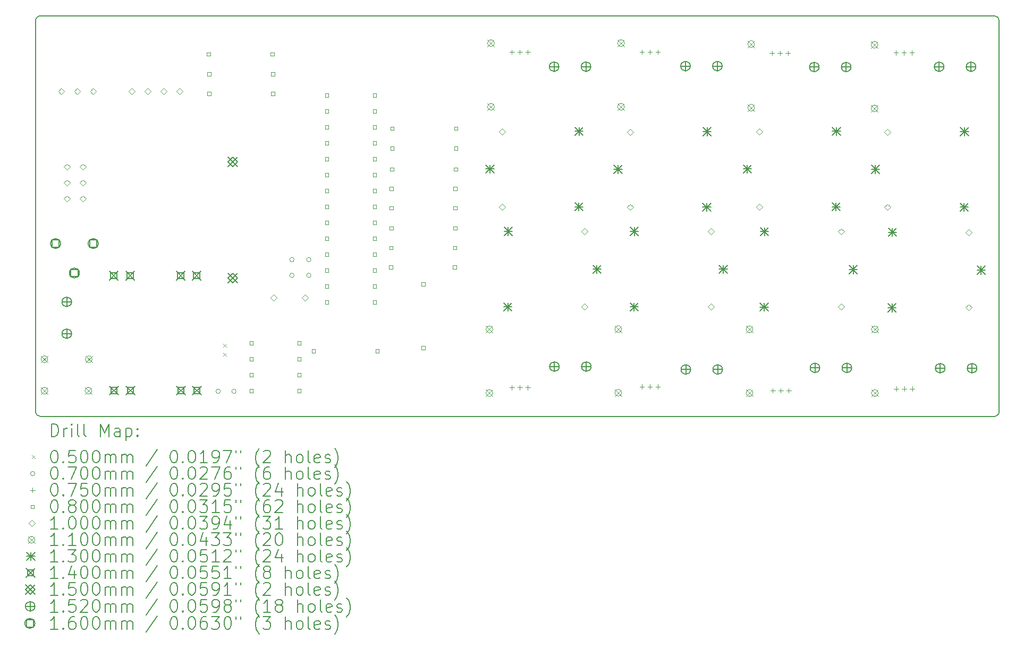
<source format=gbr>
%TF.GenerationSoftware,KiCad,Pcbnew,7.0.7*%
%TF.CreationDate,2024-02-15T10:32:16+01:00*%
%TF.ProjectId,Projektarbete_P3,50726f6a-656b-4746-9172-626574655f50,rev?*%
%TF.SameCoordinates,Original*%
%TF.FileFunction,Drillmap*%
%TF.FilePolarity,Positive*%
%FSLAX45Y45*%
G04 Gerber Fmt 4.5, Leading zero omitted, Abs format (unit mm)*
G04 Created by KiCad (PCBNEW 7.0.7) date 2024-02-15 10:32:16*
%MOMM*%
%LPD*%
G01*
G04 APERTURE LIST*
%ADD10C,0.150000*%
%ADD11C,0.200000*%
%ADD12C,0.050000*%
%ADD13C,0.070000*%
%ADD14C,0.075000*%
%ADD15C,0.080000*%
%ADD16C,0.100000*%
%ADD17C,0.110000*%
%ADD18C,0.130000*%
%ADD19C,0.140000*%
%ADD20C,0.152000*%
%ADD21C,0.160000*%
G04 APERTURE END LIST*
D10*
X5342220Y-11318292D02*
X5342220Y-5091460D01*
X5433680Y-5000000D02*
G75*
G03*
X5342220Y-5091460I-10J-91450D01*
G01*
X20699593Y-5080599D02*
X20699593Y-11318240D01*
X20604480Y-11394440D02*
X5425440Y-11394440D01*
X5433680Y-5000000D02*
X20619720Y-5000000D01*
X5342211Y-11318293D02*
G75*
G03*
X5425440Y-11394440I79699J3553D01*
G01*
X20604481Y-11394433D02*
G75*
G03*
X20699593Y-11318240I9459J85653D01*
G01*
X20699584Y-5080599D02*
G75*
G03*
X20619720Y-5000726I-79874J-1D01*
G01*
D11*
D12*
X8331600Y-10232720D02*
X8381600Y-10282720D01*
X8381600Y-10232720D02*
X8331600Y-10282720D01*
X8331600Y-10382720D02*
X8381600Y-10432720D01*
X8381600Y-10382720D02*
X8331600Y-10432720D01*
D13*
X8290000Y-10993120D02*
G75*
G03*
X8290000Y-10993120I-35000J0D01*
G01*
X8540000Y-10993120D02*
G75*
G03*
X8540000Y-10993120I-35000J0D01*
G01*
X9463480Y-8892000D02*
G75*
G03*
X9463480Y-8892000I-35000J0D01*
G01*
X9463480Y-9142000D02*
G75*
G03*
X9463480Y-9142000I-35000J0D01*
G01*
X9732720Y-8892000D02*
G75*
G03*
X9732720Y-8892000I-35000J0D01*
G01*
X9732720Y-9142000D02*
G75*
G03*
X9732720Y-9142000I-35000J0D01*
G01*
D14*
X12933080Y-5542180D02*
X12933080Y-5617180D01*
X12895580Y-5579680D02*
X12970580Y-5579680D01*
X12933080Y-10896500D02*
X12933080Y-10971500D01*
X12895580Y-10934000D02*
X12970580Y-10934000D01*
X13060080Y-5542180D02*
X13060080Y-5617180D01*
X13022580Y-5579680D02*
X13097580Y-5579680D01*
X13060080Y-10896500D02*
X13060080Y-10971500D01*
X13022580Y-10934000D02*
X13097580Y-10934000D01*
X13187080Y-5542180D02*
X13187080Y-5617180D01*
X13149580Y-5579680D02*
X13224580Y-5579680D01*
X13187080Y-10896500D02*
X13187080Y-10971500D01*
X13149580Y-10934000D02*
X13224580Y-10934000D01*
X15005720Y-5542180D02*
X15005720Y-5617180D01*
X14968220Y-5579680D02*
X15043220Y-5579680D01*
X15005720Y-10881260D02*
X15005720Y-10956260D01*
X14968220Y-10918760D02*
X15043220Y-10918760D01*
X15132720Y-5542180D02*
X15132720Y-5617180D01*
X15095220Y-5579680D02*
X15170220Y-5579680D01*
X15132720Y-10881260D02*
X15132720Y-10956260D01*
X15095220Y-10918760D02*
X15170220Y-10918760D01*
X15259720Y-5542180D02*
X15259720Y-5617180D01*
X15222220Y-5579680D02*
X15297220Y-5579680D01*
X15259720Y-10881260D02*
X15259720Y-10956260D01*
X15222220Y-10918760D02*
X15297220Y-10918760D01*
X17076440Y-5558140D02*
X17076440Y-5633140D01*
X17038940Y-5595640D02*
X17113940Y-5595640D01*
X17091680Y-10942940D02*
X17091680Y-11017940D01*
X17054180Y-10980440D02*
X17129180Y-10980440D01*
X17203440Y-5558140D02*
X17203440Y-5633140D01*
X17165940Y-5595640D02*
X17240940Y-5595640D01*
X17218680Y-10942940D02*
X17218680Y-11017940D01*
X17181180Y-10980440D02*
X17256180Y-10980440D01*
X17330440Y-5558140D02*
X17330440Y-5633140D01*
X17292940Y-5595640D02*
X17367940Y-5595640D01*
X17345680Y-10942940D02*
X17345680Y-11017940D01*
X17308180Y-10980440D02*
X17383180Y-10980440D01*
X19052560Y-5553060D02*
X19052560Y-5628060D01*
X19015060Y-5590560D02*
X19090060Y-5590560D01*
X19059560Y-10916820D02*
X19059560Y-10991820D01*
X19022060Y-10954320D02*
X19097060Y-10954320D01*
X19179560Y-5553060D02*
X19179560Y-5628060D01*
X19142060Y-5590560D02*
X19217060Y-5590560D01*
X19186560Y-10916820D02*
X19186560Y-10991820D01*
X19149060Y-10954320D02*
X19224060Y-10954320D01*
X19306560Y-5553060D02*
X19306560Y-5628060D01*
X19269060Y-5590560D02*
X19344060Y-5590560D01*
X19313560Y-10916820D02*
X19313560Y-10991820D01*
X19276060Y-10954320D02*
X19351060Y-10954320D01*
D15*
X8130884Y-5641684D02*
X8130884Y-5585116D01*
X8074315Y-5585116D01*
X8074315Y-5641684D01*
X8130884Y-5641684D01*
X8135964Y-5961724D02*
X8135964Y-5905155D01*
X8079395Y-5905155D01*
X8079395Y-5961724D01*
X8135964Y-5961724D01*
X8135964Y-6271604D02*
X8135964Y-6215035D01*
X8079395Y-6215035D01*
X8079395Y-6271604D01*
X8135964Y-6271604D01*
X8811605Y-10254325D02*
X8811605Y-10197756D01*
X8755036Y-10197756D01*
X8755036Y-10254325D01*
X8811605Y-10254325D01*
X8811605Y-10508325D02*
X8811605Y-10451756D01*
X8755036Y-10451756D01*
X8755036Y-10508325D01*
X8811605Y-10508325D01*
X8811605Y-10762325D02*
X8811605Y-10705756D01*
X8755036Y-10705756D01*
X8755036Y-10762325D01*
X8811605Y-10762325D01*
X8811605Y-11016325D02*
X8811605Y-10959756D01*
X8755036Y-10959756D01*
X8755036Y-11016325D01*
X8811605Y-11016325D01*
X9146885Y-5641684D02*
X9146885Y-5585116D01*
X9090316Y-5585116D01*
X9090316Y-5641684D01*
X9146885Y-5641684D01*
X9151965Y-5961724D02*
X9151965Y-5905155D01*
X9095396Y-5905155D01*
X9095396Y-5961724D01*
X9151965Y-5961724D01*
X9151965Y-6271604D02*
X9151965Y-6215035D01*
X9095396Y-6215035D01*
X9095396Y-6271604D01*
X9151965Y-6271604D01*
X9573605Y-10254325D02*
X9573605Y-10197756D01*
X9517036Y-10197756D01*
X9517036Y-10254325D01*
X9573605Y-10254325D01*
X9573605Y-10508325D02*
X9573605Y-10451756D01*
X9517036Y-10451756D01*
X9517036Y-10508325D01*
X9573605Y-10508325D01*
X9573605Y-10762325D02*
X9573605Y-10705756D01*
X9517036Y-10705756D01*
X9517036Y-10762325D01*
X9573605Y-10762325D01*
X9573605Y-11016325D02*
X9573605Y-10959756D01*
X9517036Y-10959756D01*
X9517036Y-11016325D01*
X9573605Y-11016325D01*
X9802205Y-10381325D02*
X9802205Y-10324756D01*
X9745636Y-10324756D01*
X9745636Y-10381325D01*
X9802205Y-10381325D01*
X10013045Y-6299564D02*
X10013045Y-6242995D01*
X9956476Y-6242995D01*
X9956476Y-6299564D01*
X10013045Y-6299564D01*
X10013045Y-6553564D02*
X10013045Y-6496995D01*
X9956476Y-6496995D01*
X9956476Y-6553564D01*
X10013045Y-6553564D01*
X10013045Y-6807564D02*
X10013045Y-6750995D01*
X9956476Y-6750995D01*
X9956476Y-6807564D01*
X10013045Y-6807564D01*
X10013045Y-7061564D02*
X10013045Y-7004995D01*
X9956476Y-7004995D01*
X9956476Y-7061564D01*
X10013045Y-7061564D01*
X10013045Y-7315564D02*
X10013045Y-7258995D01*
X9956476Y-7258995D01*
X9956476Y-7315564D01*
X10013045Y-7315564D01*
X10013045Y-7569564D02*
X10013045Y-7512995D01*
X9956476Y-7512995D01*
X9956476Y-7569564D01*
X10013045Y-7569564D01*
X10013045Y-7823564D02*
X10013045Y-7766995D01*
X9956476Y-7766995D01*
X9956476Y-7823564D01*
X10013045Y-7823564D01*
X10013045Y-8077564D02*
X10013045Y-8020995D01*
X9956476Y-8020995D01*
X9956476Y-8077564D01*
X10013045Y-8077564D01*
X10013045Y-8331564D02*
X10013045Y-8274995D01*
X9956476Y-8274995D01*
X9956476Y-8331564D01*
X10013045Y-8331564D01*
X10013045Y-8585565D02*
X10013045Y-8528996D01*
X9956476Y-8528996D01*
X9956476Y-8585565D01*
X10013045Y-8585565D01*
X10013045Y-8839565D02*
X10013045Y-8782996D01*
X9956476Y-8782996D01*
X9956476Y-8839565D01*
X10013045Y-8839565D01*
X10013045Y-9093565D02*
X10013045Y-9036996D01*
X9956476Y-9036996D01*
X9956476Y-9093565D01*
X10013045Y-9093565D01*
X10013045Y-9347565D02*
X10013045Y-9290996D01*
X9956476Y-9290996D01*
X9956476Y-9347565D01*
X10013045Y-9347565D01*
X10013045Y-9601565D02*
X10013045Y-9544996D01*
X9956476Y-9544996D01*
X9956476Y-9601565D01*
X10013045Y-9601565D01*
X10775045Y-6299564D02*
X10775045Y-6242995D01*
X10718476Y-6242995D01*
X10718476Y-6299564D01*
X10775045Y-6299564D01*
X10775045Y-6553564D02*
X10775045Y-6496995D01*
X10718476Y-6496995D01*
X10718476Y-6553564D01*
X10775045Y-6553564D01*
X10775045Y-6807564D02*
X10775045Y-6750995D01*
X10718476Y-6750995D01*
X10718476Y-6807564D01*
X10775045Y-6807564D01*
X10775045Y-7061564D02*
X10775045Y-7004995D01*
X10718476Y-7004995D01*
X10718476Y-7061564D01*
X10775045Y-7061564D01*
X10775045Y-7315564D02*
X10775045Y-7258995D01*
X10718476Y-7258995D01*
X10718476Y-7315564D01*
X10775045Y-7315564D01*
X10775045Y-7569564D02*
X10775045Y-7512995D01*
X10718476Y-7512995D01*
X10718476Y-7569564D01*
X10775045Y-7569564D01*
X10775045Y-7823564D02*
X10775045Y-7766995D01*
X10718476Y-7766995D01*
X10718476Y-7823564D01*
X10775045Y-7823564D01*
X10775045Y-8077564D02*
X10775045Y-8020995D01*
X10718476Y-8020995D01*
X10718476Y-8077564D01*
X10775045Y-8077564D01*
X10775045Y-8331564D02*
X10775045Y-8274995D01*
X10718476Y-8274995D01*
X10718476Y-8331564D01*
X10775045Y-8331564D01*
X10775045Y-8585565D02*
X10775045Y-8528996D01*
X10718476Y-8528996D01*
X10718476Y-8585565D01*
X10775045Y-8585565D01*
X10775045Y-8839565D02*
X10775045Y-8782996D01*
X10718476Y-8782996D01*
X10718476Y-8839565D01*
X10775045Y-8839565D01*
X10775045Y-9093565D02*
X10775045Y-9036996D01*
X10718476Y-9036996D01*
X10718476Y-9093565D01*
X10775045Y-9093565D01*
X10775045Y-9347565D02*
X10775045Y-9290996D01*
X10718476Y-9290996D01*
X10718476Y-9347565D01*
X10775045Y-9347565D01*
X10775045Y-9601565D02*
X10775045Y-9544996D01*
X10718476Y-9544996D01*
X10718476Y-9601565D01*
X10775045Y-9601565D01*
X10818205Y-10381325D02*
X10818205Y-10324756D01*
X10761636Y-10324756D01*
X10761636Y-10381325D01*
X10818205Y-10381325D01*
X11034125Y-9042765D02*
X11034125Y-8986196D01*
X10977556Y-8986196D01*
X10977556Y-9042765D01*
X11034125Y-9042765D01*
X11039205Y-8732885D02*
X11039205Y-8676316D01*
X10982636Y-8676316D01*
X10982636Y-8732885D01*
X11039205Y-8732885D01*
X11044285Y-7788004D02*
X11044285Y-7731435D01*
X10987716Y-7731435D01*
X10987716Y-7788004D01*
X11044285Y-7788004D01*
X11044285Y-8097884D02*
X11044285Y-8041315D01*
X10987716Y-8041315D01*
X10987716Y-8097884D01*
X11044285Y-8097884D01*
X11044285Y-8417925D02*
X11044285Y-8361355D01*
X10987716Y-8361355D01*
X10987716Y-8417925D01*
X11044285Y-8417925D01*
X11049365Y-7478124D02*
X11049365Y-7421555D01*
X10992796Y-7421555D01*
X10992796Y-7478124D01*
X11049365Y-7478124D01*
X11054445Y-6827884D02*
X11054445Y-6771315D01*
X10997876Y-6771315D01*
X10997876Y-6827884D01*
X11054445Y-6827884D01*
X11054445Y-7142844D02*
X11054445Y-7086275D01*
X10997876Y-7086275D01*
X10997876Y-7142844D01*
X11054445Y-7142844D01*
X11552284Y-9312005D02*
X11552284Y-9255436D01*
X11495715Y-9255436D01*
X11495715Y-9312005D01*
X11552284Y-9312005D01*
X11552284Y-10328005D02*
X11552284Y-10271436D01*
X11495715Y-10271436D01*
X11495715Y-10328005D01*
X11552284Y-10328005D01*
X12050124Y-9042765D02*
X12050124Y-8986196D01*
X11993555Y-8986196D01*
X11993555Y-9042765D01*
X12050124Y-9042765D01*
X12055204Y-8732885D02*
X12055204Y-8676316D01*
X11998635Y-8676316D01*
X11998635Y-8732885D01*
X12055204Y-8732885D01*
X12060284Y-7788004D02*
X12060284Y-7731435D01*
X12003715Y-7731435D01*
X12003715Y-7788004D01*
X12060284Y-7788004D01*
X12060284Y-8097884D02*
X12060284Y-8041315D01*
X12003715Y-8041315D01*
X12003715Y-8097884D01*
X12060284Y-8097884D01*
X12060284Y-8417925D02*
X12060284Y-8361355D01*
X12003715Y-8361355D01*
X12003715Y-8417925D01*
X12060284Y-8417925D01*
X12065364Y-7478124D02*
X12065364Y-7421555D01*
X12008795Y-7421555D01*
X12008795Y-7478124D01*
X12065364Y-7478124D01*
X12070444Y-6827884D02*
X12070444Y-6771315D01*
X12013875Y-6771315D01*
X12013875Y-6827884D01*
X12070444Y-6827884D01*
X12070444Y-7142844D02*
X12070444Y-7086275D01*
X12013875Y-7086275D01*
X12013875Y-7142844D01*
X12070444Y-7142844D01*
D16*
X5755640Y-6252680D02*
X5805640Y-6202680D01*
X5755640Y-6152680D01*
X5705640Y-6202680D01*
X5755640Y-6252680D01*
X5842000Y-7461720D02*
X5892000Y-7411720D01*
X5842000Y-7361720D01*
X5792000Y-7411720D01*
X5842000Y-7461720D01*
X5842000Y-7715720D02*
X5892000Y-7665720D01*
X5842000Y-7615720D01*
X5792000Y-7665720D01*
X5842000Y-7715720D01*
X5842000Y-7969720D02*
X5892000Y-7919720D01*
X5842000Y-7869720D01*
X5792000Y-7919720D01*
X5842000Y-7969720D01*
X6009640Y-6252680D02*
X6059640Y-6202680D01*
X6009640Y-6152680D01*
X5959640Y-6202680D01*
X6009640Y-6252680D01*
X6096000Y-7461720D02*
X6146000Y-7411720D01*
X6096000Y-7361720D01*
X6046000Y-7411720D01*
X6096000Y-7461720D01*
X6096000Y-7715720D02*
X6146000Y-7665720D01*
X6096000Y-7615720D01*
X6046000Y-7665720D01*
X6096000Y-7715720D01*
X6096000Y-7969720D02*
X6146000Y-7919720D01*
X6096000Y-7869720D01*
X6046000Y-7919720D01*
X6096000Y-7969720D01*
X6263640Y-6252680D02*
X6313640Y-6202680D01*
X6263640Y-6152680D01*
X6213640Y-6202680D01*
X6263640Y-6252680D01*
X6878320Y-6257760D02*
X6928320Y-6207760D01*
X6878320Y-6157760D01*
X6828320Y-6207760D01*
X6878320Y-6257760D01*
X7132320Y-6257760D02*
X7182320Y-6207760D01*
X7132320Y-6157760D01*
X7082320Y-6207760D01*
X7132320Y-6257760D01*
X7386320Y-6257760D02*
X7436320Y-6207760D01*
X7386320Y-6157760D01*
X7336320Y-6207760D01*
X7386320Y-6257760D01*
X7640320Y-6257760D02*
X7690320Y-6207760D01*
X7640320Y-6157760D01*
X7590320Y-6207760D01*
X7640320Y-6257760D01*
X9137840Y-9549600D02*
X9187840Y-9499600D01*
X9137840Y-9449600D01*
X9087840Y-9499600D01*
X9137840Y-9549600D01*
X9637840Y-9549600D02*
X9687840Y-9499600D01*
X9637840Y-9449600D01*
X9587840Y-9499600D01*
X9637840Y-9549600D01*
X12780000Y-6900000D02*
X12830000Y-6850000D01*
X12780000Y-6800000D01*
X12730000Y-6850000D01*
X12780000Y-6900000D01*
X12780000Y-8100000D02*
X12830000Y-8050000D01*
X12780000Y-8000000D01*
X12730000Y-8050000D01*
X12780000Y-8100000D01*
X14094160Y-8489960D02*
X14144160Y-8439960D01*
X14094160Y-8389960D01*
X14044160Y-8439960D01*
X14094160Y-8489960D01*
X14094160Y-9689960D02*
X14144160Y-9639960D01*
X14094160Y-9589960D01*
X14044160Y-9639960D01*
X14094160Y-9689960D01*
X14820000Y-6905000D02*
X14870000Y-6855000D01*
X14820000Y-6805000D01*
X14770000Y-6855000D01*
X14820000Y-6905000D01*
X14820000Y-8105000D02*
X14870000Y-8055000D01*
X14820000Y-8005000D01*
X14770000Y-8055000D01*
X14820000Y-8105000D01*
X16105840Y-8489960D02*
X16155840Y-8439960D01*
X16105840Y-8389960D01*
X16055840Y-8439960D01*
X16105840Y-8489960D01*
X16105840Y-9689960D02*
X16155840Y-9639960D01*
X16105840Y-9589960D01*
X16055840Y-9639960D01*
X16105840Y-9689960D01*
X16880000Y-6900000D02*
X16930000Y-6850000D01*
X16880000Y-6800000D01*
X16830000Y-6850000D01*
X16880000Y-6900000D01*
X16880000Y-8100000D02*
X16930000Y-8050000D01*
X16880000Y-8000000D01*
X16830000Y-8050000D01*
X16880000Y-8100000D01*
X18178480Y-8495040D02*
X18228480Y-8445040D01*
X18178480Y-8395040D01*
X18128480Y-8445040D01*
X18178480Y-8495040D01*
X18178480Y-9695040D02*
X18228480Y-9645040D01*
X18178480Y-9595040D01*
X18128480Y-9645040D01*
X18178480Y-9695040D01*
X18920000Y-6905000D02*
X18970000Y-6855000D01*
X18920000Y-6805000D01*
X18870000Y-6855000D01*
X18920000Y-6905000D01*
X18920000Y-8105000D02*
X18970000Y-8055000D01*
X18920000Y-8005000D01*
X18870000Y-8055000D01*
X18920000Y-8105000D01*
X20215560Y-8505200D02*
X20265560Y-8455200D01*
X20215560Y-8405200D01*
X20165560Y-8455200D01*
X20215560Y-8505200D01*
X20215560Y-9705200D02*
X20265560Y-9655200D01*
X20215560Y-9605200D01*
X20165560Y-9655200D01*
X20215560Y-9705200D01*
D17*
X5431280Y-10426520D02*
X5541280Y-10536520D01*
X5541280Y-10426520D02*
X5431280Y-10536520D01*
X5541280Y-10481520D02*
G75*
G03*
X5541280Y-10481520I-55000J0D01*
G01*
X5431280Y-10929440D02*
X5541280Y-11039440D01*
X5541280Y-10929440D02*
X5431280Y-11039440D01*
X5541280Y-10984440D02*
G75*
G03*
X5541280Y-10984440I-55000J0D01*
G01*
X6132320Y-10929440D02*
X6242320Y-11039440D01*
X6242320Y-10929440D02*
X6132320Y-11039440D01*
X6242320Y-10984440D02*
G75*
G03*
X6242320Y-10984440I-55000J0D01*
G01*
X6137400Y-10426520D02*
X6247400Y-10536520D01*
X6247400Y-10426520D02*
X6137400Y-10536520D01*
X6247400Y-10481520D02*
G75*
G03*
X6247400Y-10481520I-55000J0D01*
G01*
X12520560Y-9950080D02*
X12630560Y-10060080D01*
X12630560Y-9950080D02*
X12520560Y-10060080D01*
X12630560Y-10005080D02*
G75*
G03*
X12630560Y-10005080I-55000J0D01*
G01*
X12520560Y-10966080D02*
X12630560Y-11076080D01*
X12630560Y-10966080D02*
X12520560Y-11076080D01*
X12630560Y-11021080D02*
G75*
G03*
X12630560Y-11021080I-55000J0D01*
G01*
X12545960Y-5383160D02*
X12655960Y-5493160D01*
X12655960Y-5383160D02*
X12545960Y-5493160D01*
X12655960Y-5438160D02*
G75*
G03*
X12655960Y-5438160I-55000J0D01*
G01*
X12545960Y-6399160D02*
X12655960Y-6509160D01*
X12655960Y-6399160D02*
X12545960Y-6509160D01*
X12655960Y-6454160D02*
G75*
G03*
X12655960Y-6454160I-55000J0D01*
G01*
X14572880Y-9945000D02*
X14682880Y-10055000D01*
X14682880Y-9945000D02*
X14572880Y-10055000D01*
X14682880Y-10000000D02*
G75*
G03*
X14682880Y-10000000I-55000J0D01*
G01*
X14572880Y-10961000D02*
X14682880Y-11071000D01*
X14682880Y-10961000D02*
X14572880Y-11071000D01*
X14682880Y-11016000D02*
G75*
G03*
X14682880Y-11016000I-55000J0D01*
G01*
X14618600Y-5382500D02*
X14728600Y-5492500D01*
X14728600Y-5382500D02*
X14618600Y-5492500D01*
X14728600Y-5437500D02*
G75*
G03*
X14728600Y-5437500I-55000J0D01*
G01*
X14618600Y-6398500D02*
X14728600Y-6508500D01*
X14728600Y-6398500D02*
X14618600Y-6508500D01*
X14728600Y-6453500D02*
G75*
G03*
X14728600Y-6453500I-55000J0D01*
G01*
X16665840Y-9950080D02*
X16775840Y-10060080D01*
X16775840Y-9950080D02*
X16665840Y-10060080D01*
X16775840Y-10005080D02*
G75*
G03*
X16775840Y-10005080I-55000J0D01*
G01*
X16665840Y-10966080D02*
X16775840Y-11076080D01*
X16775840Y-10966080D02*
X16665840Y-11076080D01*
X16775840Y-11021080D02*
G75*
G03*
X16775840Y-11021080I-55000J0D01*
G01*
X16691240Y-5397740D02*
X16801240Y-5507740D01*
X16801240Y-5397740D02*
X16691240Y-5507740D01*
X16801240Y-5452740D02*
G75*
G03*
X16801240Y-5452740I-55000J0D01*
G01*
X16691240Y-6413740D02*
X16801240Y-6523740D01*
X16801240Y-6413740D02*
X16691240Y-6523740D01*
X16801240Y-6468740D02*
G75*
G03*
X16801240Y-6468740I-55000J0D01*
G01*
X18657200Y-5408560D02*
X18767200Y-5518560D01*
X18767200Y-5408560D02*
X18657200Y-5518560D01*
X18767200Y-5463560D02*
G75*
G03*
X18767200Y-5463560I-55000J0D01*
G01*
X18657200Y-6424560D02*
X18767200Y-6534560D01*
X18767200Y-6424560D02*
X18657200Y-6534560D01*
X18767200Y-6479560D02*
G75*
G03*
X18767200Y-6479560I-55000J0D01*
G01*
X18662280Y-9950080D02*
X18772280Y-10060080D01*
X18772280Y-9950080D02*
X18662280Y-10060080D01*
X18772280Y-10005080D02*
G75*
G03*
X18772280Y-10005080I-55000J0D01*
G01*
X18662280Y-10966080D02*
X18772280Y-11076080D01*
X18772280Y-10966080D02*
X18662280Y-11076080D01*
X18772280Y-11021080D02*
G75*
G03*
X18772280Y-11021080I-55000J0D01*
G01*
D18*
X12520000Y-7380000D02*
X12650000Y-7510000D01*
X12650000Y-7380000D02*
X12520000Y-7510000D01*
X12585000Y-7380000D02*
X12585000Y-7510000D01*
X12520000Y-7445000D02*
X12650000Y-7445000D01*
X12804160Y-9579960D02*
X12934160Y-9709960D01*
X12934160Y-9579960D02*
X12804160Y-9709960D01*
X12869160Y-9579960D02*
X12869160Y-9709960D01*
X12804160Y-9644960D02*
X12934160Y-9644960D01*
X12809160Y-8374960D02*
X12939160Y-8504960D01*
X12939160Y-8374960D02*
X12809160Y-8504960D01*
X12874160Y-8374960D02*
X12874160Y-8504960D01*
X12809160Y-8439960D02*
X12939160Y-8439960D01*
X13935000Y-7985000D02*
X14065000Y-8115000D01*
X14065000Y-7985000D02*
X13935000Y-8115000D01*
X14000000Y-7985000D02*
X14000000Y-8115000D01*
X13935000Y-8050000D02*
X14065000Y-8050000D01*
X13940000Y-6780000D02*
X14070000Y-6910000D01*
X14070000Y-6780000D02*
X13940000Y-6910000D01*
X14005000Y-6780000D02*
X14005000Y-6910000D01*
X13940000Y-6845000D02*
X14070000Y-6845000D01*
X14224160Y-8979960D02*
X14354160Y-9109960D01*
X14354160Y-8979960D02*
X14224160Y-9109960D01*
X14289160Y-8979960D02*
X14289160Y-9109960D01*
X14224160Y-9044960D02*
X14354160Y-9044960D01*
X14560000Y-7385000D02*
X14690000Y-7515000D01*
X14690000Y-7385000D02*
X14560000Y-7515000D01*
X14625000Y-7385000D02*
X14625000Y-7515000D01*
X14560000Y-7450000D02*
X14690000Y-7450000D01*
X14815840Y-9579960D02*
X14945840Y-9709960D01*
X14945840Y-9579960D02*
X14815840Y-9709960D01*
X14880840Y-9579960D02*
X14880840Y-9709960D01*
X14815840Y-9644960D02*
X14945840Y-9644960D01*
X14820840Y-8374960D02*
X14950840Y-8504960D01*
X14950840Y-8374960D02*
X14820840Y-8504960D01*
X14885840Y-8374960D02*
X14885840Y-8504960D01*
X14820840Y-8439960D02*
X14950840Y-8439960D01*
X15975000Y-7990000D02*
X16105000Y-8120000D01*
X16105000Y-7990000D02*
X15975000Y-8120000D01*
X16040000Y-7990000D02*
X16040000Y-8120000D01*
X15975000Y-8055000D02*
X16105000Y-8055000D01*
X15980000Y-6785000D02*
X16110000Y-6915000D01*
X16110000Y-6785000D02*
X15980000Y-6915000D01*
X16045000Y-6785000D02*
X16045000Y-6915000D01*
X15980000Y-6850000D02*
X16110000Y-6850000D01*
X16235840Y-8979960D02*
X16365840Y-9109960D01*
X16365840Y-8979960D02*
X16235840Y-9109960D01*
X16300840Y-8979960D02*
X16300840Y-9109960D01*
X16235840Y-9044960D02*
X16365840Y-9044960D01*
X16620000Y-7380000D02*
X16750000Y-7510000D01*
X16750000Y-7380000D02*
X16620000Y-7510000D01*
X16685000Y-7380000D02*
X16685000Y-7510000D01*
X16620000Y-7445000D02*
X16750000Y-7445000D01*
X16888480Y-9585040D02*
X17018480Y-9715040D01*
X17018480Y-9585040D02*
X16888480Y-9715040D01*
X16953480Y-9585040D02*
X16953480Y-9715040D01*
X16888480Y-9650040D02*
X17018480Y-9650040D01*
X16893480Y-8380040D02*
X17023480Y-8510040D01*
X17023480Y-8380040D02*
X16893480Y-8510040D01*
X16958480Y-8380040D02*
X16958480Y-8510040D01*
X16893480Y-8445040D02*
X17023480Y-8445040D01*
X18035000Y-7985000D02*
X18165000Y-8115000D01*
X18165000Y-7985000D02*
X18035000Y-8115000D01*
X18100000Y-7985000D02*
X18100000Y-8115000D01*
X18035000Y-8050000D02*
X18165000Y-8050000D01*
X18040000Y-6780000D02*
X18170000Y-6910000D01*
X18170000Y-6780000D02*
X18040000Y-6910000D01*
X18105000Y-6780000D02*
X18105000Y-6910000D01*
X18040000Y-6845000D02*
X18170000Y-6845000D01*
X18308480Y-8985040D02*
X18438480Y-9115040D01*
X18438480Y-8985040D02*
X18308480Y-9115040D01*
X18373480Y-8985040D02*
X18373480Y-9115040D01*
X18308480Y-9050040D02*
X18438480Y-9050040D01*
X18660000Y-7385000D02*
X18790000Y-7515000D01*
X18790000Y-7385000D02*
X18660000Y-7515000D01*
X18725000Y-7385000D02*
X18725000Y-7515000D01*
X18660000Y-7450000D02*
X18790000Y-7450000D01*
X18925560Y-9595200D02*
X19055560Y-9725200D01*
X19055560Y-9595200D02*
X18925560Y-9725200D01*
X18990560Y-9595200D02*
X18990560Y-9725200D01*
X18925560Y-9660200D02*
X19055560Y-9660200D01*
X18930560Y-8390200D02*
X19060560Y-8520200D01*
X19060560Y-8390200D02*
X18930560Y-8520200D01*
X18995560Y-8390200D02*
X18995560Y-8520200D01*
X18930560Y-8455200D02*
X19060560Y-8455200D01*
X20075000Y-7990000D02*
X20205000Y-8120000D01*
X20205000Y-7990000D02*
X20075000Y-8120000D01*
X20140000Y-7990000D02*
X20140000Y-8120000D01*
X20075000Y-8055000D02*
X20205000Y-8055000D01*
X20080000Y-6785000D02*
X20210000Y-6915000D01*
X20210000Y-6785000D02*
X20080000Y-6915000D01*
X20145000Y-6785000D02*
X20145000Y-6915000D01*
X20080000Y-6850000D02*
X20210000Y-6850000D01*
X20345560Y-8995200D02*
X20475560Y-9125200D01*
X20475560Y-8995200D02*
X20345560Y-9125200D01*
X20410560Y-8995200D02*
X20410560Y-9125200D01*
X20345560Y-9060200D02*
X20475560Y-9060200D01*
D19*
X6521800Y-9079080D02*
X6661800Y-9219080D01*
X6661800Y-9079080D02*
X6521800Y-9219080D01*
X6641298Y-9198578D02*
X6641298Y-9099582D01*
X6542302Y-9099582D01*
X6542302Y-9198578D01*
X6641298Y-9198578D01*
X6524340Y-10912960D02*
X6664340Y-11052960D01*
X6664340Y-10912960D02*
X6524340Y-11052960D01*
X6643838Y-11032458D02*
X6643838Y-10933462D01*
X6544842Y-10933462D01*
X6544842Y-11032458D01*
X6643838Y-11032458D01*
X6782920Y-9079080D02*
X6922920Y-9219080D01*
X6922920Y-9079080D02*
X6782920Y-9219080D01*
X6902418Y-9198578D02*
X6902418Y-9099582D01*
X6803422Y-9099582D01*
X6803422Y-9198578D01*
X6902418Y-9198578D01*
X6785460Y-10912960D02*
X6925460Y-11052960D01*
X6925460Y-10912960D02*
X6785460Y-11052960D01*
X6904958Y-11032458D02*
X6904958Y-10933462D01*
X6805962Y-10933462D01*
X6805962Y-11032458D01*
X6904958Y-11032458D01*
X7588100Y-9079080D02*
X7728100Y-9219080D01*
X7728100Y-9079080D02*
X7588100Y-9219080D01*
X7707598Y-9198578D02*
X7707598Y-9099582D01*
X7608602Y-9099582D01*
X7608602Y-9198578D01*
X7707598Y-9198578D01*
X7590640Y-10912960D02*
X7730640Y-11052960D01*
X7730640Y-10912960D02*
X7590640Y-11052960D01*
X7710138Y-11032458D02*
X7710138Y-10933462D01*
X7611142Y-10933462D01*
X7611142Y-11032458D01*
X7710138Y-11032458D01*
X7842100Y-9079080D02*
X7982100Y-9219080D01*
X7982100Y-9079080D02*
X7842100Y-9219080D01*
X7961598Y-9198578D02*
X7961598Y-9099582D01*
X7862602Y-9099582D01*
X7862602Y-9198578D01*
X7961598Y-9198578D01*
X7844640Y-10912960D02*
X7984640Y-11052960D01*
X7984640Y-10912960D02*
X7844640Y-11052960D01*
X7964138Y-11032458D02*
X7964138Y-10933462D01*
X7865142Y-10933462D01*
X7865142Y-11032458D01*
X7964138Y-11032458D01*
D10*
X8413680Y-7255440D02*
X8563680Y-7405440D01*
X8563680Y-7255440D02*
X8413680Y-7405440D01*
X8488680Y-7405440D02*
X8563680Y-7330440D01*
X8488680Y-7255440D01*
X8413680Y-7330440D01*
X8488680Y-7405440D01*
X8413680Y-9109640D02*
X8563680Y-9259640D01*
X8563680Y-9109640D02*
X8413680Y-9259640D01*
X8488680Y-9259640D02*
X8563680Y-9184640D01*
X8488680Y-9109640D01*
X8413680Y-9184640D01*
X8488680Y-9259640D01*
D20*
X5842000Y-9489640D02*
X5842000Y-9641640D01*
X5766000Y-9565640D02*
X5918000Y-9565640D01*
X5918000Y-9565640D02*
G75*
G03*
X5918000Y-9565640I-76000J0D01*
G01*
X5842000Y-9997640D02*
X5842000Y-10149640D01*
X5766000Y-10073640D02*
X5918000Y-10073640D01*
X5918000Y-10073640D02*
G75*
G03*
X5918000Y-10073640I-76000J0D01*
G01*
X13606800Y-5737420D02*
X13606800Y-5889420D01*
X13530800Y-5813420D02*
X13682800Y-5813420D01*
X13682800Y-5813420D02*
G75*
G03*
X13682800Y-5813420I-76000J0D01*
G01*
X13611880Y-10522780D02*
X13611880Y-10674780D01*
X13535880Y-10598780D02*
X13687880Y-10598780D01*
X13687880Y-10598780D02*
G75*
G03*
X13687880Y-10598780I-76000J0D01*
G01*
X14114800Y-5737420D02*
X14114800Y-5889420D01*
X14038800Y-5813420D02*
X14190800Y-5813420D01*
X14190800Y-5813420D02*
G75*
G03*
X14190800Y-5813420I-76000J0D01*
G01*
X14119880Y-10522780D02*
X14119880Y-10674780D01*
X14043880Y-10598780D02*
X14195880Y-10598780D01*
X14195880Y-10598780D02*
G75*
G03*
X14195880Y-10598780I-76000J0D01*
G01*
X15699760Y-5727920D02*
X15699760Y-5879920D01*
X15623760Y-5803920D02*
X15775760Y-5803920D01*
X15775760Y-5803920D02*
G75*
G03*
X15775760Y-5803920I-76000J0D01*
G01*
X15704840Y-10569160D02*
X15704840Y-10721160D01*
X15628840Y-10645160D02*
X15780840Y-10645160D01*
X15780840Y-10645160D02*
G75*
G03*
X15780840Y-10645160I-76000J0D01*
G01*
X16207760Y-5727920D02*
X16207760Y-5879920D01*
X16131760Y-5803920D02*
X16283760Y-5803920D01*
X16283760Y-5803920D02*
G75*
G03*
X16283760Y-5803920I-76000J0D01*
G01*
X16212840Y-10569160D02*
X16212840Y-10721160D01*
X16136840Y-10645160D02*
X16288840Y-10645160D01*
X16288840Y-10645160D02*
G75*
G03*
X16288840Y-10645160I-76000J0D01*
G01*
X17752080Y-5743160D02*
X17752080Y-5895160D01*
X17676080Y-5819160D02*
X17828080Y-5819160D01*
X17828080Y-5819160D02*
G75*
G03*
X17828080Y-5819160I-76000J0D01*
G01*
X17762240Y-10543760D02*
X17762240Y-10695760D01*
X17686240Y-10619760D02*
X17838240Y-10619760D01*
X17838240Y-10619760D02*
G75*
G03*
X17838240Y-10619760I-76000J0D01*
G01*
X18260080Y-5743160D02*
X18260080Y-5895160D01*
X18184080Y-5819160D02*
X18336080Y-5819160D01*
X18336080Y-5819160D02*
G75*
G03*
X18336080Y-5819160I-76000J0D01*
G01*
X18270240Y-10543760D02*
X18270240Y-10695760D01*
X18194240Y-10619760D02*
X18346240Y-10619760D01*
X18346240Y-10619760D02*
G75*
G03*
X18346240Y-10619760I-76000J0D01*
G01*
X19741600Y-5738020D02*
X19741600Y-5890020D01*
X19665600Y-5814020D02*
X19817600Y-5814020D01*
X19817600Y-5814020D02*
G75*
G03*
X19817600Y-5814020I-76000J0D01*
G01*
X19758680Y-10548840D02*
X19758680Y-10700840D01*
X19682680Y-10624840D02*
X19834680Y-10624840D01*
X19834680Y-10624840D02*
G75*
G03*
X19834680Y-10624840I-76000J0D01*
G01*
X20249600Y-5738020D02*
X20249600Y-5890020D01*
X20173600Y-5814020D02*
X20325600Y-5814020D01*
X20325600Y-5814020D02*
G75*
G03*
X20325600Y-5814020I-76000J0D01*
G01*
X20266680Y-10548840D02*
X20266680Y-10700840D01*
X20190680Y-10624840D02*
X20342680Y-10624840D01*
X20342680Y-10624840D02*
G75*
G03*
X20342680Y-10624840I-76000J0D01*
G01*
D21*
X5720209Y-8692569D02*
X5720209Y-8579431D01*
X5607071Y-8579431D01*
X5607071Y-8692569D01*
X5720209Y-8692569D01*
X5743640Y-8636000D02*
G75*
G03*
X5743640Y-8636000I-80000J0D01*
G01*
X6020209Y-9162569D02*
X6020209Y-9049431D01*
X5907071Y-9049431D01*
X5907071Y-9162569D01*
X6020209Y-9162569D01*
X6043640Y-9106000D02*
G75*
G03*
X6043640Y-9106000I-80000J0D01*
G01*
X6320209Y-8692569D02*
X6320209Y-8579431D01*
X6207071Y-8579431D01*
X6207071Y-8692569D01*
X6320209Y-8692569D01*
X6343640Y-8636000D02*
G75*
G03*
X6343640Y-8636000I-80000J0D01*
G01*
D11*
X5595497Y-11713937D02*
X5595497Y-11513937D01*
X5595497Y-11513937D02*
X5643116Y-11513937D01*
X5643116Y-11513937D02*
X5671687Y-11523461D01*
X5671687Y-11523461D02*
X5690735Y-11542509D01*
X5690735Y-11542509D02*
X5700259Y-11561556D01*
X5700259Y-11561556D02*
X5709783Y-11599652D01*
X5709783Y-11599652D02*
X5709783Y-11628223D01*
X5709783Y-11628223D02*
X5700259Y-11666318D01*
X5700259Y-11666318D02*
X5690735Y-11685366D01*
X5690735Y-11685366D02*
X5671687Y-11704414D01*
X5671687Y-11704414D02*
X5643116Y-11713937D01*
X5643116Y-11713937D02*
X5595497Y-11713937D01*
X5795497Y-11713937D02*
X5795497Y-11580604D01*
X5795497Y-11618699D02*
X5805021Y-11599652D01*
X5805021Y-11599652D02*
X5814545Y-11590128D01*
X5814545Y-11590128D02*
X5833592Y-11580604D01*
X5833592Y-11580604D02*
X5852640Y-11580604D01*
X5919306Y-11713937D02*
X5919306Y-11580604D01*
X5919306Y-11513937D02*
X5909783Y-11523461D01*
X5909783Y-11523461D02*
X5919306Y-11532985D01*
X5919306Y-11532985D02*
X5928830Y-11523461D01*
X5928830Y-11523461D02*
X5919306Y-11513937D01*
X5919306Y-11513937D02*
X5919306Y-11532985D01*
X6043116Y-11713937D02*
X6024068Y-11704414D01*
X6024068Y-11704414D02*
X6014545Y-11685366D01*
X6014545Y-11685366D02*
X6014545Y-11513937D01*
X6147878Y-11713937D02*
X6128830Y-11704414D01*
X6128830Y-11704414D02*
X6119306Y-11685366D01*
X6119306Y-11685366D02*
X6119306Y-11513937D01*
X6376449Y-11713937D02*
X6376449Y-11513937D01*
X6376449Y-11513937D02*
X6443116Y-11656795D01*
X6443116Y-11656795D02*
X6509783Y-11513937D01*
X6509783Y-11513937D02*
X6509783Y-11713937D01*
X6690735Y-11713937D02*
X6690735Y-11609176D01*
X6690735Y-11609176D02*
X6681211Y-11590128D01*
X6681211Y-11590128D02*
X6662164Y-11580604D01*
X6662164Y-11580604D02*
X6624068Y-11580604D01*
X6624068Y-11580604D02*
X6605021Y-11590128D01*
X6690735Y-11704414D02*
X6671687Y-11713937D01*
X6671687Y-11713937D02*
X6624068Y-11713937D01*
X6624068Y-11713937D02*
X6605021Y-11704414D01*
X6605021Y-11704414D02*
X6595497Y-11685366D01*
X6595497Y-11685366D02*
X6595497Y-11666318D01*
X6595497Y-11666318D02*
X6605021Y-11647271D01*
X6605021Y-11647271D02*
X6624068Y-11637747D01*
X6624068Y-11637747D02*
X6671687Y-11637747D01*
X6671687Y-11637747D02*
X6690735Y-11628223D01*
X6785973Y-11580604D02*
X6785973Y-11780604D01*
X6785973Y-11590128D02*
X6805021Y-11580604D01*
X6805021Y-11580604D02*
X6843116Y-11580604D01*
X6843116Y-11580604D02*
X6862164Y-11590128D01*
X6862164Y-11590128D02*
X6871687Y-11599652D01*
X6871687Y-11599652D02*
X6881211Y-11618699D01*
X6881211Y-11618699D02*
X6881211Y-11675842D01*
X6881211Y-11675842D02*
X6871687Y-11694890D01*
X6871687Y-11694890D02*
X6862164Y-11704414D01*
X6862164Y-11704414D02*
X6843116Y-11713937D01*
X6843116Y-11713937D02*
X6805021Y-11713937D01*
X6805021Y-11713937D02*
X6785973Y-11704414D01*
X6966926Y-11694890D02*
X6976449Y-11704414D01*
X6976449Y-11704414D02*
X6966926Y-11713937D01*
X6966926Y-11713937D02*
X6957402Y-11704414D01*
X6957402Y-11704414D02*
X6966926Y-11694890D01*
X6966926Y-11694890D02*
X6966926Y-11713937D01*
X6966926Y-11590128D02*
X6976449Y-11599652D01*
X6976449Y-11599652D02*
X6966926Y-11609176D01*
X6966926Y-11609176D02*
X6957402Y-11599652D01*
X6957402Y-11599652D02*
X6966926Y-11590128D01*
X6966926Y-11590128D02*
X6966926Y-11609176D01*
D12*
X5284720Y-12017454D02*
X5334720Y-12067454D01*
X5334720Y-12017454D02*
X5284720Y-12067454D01*
D11*
X5633592Y-11933937D02*
X5652640Y-11933937D01*
X5652640Y-11933937D02*
X5671687Y-11943461D01*
X5671687Y-11943461D02*
X5681211Y-11952985D01*
X5681211Y-11952985D02*
X5690735Y-11972033D01*
X5690735Y-11972033D02*
X5700259Y-12010128D01*
X5700259Y-12010128D02*
X5700259Y-12057747D01*
X5700259Y-12057747D02*
X5690735Y-12095842D01*
X5690735Y-12095842D02*
X5681211Y-12114890D01*
X5681211Y-12114890D02*
X5671687Y-12124414D01*
X5671687Y-12124414D02*
X5652640Y-12133937D01*
X5652640Y-12133937D02*
X5633592Y-12133937D01*
X5633592Y-12133937D02*
X5614545Y-12124414D01*
X5614545Y-12124414D02*
X5605021Y-12114890D01*
X5605021Y-12114890D02*
X5595497Y-12095842D01*
X5595497Y-12095842D02*
X5585973Y-12057747D01*
X5585973Y-12057747D02*
X5585973Y-12010128D01*
X5585973Y-12010128D02*
X5595497Y-11972033D01*
X5595497Y-11972033D02*
X5605021Y-11952985D01*
X5605021Y-11952985D02*
X5614545Y-11943461D01*
X5614545Y-11943461D02*
X5633592Y-11933937D01*
X5785973Y-12114890D02*
X5795497Y-12124414D01*
X5795497Y-12124414D02*
X5785973Y-12133937D01*
X5785973Y-12133937D02*
X5776449Y-12124414D01*
X5776449Y-12124414D02*
X5785973Y-12114890D01*
X5785973Y-12114890D02*
X5785973Y-12133937D01*
X5976449Y-11933937D02*
X5881211Y-11933937D01*
X5881211Y-11933937D02*
X5871687Y-12029176D01*
X5871687Y-12029176D02*
X5881211Y-12019652D01*
X5881211Y-12019652D02*
X5900259Y-12010128D01*
X5900259Y-12010128D02*
X5947878Y-12010128D01*
X5947878Y-12010128D02*
X5966926Y-12019652D01*
X5966926Y-12019652D02*
X5976449Y-12029176D01*
X5976449Y-12029176D02*
X5985973Y-12048223D01*
X5985973Y-12048223D02*
X5985973Y-12095842D01*
X5985973Y-12095842D02*
X5976449Y-12114890D01*
X5976449Y-12114890D02*
X5966926Y-12124414D01*
X5966926Y-12124414D02*
X5947878Y-12133937D01*
X5947878Y-12133937D02*
X5900259Y-12133937D01*
X5900259Y-12133937D02*
X5881211Y-12124414D01*
X5881211Y-12124414D02*
X5871687Y-12114890D01*
X6109783Y-11933937D02*
X6128830Y-11933937D01*
X6128830Y-11933937D02*
X6147878Y-11943461D01*
X6147878Y-11943461D02*
X6157402Y-11952985D01*
X6157402Y-11952985D02*
X6166926Y-11972033D01*
X6166926Y-11972033D02*
X6176449Y-12010128D01*
X6176449Y-12010128D02*
X6176449Y-12057747D01*
X6176449Y-12057747D02*
X6166926Y-12095842D01*
X6166926Y-12095842D02*
X6157402Y-12114890D01*
X6157402Y-12114890D02*
X6147878Y-12124414D01*
X6147878Y-12124414D02*
X6128830Y-12133937D01*
X6128830Y-12133937D02*
X6109783Y-12133937D01*
X6109783Y-12133937D02*
X6090735Y-12124414D01*
X6090735Y-12124414D02*
X6081211Y-12114890D01*
X6081211Y-12114890D02*
X6071687Y-12095842D01*
X6071687Y-12095842D02*
X6062164Y-12057747D01*
X6062164Y-12057747D02*
X6062164Y-12010128D01*
X6062164Y-12010128D02*
X6071687Y-11972033D01*
X6071687Y-11972033D02*
X6081211Y-11952985D01*
X6081211Y-11952985D02*
X6090735Y-11943461D01*
X6090735Y-11943461D02*
X6109783Y-11933937D01*
X6300259Y-11933937D02*
X6319307Y-11933937D01*
X6319307Y-11933937D02*
X6338354Y-11943461D01*
X6338354Y-11943461D02*
X6347878Y-11952985D01*
X6347878Y-11952985D02*
X6357402Y-11972033D01*
X6357402Y-11972033D02*
X6366926Y-12010128D01*
X6366926Y-12010128D02*
X6366926Y-12057747D01*
X6366926Y-12057747D02*
X6357402Y-12095842D01*
X6357402Y-12095842D02*
X6347878Y-12114890D01*
X6347878Y-12114890D02*
X6338354Y-12124414D01*
X6338354Y-12124414D02*
X6319307Y-12133937D01*
X6319307Y-12133937D02*
X6300259Y-12133937D01*
X6300259Y-12133937D02*
X6281211Y-12124414D01*
X6281211Y-12124414D02*
X6271687Y-12114890D01*
X6271687Y-12114890D02*
X6262164Y-12095842D01*
X6262164Y-12095842D02*
X6252640Y-12057747D01*
X6252640Y-12057747D02*
X6252640Y-12010128D01*
X6252640Y-12010128D02*
X6262164Y-11972033D01*
X6262164Y-11972033D02*
X6271687Y-11952985D01*
X6271687Y-11952985D02*
X6281211Y-11943461D01*
X6281211Y-11943461D02*
X6300259Y-11933937D01*
X6452640Y-12133937D02*
X6452640Y-12000604D01*
X6452640Y-12019652D02*
X6462164Y-12010128D01*
X6462164Y-12010128D02*
X6481211Y-12000604D01*
X6481211Y-12000604D02*
X6509783Y-12000604D01*
X6509783Y-12000604D02*
X6528830Y-12010128D01*
X6528830Y-12010128D02*
X6538354Y-12029176D01*
X6538354Y-12029176D02*
X6538354Y-12133937D01*
X6538354Y-12029176D02*
X6547878Y-12010128D01*
X6547878Y-12010128D02*
X6566926Y-12000604D01*
X6566926Y-12000604D02*
X6595497Y-12000604D01*
X6595497Y-12000604D02*
X6614545Y-12010128D01*
X6614545Y-12010128D02*
X6624068Y-12029176D01*
X6624068Y-12029176D02*
X6624068Y-12133937D01*
X6719307Y-12133937D02*
X6719307Y-12000604D01*
X6719307Y-12019652D02*
X6728830Y-12010128D01*
X6728830Y-12010128D02*
X6747878Y-12000604D01*
X6747878Y-12000604D02*
X6776449Y-12000604D01*
X6776449Y-12000604D02*
X6795497Y-12010128D01*
X6795497Y-12010128D02*
X6805021Y-12029176D01*
X6805021Y-12029176D02*
X6805021Y-12133937D01*
X6805021Y-12029176D02*
X6814545Y-12010128D01*
X6814545Y-12010128D02*
X6833592Y-12000604D01*
X6833592Y-12000604D02*
X6862164Y-12000604D01*
X6862164Y-12000604D02*
X6881211Y-12010128D01*
X6881211Y-12010128D02*
X6890735Y-12029176D01*
X6890735Y-12029176D02*
X6890735Y-12133937D01*
X7281211Y-11924414D02*
X7109783Y-12181556D01*
X7538354Y-11933937D02*
X7557402Y-11933937D01*
X7557402Y-11933937D02*
X7576450Y-11943461D01*
X7576450Y-11943461D02*
X7585973Y-11952985D01*
X7585973Y-11952985D02*
X7595497Y-11972033D01*
X7595497Y-11972033D02*
X7605021Y-12010128D01*
X7605021Y-12010128D02*
X7605021Y-12057747D01*
X7605021Y-12057747D02*
X7595497Y-12095842D01*
X7595497Y-12095842D02*
X7585973Y-12114890D01*
X7585973Y-12114890D02*
X7576450Y-12124414D01*
X7576450Y-12124414D02*
X7557402Y-12133937D01*
X7557402Y-12133937D02*
X7538354Y-12133937D01*
X7538354Y-12133937D02*
X7519307Y-12124414D01*
X7519307Y-12124414D02*
X7509783Y-12114890D01*
X7509783Y-12114890D02*
X7500259Y-12095842D01*
X7500259Y-12095842D02*
X7490735Y-12057747D01*
X7490735Y-12057747D02*
X7490735Y-12010128D01*
X7490735Y-12010128D02*
X7500259Y-11972033D01*
X7500259Y-11972033D02*
X7509783Y-11952985D01*
X7509783Y-11952985D02*
X7519307Y-11943461D01*
X7519307Y-11943461D02*
X7538354Y-11933937D01*
X7690735Y-12114890D02*
X7700259Y-12124414D01*
X7700259Y-12124414D02*
X7690735Y-12133937D01*
X7690735Y-12133937D02*
X7681211Y-12124414D01*
X7681211Y-12124414D02*
X7690735Y-12114890D01*
X7690735Y-12114890D02*
X7690735Y-12133937D01*
X7824069Y-11933937D02*
X7843116Y-11933937D01*
X7843116Y-11933937D02*
X7862164Y-11943461D01*
X7862164Y-11943461D02*
X7871688Y-11952985D01*
X7871688Y-11952985D02*
X7881211Y-11972033D01*
X7881211Y-11972033D02*
X7890735Y-12010128D01*
X7890735Y-12010128D02*
X7890735Y-12057747D01*
X7890735Y-12057747D02*
X7881211Y-12095842D01*
X7881211Y-12095842D02*
X7871688Y-12114890D01*
X7871688Y-12114890D02*
X7862164Y-12124414D01*
X7862164Y-12124414D02*
X7843116Y-12133937D01*
X7843116Y-12133937D02*
X7824069Y-12133937D01*
X7824069Y-12133937D02*
X7805021Y-12124414D01*
X7805021Y-12124414D02*
X7795497Y-12114890D01*
X7795497Y-12114890D02*
X7785973Y-12095842D01*
X7785973Y-12095842D02*
X7776450Y-12057747D01*
X7776450Y-12057747D02*
X7776450Y-12010128D01*
X7776450Y-12010128D02*
X7785973Y-11972033D01*
X7785973Y-11972033D02*
X7795497Y-11952985D01*
X7795497Y-11952985D02*
X7805021Y-11943461D01*
X7805021Y-11943461D02*
X7824069Y-11933937D01*
X8081211Y-12133937D02*
X7966926Y-12133937D01*
X8024069Y-12133937D02*
X8024069Y-11933937D01*
X8024069Y-11933937D02*
X8005021Y-11962509D01*
X8005021Y-11962509D02*
X7985973Y-11981556D01*
X7985973Y-11981556D02*
X7966926Y-11991080D01*
X8176450Y-12133937D02*
X8214545Y-12133937D01*
X8214545Y-12133937D02*
X8233592Y-12124414D01*
X8233592Y-12124414D02*
X8243116Y-12114890D01*
X8243116Y-12114890D02*
X8262164Y-12086318D01*
X8262164Y-12086318D02*
X8271688Y-12048223D01*
X8271688Y-12048223D02*
X8271688Y-11972033D01*
X8271688Y-11972033D02*
X8262164Y-11952985D01*
X8262164Y-11952985D02*
X8252640Y-11943461D01*
X8252640Y-11943461D02*
X8233592Y-11933937D01*
X8233592Y-11933937D02*
X8195497Y-11933937D01*
X8195497Y-11933937D02*
X8176450Y-11943461D01*
X8176450Y-11943461D02*
X8166926Y-11952985D01*
X8166926Y-11952985D02*
X8157402Y-11972033D01*
X8157402Y-11972033D02*
X8157402Y-12019652D01*
X8157402Y-12019652D02*
X8166926Y-12038699D01*
X8166926Y-12038699D02*
X8176450Y-12048223D01*
X8176450Y-12048223D02*
X8195497Y-12057747D01*
X8195497Y-12057747D02*
X8233592Y-12057747D01*
X8233592Y-12057747D02*
X8252640Y-12048223D01*
X8252640Y-12048223D02*
X8262164Y-12038699D01*
X8262164Y-12038699D02*
X8271688Y-12019652D01*
X8338354Y-11933937D02*
X8471688Y-11933937D01*
X8471688Y-11933937D02*
X8385973Y-12133937D01*
X8538354Y-11933937D02*
X8538354Y-11972033D01*
X8614545Y-11933937D02*
X8614545Y-11972033D01*
X8909783Y-12210128D02*
X8900259Y-12200604D01*
X8900259Y-12200604D02*
X8881212Y-12172033D01*
X8881212Y-12172033D02*
X8871688Y-12152985D01*
X8871688Y-12152985D02*
X8862164Y-12124414D01*
X8862164Y-12124414D02*
X8852640Y-12076795D01*
X8852640Y-12076795D02*
X8852640Y-12038699D01*
X8852640Y-12038699D02*
X8862164Y-11991080D01*
X8862164Y-11991080D02*
X8871688Y-11962509D01*
X8871688Y-11962509D02*
X8881212Y-11943461D01*
X8881212Y-11943461D02*
X8900259Y-11914890D01*
X8900259Y-11914890D02*
X8909783Y-11905366D01*
X8976450Y-11952985D02*
X8985974Y-11943461D01*
X8985974Y-11943461D02*
X9005021Y-11933937D01*
X9005021Y-11933937D02*
X9052640Y-11933937D01*
X9052640Y-11933937D02*
X9071688Y-11943461D01*
X9071688Y-11943461D02*
X9081212Y-11952985D01*
X9081212Y-11952985D02*
X9090735Y-11972033D01*
X9090735Y-11972033D02*
X9090735Y-11991080D01*
X9090735Y-11991080D02*
X9081212Y-12019652D01*
X9081212Y-12019652D02*
X8966926Y-12133937D01*
X8966926Y-12133937D02*
X9090735Y-12133937D01*
X9328831Y-12133937D02*
X9328831Y-11933937D01*
X9414545Y-12133937D02*
X9414545Y-12029176D01*
X9414545Y-12029176D02*
X9405021Y-12010128D01*
X9405021Y-12010128D02*
X9385974Y-12000604D01*
X9385974Y-12000604D02*
X9357402Y-12000604D01*
X9357402Y-12000604D02*
X9338355Y-12010128D01*
X9338355Y-12010128D02*
X9328831Y-12019652D01*
X9538355Y-12133937D02*
X9519307Y-12124414D01*
X9519307Y-12124414D02*
X9509783Y-12114890D01*
X9509783Y-12114890D02*
X9500259Y-12095842D01*
X9500259Y-12095842D02*
X9500259Y-12038699D01*
X9500259Y-12038699D02*
X9509783Y-12019652D01*
X9509783Y-12019652D02*
X9519307Y-12010128D01*
X9519307Y-12010128D02*
X9538355Y-12000604D01*
X9538355Y-12000604D02*
X9566926Y-12000604D01*
X9566926Y-12000604D02*
X9585974Y-12010128D01*
X9585974Y-12010128D02*
X9595497Y-12019652D01*
X9595497Y-12019652D02*
X9605021Y-12038699D01*
X9605021Y-12038699D02*
X9605021Y-12095842D01*
X9605021Y-12095842D02*
X9595497Y-12114890D01*
X9595497Y-12114890D02*
X9585974Y-12124414D01*
X9585974Y-12124414D02*
X9566926Y-12133937D01*
X9566926Y-12133937D02*
X9538355Y-12133937D01*
X9719307Y-12133937D02*
X9700259Y-12124414D01*
X9700259Y-12124414D02*
X9690736Y-12105366D01*
X9690736Y-12105366D02*
X9690736Y-11933937D01*
X9871688Y-12124414D02*
X9852640Y-12133937D01*
X9852640Y-12133937D02*
X9814545Y-12133937D01*
X9814545Y-12133937D02*
X9795497Y-12124414D01*
X9795497Y-12124414D02*
X9785974Y-12105366D01*
X9785974Y-12105366D02*
X9785974Y-12029176D01*
X9785974Y-12029176D02*
X9795497Y-12010128D01*
X9795497Y-12010128D02*
X9814545Y-12000604D01*
X9814545Y-12000604D02*
X9852640Y-12000604D01*
X9852640Y-12000604D02*
X9871688Y-12010128D01*
X9871688Y-12010128D02*
X9881212Y-12029176D01*
X9881212Y-12029176D02*
X9881212Y-12048223D01*
X9881212Y-12048223D02*
X9785974Y-12067271D01*
X9957402Y-12124414D02*
X9976450Y-12133937D01*
X9976450Y-12133937D02*
X10014545Y-12133937D01*
X10014545Y-12133937D02*
X10033593Y-12124414D01*
X10033593Y-12124414D02*
X10043117Y-12105366D01*
X10043117Y-12105366D02*
X10043117Y-12095842D01*
X10043117Y-12095842D02*
X10033593Y-12076795D01*
X10033593Y-12076795D02*
X10014545Y-12067271D01*
X10014545Y-12067271D02*
X9985974Y-12067271D01*
X9985974Y-12067271D02*
X9966926Y-12057747D01*
X9966926Y-12057747D02*
X9957402Y-12038699D01*
X9957402Y-12038699D02*
X9957402Y-12029176D01*
X9957402Y-12029176D02*
X9966926Y-12010128D01*
X9966926Y-12010128D02*
X9985974Y-12000604D01*
X9985974Y-12000604D02*
X10014545Y-12000604D01*
X10014545Y-12000604D02*
X10033593Y-12010128D01*
X10109783Y-12210128D02*
X10119307Y-12200604D01*
X10119307Y-12200604D02*
X10138355Y-12172033D01*
X10138355Y-12172033D02*
X10147878Y-12152985D01*
X10147878Y-12152985D02*
X10157402Y-12124414D01*
X10157402Y-12124414D02*
X10166926Y-12076795D01*
X10166926Y-12076795D02*
X10166926Y-12038699D01*
X10166926Y-12038699D02*
X10157402Y-11991080D01*
X10157402Y-11991080D02*
X10147878Y-11962509D01*
X10147878Y-11962509D02*
X10138355Y-11943461D01*
X10138355Y-11943461D02*
X10119307Y-11914890D01*
X10119307Y-11914890D02*
X10109783Y-11905366D01*
D13*
X5334720Y-12306454D02*
G75*
G03*
X5334720Y-12306454I-35000J0D01*
G01*
D11*
X5633592Y-12197937D02*
X5652640Y-12197937D01*
X5652640Y-12197937D02*
X5671687Y-12207461D01*
X5671687Y-12207461D02*
X5681211Y-12216985D01*
X5681211Y-12216985D02*
X5690735Y-12236033D01*
X5690735Y-12236033D02*
X5700259Y-12274128D01*
X5700259Y-12274128D02*
X5700259Y-12321747D01*
X5700259Y-12321747D02*
X5690735Y-12359842D01*
X5690735Y-12359842D02*
X5681211Y-12378890D01*
X5681211Y-12378890D02*
X5671687Y-12388414D01*
X5671687Y-12388414D02*
X5652640Y-12397937D01*
X5652640Y-12397937D02*
X5633592Y-12397937D01*
X5633592Y-12397937D02*
X5614545Y-12388414D01*
X5614545Y-12388414D02*
X5605021Y-12378890D01*
X5605021Y-12378890D02*
X5595497Y-12359842D01*
X5595497Y-12359842D02*
X5585973Y-12321747D01*
X5585973Y-12321747D02*
X5585973Y-12274128D01*
X5585973Y-12274128D02*
X5595497Y-12236033D01*
X5595497Y-12236033D02*
X5605021Y-12216985D01*
X5605021Y-12216985D02*
X5614545Y-12207461D01*
X5614545Y-12207461D02*
X5633592Y-12197937D01*
X5785973Y-12378890D02*
X5795497Y-12388414D01*
X5795497Y-12388414D02*
X5785973Y-12397937D01*
X5785973Y-12397937D02*
X5776449Y-12388414D01*
X5776449Y-12388414D02*
X5785973Y-12378890D01*
X5785973Y-12378890D02*
X5785973Y-12397937D01*
X5862164Y-12197937D02*
X5995497Y-12197937D01*
X5995497Y-12197937D02*
X5909783Y-12397937D01*
X6109783Y-12197937D02*
X6128830Y-12197937D01*
X6128830Y-12197937D02*
X6147878Y-12207461D01*
X6147878Y-12207461D02*
X6157402Y-12216985D01*
X6157402Y-12216985D02*
X6166926Y-12236033D01*
X6166926Y-12236033D02*
X6176449Y-12274128D01*
X6176449Y-12274128D02*
X6176449Y-12321747D01*
X6176449Y-12321747D02*
X6166926Y-12359842D01*
X6166926Y-12359842D02*
X6157402Y-12378890D01*
X6157402Y-12378890D02*
X6147878Y-12388414D01*
X6147878Y-12388414D02*
X6128830Y-12397937D01*
X6128830Y-12397937D02*
X6109783Y-12397937D01*
X6109783Y-12397937D02*
X6090735Y-12388414D01*
X6090735Y-12388414D02*
X6081211Y-12378890D01*
X6081211Y-12378890D02*
X6071687Y-12359842D01*
X6071687Y-12359842D02*
X6062164Y-12321747D01*
X6062164Y-12321747D02*
X6062164Y-12274128D01*
X6062164Y-12274128D02*
X6071687Y-12236033D01*
X6071687Y-12236033D02*
X6081211Y-12216985D01*
X6081211Y-12216985D02*
X6090735Y-12207461D01*
X6090735Y-12207461D02*
X6109783Y-12197937D01*
X6300259Y-12197937D02*
X6319307Y-12197937D01*
X6319307Y-12197937D02*
X6338354Y-12207461D01*
X6338354Y-12207461D02*
X6347878Y-12216985D01*
X6347878Y-12216985D02*
X6357402Y-12236033D01*
X6357402Y-12236033D02*
X6366926Y-12274128D01*
X6366926Y-12274128D02*
X6366926Y-12321747D01*
X6366926Y-12321747D02*
X6357402Y-12359842D01*
X6357402Y-12359842D02*
X6347878Y-12378890D01*
X6347878Y-12378890D02*
X6338354Y-12388414D01*
X6338354Y-12388414D02*
X6319307Y-12397937D01*
X6319307Y-12397937D02*
X6300259Y-12397937D01*
X6300259Y-12397937D02*
X6281211Y-12388414D01*
X6281211Y-12388414D02*
X6271687Y-12378890D01*
X6271687Y-12378890D02*
X6262164Y-12359842D01*
X6262164Y-12359842D02*
X6252640Y-12321747D01*
X6252640Y-12321747D02*
X6252640Y-12274128D01*
X6252640Y-12274128D02*
X6262164Y-12236033D01*
X6262164Y-12236033D02*
X6271687Y-12216985D01*
X6271687Y-12216985D02*
X6281211Y-12207461D01*
X6281211Y-12207461D02*
X6300259Y-12197937D01*
X6452640Y-12397937D02*
X6452640Y-12264604D01*
X6452640Y-12283652D02*
X6462164Y-12274128D01*
X6462164Y-12274128D02*
X6481211Y-12264604D01*
X6481211Y-12264604D02*
X6509783Y-12264604D01*
X6509783Y-12264604D02*
X6528830Y-12274128D01*
X6528830Y-12274128D02*
X6538354Y-12293176D01*
X6538354Y-12293176D02*
X6538354Y-12397937D01*
X6538354Y-12293176D02*
X6547878Y-12274128D01*
X6547878Y-12274128D02*
X6566926Y-12264604D01*
X6566926Y-12264604D02*
X6595497Y-12264604D01*
X6595497Y-12264604D02*
X6614545Y-12274128D01*
X6614545Y-12274128D02*
X6624068Y-12293176D01*
X6624068Y-12293176D02*
X6624068Y-12397937D01*
X6719307Y-12397937D02*
X6719307Y-12264604D01*
X6719307Y-12283652D02*
X6728830Y-12274128D01*
X6728830Y-12274128D02*
X6747878Y-12264604D01*
X6747878Y-12264604D02*
X6776449Y-12264604D01*
X6776449Y-12264604D02*
X6795497Y-12274128D01*
X6795497Y-12274128D02*
X6805021Y-12293176D01*
X6805021Y-12293176D02*
X6805021Y-12397937D01*
X6805021Y-12293176D02*
X6814545Y-12274128D01*
X6814545Y-12274128D02*
X6833592Y-12264604D01*
X6833592Y-12264604D02*
X6862164Y-12264604D01*
X6862164Y-12264604D02*
X6881211Y-12274128D01*
X6881211Y-12274128D02*
X6890735Y-12293176D01*
X6890735Y-12293176D02*
X6890735Y-12397937D01*
X7281211Y-12188414D02*
X7109783Y-12445556D01*
X7538354Y-12197937D02*
X7557402Y-12197937D01*
X7557402Y-12197937D02*
X7576450Y-12207461D01*
X7576450Y-12207461D02*
X7585973Y-12216985D01*
X7585973Y-12216985D02*
X7595497Y-12236033D01*
X7595497Y-12236033D02*
X7605021Y-12274128D01*
X7605021Y-12274128D02*
X7605021Y-12321747D01*
X7605021Y-12321747D02*
X7595497Y-12359842D01*
X7595497Y-12359842D02*
X7585973Y-12378890D01*
X7585973Y-12378890D02*
X7576450Y-12388414D01*
X7576450Y-12388414D02*
X7557402Y-12397937D01*
X7557402Y-12397937D02*
X7538354Y-12397937D01*
X7538354Y-12397937D02*
X7519307Y-12388414D01*
X7519307Y-12388414D02*
X7509783Y-12378890D01*
X7509783Y-12378890D02*
X7500259Y-12359842D01*
X7500259Y-12359842D02*
X7490735Y-12321747D01*
X7490735Y-12321747D02*
X7490735Y-12274128D01*
X7490735Y-12274128D02*
X7500259Y-12236033D01*
X7500259Y-12236033D02*
X7509783Y-12216985D01*
X7509783Y-12216985D02*
X7519307Y-12207461D01*
X7519307Y-12207461D02*
X7538354Y-12197937D01*
X7690735Y-12378890D02*
X7700259Y-12388414D01*
X7700259Y-12388414D02*
X7690735Y-12397937D01*
X7690735Y-12397937D02*
X7681211Y-12388414D01*
X7681211Y-12388414D02*
X7690735Y-12378890D01*
X7690735Y-12378890D02*
X7690735Y-12397937D01*
X7824069Y-12197937D02*
X7843116Y-12197937D01*
X7843116Y-12197937D02*
X7862164Y-12207461D01*
X7862164Y-12207461D02*
X7871688Y-12216985D01*
X7871688Y-12216985D02*
X7881211Y-12236033D01*
X7881211Y-12236033D02*
X7890735Y-12274128D01*
X7890735Y-12274128D02*
X7890735Y-12321747D01*
X7890735Y-12321747D02*
X7881211Y-12359842D01*
X7881211Y-12359842D02*
X7871688Y-12378890D01*
X7871688Y-12378890D02*
X7862164Y-12388414D01*
X7862164Y-12388414D02*
X7843116Y-12397937D01*
X7843116Y-12397937D02*
X7824069Y-12397937D01*
X7824069Y-12397937D02*
X7805021Y-12388414D01*
X7805021Y-12388414D02*
X7795497Y-12378890D01*
X7795497Y-12378890D02*
X7785973Y-12359842D01*
X7785973Y-12359842D02*
X7776450Y-12321747D01*
X7776450Y-12321747D02*
X7776450Y-12274128D01*
X7776450Y-12274128D02*
X7785973Y-12236033D01*
X7785973Y-12236033D02*
X7795497Y-12216985D01*
X7795497Y-12216985D02*
X7805021Y-12207461D01*
X7805021Y-12207461D02*
X7824069Y-12197937D01*
X7966926Y-12216985D02*
X7976450Y-12207461D01*
X7976450Y-12207461D02*
X7995497Y-12197937D01*
X7995497Y-12197937D02*
X8043116Y-12197937D01*
X8043116Y-12197937D02*
X8062164Y-12207461D01*
X8062164Y-12207461D02*
X8071688Y-12216985D01*
X8071688Y-12216985D02*
X8081211Y-12236033D01*
X8081211Y-12236033D02*
X8081211Y-12255080D01*
X8081211Y-12255080D02*
X8071688Y-12283652D01*
X8071688Y-12283652D02*
X7957402Y-12397937D01*
X7957402Y-12397937D02*
X8081211Y-12397937D01*
X8147878Y-12197937D02*
X8281211Y-12197937D01*
X8281211Y-12197937D02*
X8195497Y-12397937D01*
X8443116Y-12197937D02*
X8405021Y-12197937D01*
X8405021Y-12197937D02*
X8385973Y-12207461D01*
X8385973Y-12207461D02*
X8376450Y-12216985D01*
X8376450Y-12216985D02*
X8357402Y-12245556D01*
X8357402Y-12245556D02*
X8347878Y-12283652D01*
X8347878Y-12283652D02*
X8347878Y-12359842D01*
X8347878Y-12359842D02*
X8357402Y-12378890D01*
X8357402Y-12378890D02*
X8366926Y-12388414D01*
X8366926Y-12388414D02*
X8385973Y-12397937D01*
X8385973Y-12397937D02*
X8424069Y-12397937D01*
X8424069Y-12397937D02*
X8443116Y-12388414D01*
X8443116Y-12388414D02*
X8452640Y-12378890D01*
X8452640Y-12378890D02*
X8462164Y-12359842D01*
X8462164Y-12359842D02*
X8462164Y-12312223D01*
X8462164Y-12312223D02*
X8452640Y-12293176D01*
X8452640Y-12293176D02*
X8443116Y-12283652D01*
X8443116Y-12283652D02*
X8424069Y-12274128D01*
X8424069Y-12274128D02*
X8385973Y-12274128D01*
X8385973Y-12274128D02*
X8366926Y-12283652D01*
X8366926Y-12283652D02*
X8357402Y-12293176D01*
X8357402Y-12293176D02*
X8347878Y-12312223D01*
X8538354Y-12197937D02*
X8538354Y-12236033D01*
X8614545Y-12197937D02*
X8614545Y-12236033D01*
X8909783Y-12474128D02*
X8900259Y-12464604D01*
X8900259Y-12464604D02*
X8881212Y-12436033D01*
X8881212Y-12436033D02*
X8871688Y-12416985D01*
X8871688Y-12416985D02*
X8862164Y-12388414D01*
X8862164Y-12388414D02*
X8852640Y-12340795D01*
X8852640Y-12340795D02*
X8852640Y-12302699D01*
X8852640Y-12302699D02*
X8862164Y-12255080D01*
X8862164Y-12255080D02*
X8871688Y-12226509D01*
X8871688Y-12226509D02*
X8881212Y-12207461D01*
X8881212Y-12207461D02*
X8900259Y-12178890D01*
X8900259Y-12178890D02*
X8909783Y-12169366D01*
X9071688Y-12197937D02*
X9033593Y-12197937D01*
X9033593Y-12197937D02*
X9014545Y-12207461D01*
X9014545Y-12207461D02*
X9005021Y-12216985D01*
X9005021Y-12216985D02*
X8985974Y-12245556D01*
X8985974Y-12245556D02*
X8976450Y-12283652D01*
X8976450Y-12283652D02*
X8976450Y-12359842D01*
X8976450Y-12359842D02*
X8985974Y-12378890D01*
X8985974Y-12378890D02*
X8995497Y-12388414D01*
X8995497Y-12388414D02*
X9014545Y-12397937D01*
X9014545Y-12397937D02*
X9052640Y-12397937D01*
X9052640Y-12397937D02*
X9071688Y-12388414D01*
X9071688Y-12388414D02*
X9081212Y-12378890D01*
X9081212Y-12378890D02*
X9090735Y-12359842D01*
X9090735Y-12359842D02*
X9090735Y-12312223D01*
X9090735Y-12312223D02*
X9081212Y-12293176D01*
X9081212Y-12293176D02*
X9071688Y-12283652D01*
X9071688Y-12283652D02*
X9052640Y-12274128D01*
X9052640Y-12274128D02*
X9014545Y-12274128D01*
X9014545Y-12274128D02*
X8995497Y-12283652D01*
X8995497Y-12283652D02*
X8985974Y-12293176D01*
X8985974Y-12293176D02*
X8976450Y-12312223D01*
X9328831Y-12397937D02*
X9328831Y-12197937D01*
X9414545Y-12397937D02*
X9414545Y-12293176D01*
X9414545Y-12293176D02*
X9405021Y-12274128D01*
X9405021Y-12274128D02*
X9385974Y-12264604D01*
X9385974Y-12264604D02*
X9357402Y-12264604D01*
X9357402Y-12264604D02*
X9338355Y-12274128D01*
X9338355Y-12274128D02*
X9328831Y-12283652D01*
X9538355Y-12397937D02*
X9519307Y-12388414D01*
X9519307Y-12388414D02*
X9509783Y-12378890D01*
X9509783Y-12378890D02*
X9500259Y-12359842D01*
X9500259Y-12359842D02*
X9500259Y-12302699D01*
X9500259Y-12302699D02*
X9509783Y-12283652D01*
X9509783Y-12283652D02*
X9519307Y-12274128D01*
X9519307Y-12274128D02*
X9538355Y-12264604D01*
X9538355Y-12264604D02*
X9566926Y-12264604D01*
X9566926Y-12264604D02*
X9585974Y-12274128D01*
X9585974Y-12274128D02*
X9595497Y-12283652D01*
X9595497Y-12283652D02*
X9605021Y-12302699D01*
X9605021Y-12302699D02*
X9605021Y-12359842D01*
X9605021Y-12359842D02*
X9595497Y-12378890D01*
X9595497Y-12378890D02*
X9585974Y-12388414D01*
X9585974Y-12388414D02*
X9566926Y-12397937D01*
X9566926Y-12397937D02*
X9538355Y-12397937D01*
X9719307Y-12397937D02*
X9700259Y-12388414D01*
X9700259Y-12388414D02*
X9690736Y-12369366D01*
X9690736Y-12369366D02*
X9690736Y-12197937D01*
X9871688Y-12388414D02*
X9852640Y-12397937D01*
X9852640Y-12397937D02*
X9814545Y-12397937D01*
X9814545Y-12397937D02*
X9795497Y-12388414D01*
X9795497Y-12388414D02*
X9785974Y-12369366D01*
X9785974Y-12369366D02*
X9785974Y-12293176D01*
X9785974Y-12293176D02*
X9795497Y-12274128D01*
X9795497Y-12274128D02*
X9814545Y-12264604D01*
X9814545Y-12264604D02*
X9852640Y-12264604D01*
X9852640Y-12264604D02*
X9871688Y-12274128D01*
X9871688Y-12274128D02*
X9881212Y-12293176D01*
X9881212Y-12293176D02*
X9881212Y-12312223D01*
X9881212Y-12312223D02*
X9785974Y-12331271D01*
X9957402Y-12388414D02*
X9976450Y-12397937D01*
X9976450Y-12397937D02*
X10014545Y-12397937D01*
X10014545Y-12397937D02*
X10033593Y-12388414D01*
X10033593Y-12388414D02*
X10043117Y-12369366D01*
X10043117Y-12369366D02*
X10043117Y-12359842D01*
X10043117Y-12359842D02*
X10033593Y-12340795D01*
X10033593Y-12340795D02*
X10014545Y-12331271D01*
X10014545Y-12331271D02*
X9985974Y-12331271D01*
X9985974Y-12331271D02*
X9966926Y-12321747D01*
X9966926Y-12321747D02*
X9957402Y-12302699D01*
X9957402Y-12302699D02*
X9957402Y-12293176D01*
X9957402Y-12293176D02*
X9966926Y-12274128D01*
X9966926Y-12274128D02*
X9985974Y-12264604D01*
X9985974Y-12264604D02*
X10014545Y-12264604D01*
X10014545Y-12264604D02*
X10033593Y-12274128D01*
X10109783Y-12474128D02*
X10119307Y-12464604D01*
X10119307Y-12464604D02*
X10138355Y-12436033D01*
X10138355Y-12436033D02*
X10147878Y-12416985D01*
X10147878Y-12416985D02*
X10157402Y-12388414D01*
X10157402Y-12388414D02*
X10166926Y-12340795D01*
X10166926Y-12340795D02*
X10166926Y-12302699D01*
X10166926Y-12302699D02*
X10157402Y-12255080D01*
X10157402Y-12255080D02*
X10147878Y-12226509D01*
X10147878Y-12226509D02*
X10138355Y-12207461D01*
X10138355Y-12207461D02*
X10119307Y-12178890D01*
X10119307Y-12178890D02*
X10109783Y-12169366D01*
D14*
X5297220Y-12532954D02*
X5297220Y-12607954D01*
X5259720Y-12570454D02*
X5334720Y-12570454D01*
D11*
X5633592Y-12461937D02*
X5652640Y-12461937D01*
X5652640Y-12461937D02*
X5671687Y-12471461D01*
X5671687Y-12471461D02*
X5681211Y-12480985D01*
X5681211Y-12480985D02*
X5690735Y-12500033D01*
X5690735Y-12500033D02*
X5700259Y-12538128D01*
X5700259Y-12538128D02*
X5700259Y-12585747D01*
X5700259Y-12585747D02*
X5690735Y-12623842D01*
X5690735Y-12623842D02*
X5681211Y-12642890D01*
X5681211Y-12642890D02*
X5671687Y-12652414D01*
X5671687Y-12652414D02*
X5652640Y-12661937D01*
X5652640Y-12661937D02*
X5633592Y-12661937D01*
X5633592Y-12661937D02*
X5614545Y-12652414D01*
X5614545Y-12652414D02*
X5605021Y-12642890D01*
X5605021Y-12642890D02*
X5595497Y-12623842D01*
X5595497Y-12623842D02*
X5585973Y-12585747D01*
X5585973Y-12585747D02*
X5585973Y-12538128D01*
X5585973Y-12538128D02*
X5595497Y-12500033D01*
X5595497Y-12500033D02*
X5605021Y-12480985D01*
X5605021Y-12480985D02*
X5614545Y-12471461D01*
X5614545Y-12471461D02*
X5633592Y-12461937D01*
X5785973Y-12642890D02*
X5795497Y-12652414D01*
X5795497Y-12652414D02*
X5785973Y-12661937D01*
X5785973Y-12661937D02*
X5776449Y-12652414D01*
X5776449Y-12652414D02*
X5785973Y-12642890D01*
X5785973Y-12642890D02*
X5785973Y-12661937D01*
X5862164Y-12461937D02*
X5995497Y-12461937D01*
X5995497Y-12461937D02*
X5909783Y-12661937D01*
X6166926Y-12461937D02*
X6071687Y-12461937D01*
X6071687Y-12461937D02*
X6062164Y-12557176D01*
X6062164Y-12557176D02*
X6071687Y-12547652D01*
X6071687Y-12547652D02*
X6090735Y-12538128D01*
X6090735Y-12538128D02*
X6138354Y-12538128D01*
X6138354Y-12538128D02*
X6157402Y-12547652D01*
X6157402Y-12547652D02*
X6166926Y-12557176D01*
X6166926Y-12557176D02*
X6176449Y-12576223D01*
X6176449Y-12576223D02*
X6176449Y-12623842D01*
X6176449Y-12623842D02*
X6166926Y-12642890D01*
X6166926Y-12642890D02*
X6157402Y-12652414D01*
X6157402Y-12652414D02*
X6138354Y-12661937D01*
X6138354Y-12661937D02*
X6090735Y-12661937D01*
X6090735Y-12661937D02*
X6071687Y-12652414D01*
X6071687Y-12652414D02*
X6062164Y-12642890D01*
X6300259Y-12461937D02*
X6319307Y-12461937D01*
X6319307Y-12461937D02*
X6338354Y-12471461D01*
X6338354Y-12471461D02*
X6347878Y-12480985D01*
X6347878Y-12480985D02*
X6357402Y-12500033D01*
X6357402Y-12500033D02*
X6366926Y-12538128D01*
X6366926Y-12538128D02*
X6366926Y-12585747D01*
X6366926Y-12585747D02*
X6357402Y-12623842D01*
X6357402Y-12623842D02*
X6347878Y-12642890D01*
X6347878Y-12642890D02*
X6338354Y-12652414D01*
X6338354Y-12652414D02*
X6319307Y-12661937D01*
X6319307Y-12661937D02*
X6300259Y-12661937D01*
X6300259Y-12661937D02*
X6281211Y-12652414D01*
X6281211Y-12652414D02*
X6271687Y-12642890D01*
X6271687Y-12642890D02*
X6262164Y-12623842D01*
X6262164Y-12623842D02*
X6252640Y-12585747D01*
X6252640Y-12585747D02*
X6252640Y-12538128D01*
X6252640Y-12538128D02*
X6262164Y-12500033D01*
X6262164Y-12500033D02*
X6271687Y-12480985D01*
X6271687Y-12480985D02*
X6281211Y-12471461D01*
X6281211Y-12471461D02*
X6300259Y-12461937D01*
X6452640Y-12661937D02*
X6452640Y-12528604D01*
X6452640Y-12547652D02*
X6462164Y-12538128D01*
X6462164Y-12538128D02*
X6481211Y-12528604D01*
X6481211Y-12528604D02*
X6509783Y-12528604D01*
X6509783Y-12528604D02*
X6528830Y-12538128D01*
X6528830Y-12538128D02*
X6538354Y-12557176D01*
X6538354Y-12557176D02*
X6538354Y-12661937D01*
X6538354Y-12557176D02*
X6547878Y-12538128D01*
X6547878Y-12538128D02*
X6566926Y-12528604D01*
X6566926Y-12528604D02*
X6595497Y-12528604D01*
X6595497Y-12528604D02*
X6614545Y-12538128D01*
X6614545Y-12538128D02*
X6624068Y-12557176D01*
X6624068Y-12557176D02*
X6624068Y-12661937D01*
X6719307Y-12661937D02*
X6719307Y-12528604D01*
X6719307Y-12547652D02*
X6728830Y-12538128D01*
X6728830Y-12538128D02*
X6747878Y-12528604D01*
X6747878Y-12528604D02*
X6776449Y-12528604D01*
X6776449Y-12528604D02*
X6795497Y-12538128D01*
X6795497Y-12538128D02*
X6805021Y-12557176D01*
X6805021Y-12557176D02*
X6805021Y-12661937D01*
X6805021Y-12557176D02*
X6814545Y-12538128D01*
X6814545Y-12538128D02*
X6833592Y-12528604D01*
X6833592Y-12528604D02*
X6862164Y-12528604D01*
X6862164Y-12528604D02*
X6881211Y-12538128D01*
X6881211Y-12538128D02*
X6890735Y-12557176D01*
X6890735Y-12557176D02*
X6890735Y-12661937D01*
X7281211Y-12452414D02*
X7109783Y-12709556D01*
X7538354Y-12461937D02*
X7557402Y-12461937D01*
X7557402Y-12461937D02*
X7576450Y-12471461D01*
X7576450Y-12471461D02*
X7585973Y-12480985D01*
X7585973Y-12480985D02*
X7595497Y-12500033D01*
X7595497Y-12500033D02*
X7605021Y-12538128D01*
X7605021Y-12538128D02*
X7605021Y-12585747D01*
X7605021Y-12585747D02*
X7595497Y-12623842D01*
X7595497Y-12623842D02*
X7585973Y-12642890D01*
X7585973Y-12642890D02*
X7576450Y-12652414D01*
X7576450Y-12652414D02*
X7557402Y-12661937D01*
X7557402Y-12661937D02*
X7538354Y-12661937D01*
X7538354Y-12661937D02*
X7519307Y-12652414D01*
X7519307Y-12652414D02*
X7509783Y-12642890D01*
X7509783Y-12642890D02*
X7500259Y-12623842D01*
X7500259Y-12623842D02*
X7490735Y-12585747D01*
X7490735Y-12585747D02*
X7490735Y-12538128D01*
X7490735Y-12538128D02*
X7500259Y-12500033D01*
X7500259Y-12500033D02*
X7509783Y-12480985D01*
X7509783Y-12480985D02*
X7519307Y-12471461D01*
X7519307Y-12471461D02*
X7538354Y-12461937D01*
X7690735Y-12642890D02*
X7700259Y-12652414D01*
X7700259Y-12652414D02*
X7690735Y-12661937D01*
X7690735Y-12661937D02*
X7681211Y-12652414D01*
X7681211Y-12652414D02*
X7690735Y-12642890D01*
X7690735Y-12642890D02*
X7690735Y-12661937D01*
X7824069Y-12461937D02*
X7843116Y-12461937D01*
X7843116Y-12461937D02*
X7862164Y-12471461D01*
X7862164Y-12471461D02*
X7871688Y-12480985D01*
X7871688Y-12480985D02*
X7881211Y-12500033D01*
X7881211Y-12500033D02*
X7890735Y-12538128D01*
X7890735Y-12538128D02*
X7890735Y-12585747D01*
X7890735Y-12585747D02*
X7881211Y-12623842D01*
X7881211Y-12623842D02*
X7871688Y-12642890D01*
X7871688Y-12642890D02*
X7862164Y-12652414D01*
X7862164Y-12652414D02*
X7843116Y-12661937D01*
X7843116Y-12661937D02*
X7824069Y-12661937D01*
X7824069Y-12661937D02*
X7805021Y-12652414D01*
X7805021Y-12652414D02*
X7795497Y-12642890D01*
X7795497Y-12642890D02*
X7785973Y-12623842D01*
X7785973Y-12623842D02*
X7776450Y-12585747D01*
X7776450Y-12585747D02*
X7776450Y-12538128D01*
X7776450Y-12538128D02*
X7785973Y-12500033D01*
X7785973Y-12500033D02*
X7795497Y-12480985D01*
X7795497Y-12480985D02*
X7805021Y-12471461D01*
X7805021Y-12471461D02*
X7824069Y-12461937D01*
X7966926Y-12480985D02*
X7976450Y-12471461D01*
X7976450Y-12471461D02*
X7995497Y-12461937D01*
X7995497Y-12461937D02*
X8043116Y-12461937D01*
X8043116Y-12461937D02*
X8062164Y-12471461D01*
X8062164Y-12471461D02*
X8071688Y-12480985D01*
X8071688Y-12480985D02*
X8081211Y-12500033D01*
X8081211Y-12500033D02*
X8081211Y-12519080D01*
X8081211Y-12519080D02*
X8071688Y-12547652D01*
X8071688Y-12547652D02*
X7957402Y-12661937D01*
X7957402Y-12661937D02*
X8081211Y-12661937D01*
X8176450Y-12661937D02*
X8214545Y-12661937D01*
X8214545Y-12661937D02*
X8233592Y-12652414D01*
X8233592Y-12652414D02*
X8243116Y-12642890D01*
X8243116Y-12642890D02*
X8262164Y-12614318D01*
X8262164Y-12614318D02*
X8271688Y-12576223D01*
X8271688Y-12576223D02*
X8271688Y-12500033D01*
X8271688Y-12500033D02*
X8262164Y-12480985D01*
X8262164Y-12480985D02*
X8252640Y-12471461D01*
X8252640Y-12471461D02*
X8233592Y-12461937D01*
X8233592Y-12461937D02*
X8195497Y-12461937D01*
X8195497Y-12461937D02*
X8176450Y-12471461D01*
X8176450Y-12471461D02*
X8166926Y-12480985D01*
X8166926Y-12480985D02*
X8157402Y-12500033D01*
X8157402Y-12500033D02*
X8157402Y-12547652D01*
X8157402Y-12547652D02*
X8166926Y-12566699D01*
X8166926Y-12566699D02*
X8176450Y-12576223D01*
X8176450Y-12576223D02*
X8195497Y-12585747D01*
X8195497Y-12585747D02*
X8233592Y-12585747D01*
X8233592Y-12585747D02*
X8252640Y-12576223D01*
X8252640Y-12576223D02*
X8262164Y-12566699D01*
X8262164Y-12566699D02*
X8271688Y-12547652D01*
X8452640Y-12461937D02*
X8357402Y-12461937D01*
X8357402Y-12461937D02*
X8347878Y-12557176D01*
X8347878Y-12557176D02*
X8357402Y-12547652D01*
X8357402Y-12547652D02*
X8376450Y-12538128D01*
X8376450Y-12538128D02*
X8424069Y-12538128D01*
X8424069Y-12538128D02*
X8443116Y-12547652D01*
X8443116Y-12547652D02*
X8452640Y-12557176D01*
X8452640Y-12557176D02*
X8462164Y-12576223D01*
X8462164Y-12576223D02*
X8462164Y-12623842D01*
X8462164Y-12623842D02*
X8452640Y-12642890D01*
X8452640Y-12642890D02*
X8443116Y-12652414D01*
X8443116Y-12652414D02*
X8424069Y-12661937D01*
X8424069Y-12661937D02*
X8376450Y-12661937D01*
X8376450Y-12661937D02*
X8357402Y-12652414D01*
X8357402Y-12652414D02*
X8347878Y-12642890D01*
X8538354Y-12461937D02*
X8538354Y-12500033D01*
X8614545Y-12461937D02*
X8614545Y-12500033D01*
X8909783Y-12738128D02*
X8900259Y-12728604D01*
X8900259Y-12728604D02*
X8881212Y-12700033D01*
X8881212Y-12700033D02*
X8871688Y-12680985D01*
X8871688Y-12680985D02*
X8862164Y-12652414D01*
X8862164Y-12652414D02*
X8852640Y-12604795D01*
X8852640Y-12604795D02*
X8852640Y-12566699D01*
X8852640Y-12566699D02*
X8862164Y-12519080D01*
X8862164Y-12519080D02*
X8871688Y-12490509D01*
X8871688Y-12490509D02*
X8881212Y-12471461D01*
X8881212Y-12471461D02*
X8900259Y-12442890D01*
X8900259Y-12442890D02*
X8909783Y-12433366D01*
X8976450Y-12480985D02*
X8985974Y-12471461D01*
X8985974Y-12471461D02*
X9005021Y-12461937D01*
X9005021Y-12461937D02*
X9052640Y-12461937D01*
X9052640Y-12461937D02*
X9071688Y-12471461D01*
X9071688Y-12471461D02*
X9081212Y-12480985D01*
X9081212Y-12480985D02*
X9090735Y-12500033D01*
X9090735Y-12500033D02*
X9090735Y-12519080D01*
X9090735Y-12519080D02*
X9081212Y-12547652D01*
X9081212Y-12547652D02*
X8966926Y-12661937D01*
X8966926Y-12661937D02*
X9090735Y-12661937D01*
X9262164Y-12528604D02*
X9262164Y-12661937D01*
X9214545Y-12452414D02*
X9166926Y-12595271D01*
X9166926Y-12595271D02*
X9290735Y-12595271D01*
X9519307Y-12661937D02*
X9519307Y-12461937D01*
X9605021Y-12661937D02*
X9605021Y-12557176D01*
X9605021Y-12557176D02*
X9595497Y-12538128D01*
X9595497Y-12538128D02*
X9576450Y-12528604D01*
X9576450Y-12528604D02*
X9547878Y-12528604D01*
X9547878Y-12528604D02*
X9528831Y-12538128D01*
X9528831Y-12538128D02*
X9519307Y-12547652D01*
X9728831Y-12661937D02*
X9709783Y-12652414D01*
X9709783Y-12652414D02*
X9700259Y-12642890D01*
X9700259Y-12642890D02*
X9690736Y-12623842D01*
X9690736Y-12623842D02*
X9690736Y-12566699D01*
X9690736Y-12566699D02*
X9700259Y-12547652D01*
X9700259Y-12547652D02*
X9709783Y-12538128D01*
X9709783Y-12538128D02*
X9728831Y-12528604D01*
X9728831Y-12528604D02*
X9757402Y-12528604D01*
X9757402Y-12528604D02*
X9776450Y-12538128D01*
X9776450Y-12538128D02*
X9785974Y-12547652D01*
X9785974Y-12547652D02*
X9795497Y-12566699D01*
X9795497Y-12566699D02*
X9795497Y-12623842D01*
X9795497Y-12623842D02*
X9785974Y-12642890D01*
X9785974Y-12642890D02*
X9776450Y-12652414D01*
X9776450Y-12652414D02*
X9757402Y-12661937D01*
X9757402Y-12661937D02*
X9728831Y-12661937D01*
X9909783Y-12661937D02*
X9890736Y-12652414D01*
X9890736Y-12652414D02*
X9881212Y-12633366D01*
X9881212Y-12633366D02*
X9881212Y-12461937D01*
X10062164Y-12652414D02*
X10043117Y-12661937D01*
X10043117Y-12661937D02*
X10005021Y-12661937D01*
X10005021Y-12661937D02*
X9985974Y-12652414D01*
X9985974Y-12652414D02*
X9976450Y-12633366D01*
X9976450Y-12633366D02*
X9976450Y-12557176D01*
X9976450Y-12557176D02*
X9985974Y-12538128D01*
X9985974Y-12538128D02*
X10005021Y-12528604D01*
X10005021Y-12528604D02*
X10043117Y-12528604D01*
X10043117Y-12528604D02*
X10062164Y-12538128D01*
X10062164Y-12538128D02*
X10071688Y-12557176D01*
X10071688Y-12557176D02*
X10071688Y-12576223D01*
X10071688Y-12576223D02*
X9976450Y-12595271D01*
X10147878Y-12652414D02*
X10166926Y-12661937D01*
X10166926Y-12661937D02*
X10205021Y-12661937D01*
X10205021Y-12661937D02*
X10224069Y-12652414D01*
X10224069Y-12652414D02*
X10233593Y-12633366D01*
X10233593Y-12633366D02*
X10233593Y-12623842D01*
X10233593Y-12623842D02*
X10224069Y-12604795D01*
X10224069Y-12604795D02*
X10205021Y-12595271D01*
X10205021Y-12595271D02*
X10176450Y-12595271D01*
X10176450Y-12595271D02*
X10157402Y-12585747D01*
X10157402Y-12585747D02*
X10147878Y-12566699D01*
X10147878Y-12566699D02*
X10147878Y-12557176D01*
X10147878Y-12557176D02*
X10157402Y-12538128D01*
X10157402Y-12538128D02*
X10176450Y-12528604D01*
X10176450Y-12528604D02*
X10205021Y-12528604D01*
X10205021Y-12528604D02*
X10224069Y-12538128D01*
X10300259Y-12738128D02*
X10309783Y-12728604D01*
X10309783Y-12728604D02*
X10328831Y-12700033D01*
X10328831Y-12700033D02*
X10338355Y-12680985D01*
X10338355Y-12680985D02*
X10347878Y-12652414D01*
X10347878Y-12652414D02*
X10357402Y-12604795D01*
X10357402Y-12604795D02*
X10357402Y-12566699D01*
X10357402Y-12566699D02*
X10347878Y-12519080D01*
X10347878Y-12519080D02*
X10338355Y-12490509D01*
X10338355Y-12490509D02*
X10328831Y-12471461D01*
X10328831Y-12471461D02*
X10309783Y-12442890D01*
X10309783Y-12442890D02*
X10300259Y-12433366D01*
D15*
X5323005Y-12862738D02*
X5323005Y-12806169D01*
X5266436Y-12806169D01*
X5266436Y-12862738D01*
X5323005Y-12862738D01*
D11*
X5633592Y-12725937D02*
X5652640Y-12725937D01*
X5652640Y-12725937D02*
X5671687Y-12735461D01*
X5671687Y-12735461D02*
X5681211Y-12744985D01*
X5681211Y-12744985D02*
X5690735Y-12764033D01*
X5690735Y-12764033D02*
X5700259Y-12802128D01*
X5700259Y-12802128D02*
X5700259Y-12849747D01*
X5700259Y-12849747D02*
X5690735Y-12887842D01*
X5690735Y-12887842D02*
X5681211Y-12906890D01*
X5681211Y-12906890D02*
X5671687Y-12916414D01*
X5671687Y-12916414D02*
X5652640Y-12925937D01*
X5652640Y-12925937D02*
X5633592Y-12925937D01*
X5633592Y-12925937D02*
X5614545Y-12916414D01*
X5614545Y-12916414D02*
X5605021Y-12906890D01*
X5605021Y-12906890D02*
X5595497Y-12887842D01*
X5595497Y-12887842D02*
X5585973Y-12849747D01*
X5585973Y-12849747D02*
X5585973Y-12802128D01*
X5585973Y-12802128D02*
X5595497Y-12764033D01*
X5595497Y-12764033D02*
X5605021Y-12744985D01*
X5605021Y-12744985D02*
X5614545Y-12735461D01*
X5614545Y-12735461D02*
X5633592Y-12725937D01*
X5785973Y-12906890D02*
X5795497Y-12916414D01*
X5795497Y-12916414D02*
X5785973Y-12925937D01*
X5785973Y-12925937D02*
X5776449Y-12916414D01*
X5776449Y-12916414D02*
X5785973Y-12906890D01*
X5785973Y-12906890D02*
X5785973Y-12925937D01*
X5909783Y-12811652D02*
X5890735Y-12802128D01*
X5890735Y-12802128D02*
X5881211Y-12792604D01*
X5881211Y-12792604D02*
X5871687Y-12773556D01*
X5871687Y-12773556D02*
X5871687Y-12764033D01*
X5871687Y-12764033D02*
X5881211Y-12744985D01*
X5881211Y-12744985D02*
X5890735Y-12735461D01*
X5890735Y-12735461D02*
X5909783Y-12725937D01*
X5909783Y-12725937D02*
X5947878Y-12725937D01*
X5947878Y-12725937D02*
X5966926Y-12735461D01*
X5966926Y-12735461D02*
X5976449Y-12744985D01*
X5976449Y-12744985D02*
X5985973Y-12764033D01*
X5985973Y-12764033D02*
X5985973Y-12773556D01*
X5985973Y-12773556D02*
X5976449Y-12792604D01*
X5976449Y-12792604D02*
X5966926Y-12802128D01*
X5966926Y-12802128D02*
X5947878Y-12811652D01*
X5947878Y-12811652D02*
X5909783Y-12811652D01*
X5909783Y-12811652D02*
X5890735Y-12821176D01*
X5890735Y-12821176D02*
X5881211Y-12830699D01*
X5881211Y-12830699D02*
X5871687Y-12849747D01*
X5871687Y-12849747D02*
X5871687Y-12887842D01*
X5871687Y-12887842D02*
X5881211Y-12906890D01*
X5881211Y-12906890D02*
X5890735Y-12916414D01*
X5890735Y-12916414D02*
X5909783Y-12925937D01*
X5909783Y-12925937D02*
X5947878Y-12925937D01*
X5947878Y-12925937D02*
X5966926Y-12916414D01*
X5966926Y-12916414D02*
X5976449Y-12906890D01*
X5976449Y-12906890D02*
X5985973Y-12887842D01*
X5985973Y-12887842D02*
X5985973Y-12849747D01*
X5985973Y-12849747D02*
X5976449Y-12830699D01*
X5976449Y-12830699D02*
X5966926Y-12821176D01*
X5966926Y-12821176D02*
X5947878Y-12811652D01*
X6109783Y-12725937D02*
X6128830Y-12725937D01*
X6128830Y-12725937D02*
X6147878Y-12735461D01*
X6147878Y-12735461D02*
X6157402Y-12744985D01*
X6157402Y-12744985D02*
X6166926Y-12764033D01*
X6166926Y-12764033D02*
X6176449Y-12802128D01*
X6176449Y-12802128D02*
X6176449Y-12849747D01*
X6176449Y-12849747D02*
X6166926Y-12887842D01*
X6166926Y-12887842D02*
X6157402Y-12906890D01*
X6157402Y-12906890D02*
X6147878Y-12916414D01*
X6147878Y-12916414D02*
X6128830Y-12925937D01*
X6128830Y-12925937D02*
X6109783Y-12925937D01*
X6109783Y-12925937D02*
X6090735Y-12916414D01*
X6090735Y-12916414D02*
X6081211Y-12906890D01*
X6081211Y-12906890D02*
X6071687Y-12887842D01*
X6071687Y-12887842D02*
X6062164Y-12849747D01*
X6062164Y-12849747D02*
X6062164Y-12802128D01*
X6062164Y-12802128D02*
X6071687Y-12764033D01*
X6071687Y-12764033D02*
X6081211Y-12744985D01*
X6081211Y-12744985D02*
X6090735Y-12735461D01*
X6090735Y-12735461D02*
X6109783Y-12725937D01*
X6300259Y-12725937D02*
X6319307Y-12725937D01*
X6319307Y-12725937D02*
X6338354Y-12735461D01*
X6338354Y-12735461D02*
X6347878Y-12744985D01*
X6347878Y-12744985D02*
X6357402Y-12764033D01*
X6357402Y-12764033D02*
X6366926Y-12802128D01*
X6366926Y-12802128D02*
X6366926Y-12849747D01*
X6366926Y-12849747D02*
X6357402Y-12887842D01*
X6357402Y-12887842D02*
X6347878Y-12906890D01*
X6347878Y-12906890D02*
X6338354Y-12916414D01*
X6338354Y-12916414D02*
X6319307Y-12925937D01*
X6319307Y-12925937D02*
X6300259Y-12925937D01*
X6300259Y-12925937D02*
X6281211Y-12916414D01*
X6281211Y-12916414D02*
X6271687Y-12906890D01*
X6271687Y-12906890D02*
X6262164Y-12887842D01*
X6262164Y-12887842D02*
X6252640Y-12849747D01*
X6252640Y-12849747D02*
X6252640Y-12802128D01*
X6252640Y-12802128D02*
X6262164Y-12764033D01*
X6262164Y-12764033D02*
X6271687Y-12744985D01*
X6271687Y-12744985D02*
X6281211Y-12735461D01*
X6281211Y-12735461D02*
X6300259Y-12725937D01*
X6452640Y-12925937D02*
X6452640Y-12792604D01*
X6452640Y-12811652D02*
X6462164Y-12802128D01*
X6462164Y-12802128D02*
X6481211Y-12792604D01*
X6481211Y-12792604D02*
X6509783Y-12792604D01*
X6509783Y-12792604D02*
X6528830Y-12802128D01*
X6528830Y-12802128D02*
X6538354Y-12821176D01*
X6538354Y-12821176D02*
X6538354Y-12925937D01*
X6538354Y-12821176D02*
X6547878Y-12802128D01*
X6547878Y-12802128D02*
X6566926Y-12792604D01*
X6566926Y-12792604D02*
X6595497Y-12792604D01*
X6595497Y-12792604D02*
X6614545Y-12802128D01*
X6614545Y-12802128D02*
X6624068Y-12821176D01*
X6624068Y-12821176D02*
X6624068Y-12925937D01*
X6719307Y-12925937D02*
X6719307Y-12792604D01*
X6719307Y-12811652D02*
X6728830Y-12802128D01*
X6728830Y-12802128D02*
X6747878Y-12792604D01*
X6747878Y-12792604D02*
X6776449Y-12792604D01*
X6776449Y-12792604D02*
X6795497Y-12802128D01*
X6795497Y-12802128D02*
X6805021Y-12821176D01*
X6805021Y-12821176D02*
X6805021Y-12925937D01*
X6805021Y-12821176D02*
X6814545Y-12802128D01*
X6814545Y-12802128D02*
X6833592Y-12792604D01*
X6833592Y-12792604D02*
X6862164Y-12792604D01*
X6862164Y-12792604D02*
X6881211Y-12802128D01*
X6881211Y-12802128D02*
X6890735Y-12821176D01*
X6890735Y-12821176D02*
X6890735Y-12925937D01*
X7281211Y-12716414D02*
X7109783Y-12973556D01*
X7538354Y-12725937D02*
X7557402Y-12725937D01*
X7557402Y-12725937D02*
X7576450Y-12735461D01*
X7576450Y-12735461D02*
X7585973Y-12744985D01*
X7585973Y-12744985D02*
X7595497Y-12764033D01*
X7595497Y-12764033D02*
X7605021Y-12802128D01*
X7605021Y-12802128D02*
X7605021Y-12849747D01*
X7605021Y-12849747D02*
X7595497Y-12887842D01*
X7595497Y-12887842D02*
X7585973Y-12906890D01*
X7585973Y-12906890D02*
X7576450Y-12916414D01*
X7576450Y-12916414D02*
X7557402Y-12925937D01*
X7557402Y-12925937D02*
X7538354Y-12925937D01*
X7538354Y-12925937D02*
X7519307Y-12916414D01*
X7519307Y-12916414D02*
X7509783Y-12906890D01*
X7509783Y-12906890D02*
X7500259Y-12887842D01*
X7500259Y-12887842D02*
X7490735Y-12849747D01*
X7490735Y-12849747D02*
X7490735Y-12802128D01*
X7490735Y-12802128D02*
X7500259Y-12764033D01*
X7500259Y-12764033D02*
X7509783Y-12744985D01*
X7509783Y-12744985D02*
X7519307Y-12735461D01*
X7519307Y-12735461D02*
X7538354Y-12725937D01*
X7690735Y-12906890D02*
X7700259Y-12916414D01*
X7700259Y-12916414D02*
X7690735Y-12925937D01*
X7690735Y-12925937D02*
X7681211Y-12916414D01*
X7681211Y-12916414D02*
X7690735Y-12906890D01*
X7690735Y-12906890D02*
X7690735Y-12925937D01*
X7824069Y-12725937D02*
X7843116Y-12725937D01*
X7843116Y-12725937D02*
X7862164Y-12735461D01*
X7862164Y-12735461D02*
X7871688Y-12744985D01*
X7871688Y-12744985D02*
X7881211Y-12764033D01*
X7881211Y-12764033D02*
X7890735Y-12802128D01*
X7890735Y-12802128D02*
X7890735Y-12849747D01*
X7890735Y-12849747D02*
X7881211Y-12887842D01*
X7881211Y-12887842D02*
X7871688Y-12906890D01*
X7871688Y-12906890D02*
X7862164Y-12916414D01*
X7862164Y-12916414D02*
X7843116Y-12925937D01*
X7843116Y-12925937D02*
X7824069Y-12925937D01*
X7824069Y-12925937D02*
X7805021Y-12916414D01*
X7805021Y-12916414D02*
X7795497Y-12906890D01*
X7795497Y-12906890D02*
X7785973Y-12887842D01*
X7785973Y-12887842D02*
X7776450Y-12849747D01*
X7776450Y-12849747D02*
X7776450Y-12802128D01*
X7776450Y-12802128D02*
X7785973Y-12764033D01*
X7785973Y-12764033D02*
X7795497Y-12744985D01*
X7795497Y-12744985D02*
X7805021Y-12735461D01*
X7805021Y-12735461D02*
X7824069Y-12725937D01*
X7957402Y-12725937D02*
X8081211Y-12725937D01*
X8081211Y-12725937D02*
X8014545Y-12802128D01*
X8014545Y-12802128D02*
X8043116Y-12802128D01*
X8043116Y-12802128D02*
X8062164Y-12811652D01*
X8062164Y-12811652D02*
X8071688Y-12821176D01*
X8071688Y-12821176D02*
X8081211Y-12840223D01*
X8081211Y-12840223D02*
X8081211Y-12887842D01*
X8081211Y-12887842D02*
X8071688Y-12906890D01*
X8071688Y-12906890D02*
X8062164Y-12916414D01*
X8062164Y-12916414D02*
X8043116Y-12925937D01*
X8043116Y-12925937D02*
X7985973Y-12925937D01*
X7985973Y-12925937D02*
X7966926Y-12916414D01*
X7966926Y-12916414D02*
X7957402Y-12906890D01*
X8271688Y-12925937D02*
X8157402Y-12925937D01*
X8214545Y-12925937D02*
X8214545Y-12725937D01*
X8214545Y-12725937D02*
X8195497Y-12754509D01*
X8195497Y-12754509D02*
X8176450Y-12773556D01*
X8176450Y-12773556D02*
X8157402Y-12783080D01*
X8452640Y-12725937D02*
X8357402Y-12725937D01*
X8357402Y-12725937D02*
X8347878Y-12821176D01*
X8347878Y-12821176D02*
X8357402Y-12811652D01*
X8357402Y-12811652D02*
X8376450Y-12802128D01*
X8376450Y-12802128D02*
X8424069Y-12802128D01*
X8424069Y-12802128D02*
X8443116Y-12811652D01*
X8443116Y-12811652D02*
X8452640Y-12821176D01*
X8452640Y-12821176D02*
X8462164Y-12840223D01*
X8462164Y-12840223D02*
X8462164Y-12887842D01*
X8462164Y-12887842D02*
X8452640Y-12906890D01*
X8452640Y-12906890D02*
X8443116Y-12916414D01*
X8443116Y-12916414D02*
X8424069Y-12925937D01*
X8424069Y-12925937D02*
X8376450Y-12925937D01*
X8376450Y-12925937D02*
X8357402Y-12916414D01*
X8357402Y-12916414D02*
X8347878Y-12906890D01*
X8538354Y-12725937D02*
X8538354Y-12764033D01*
X8614545Y-12725937D02*
X8614545Y-12764033D01*
X8909783Y-13002128D02*
X8900259Y-12992604D01*
X8900259Y-12992604D02*
X8881212Y-12964033D01*
X8881212Y-12964033D02*
X8871688Y-12944985D01*
X8871688Y-12944985D02*
X8862164Y-12916414D01*
X8862164Y-12916414D02*
X8852640Y-12868795D01*
X8852640Y-12868795D02*
X8852640Y-12830699D01*
X8852640Y-12830699D02*
X8862164Y-12783080D01*
X8862164Y-12783080D02*
X8871688Y-12754509D01*
X8871688Y-12754509D02*
X8881212Y-12735461D01*
X8881212Y-12735461D02*
X8900259Y-12706890D01*
X8900259Y-12706890D02*
X8909783Y-12697366D01*
X9071688Y-12725937D02*
X9033593Y-12725937D01*
X9033593Y-12725937D02*
X9014545Y-12735461D01*
X9014545Y-12735461D02*
X9005021Y-12744985D01*
X9005021Y-12744985D02*
X8985974Y-12773556D01*
X8985974Y-12773556D02*
X8976450Y-12811652D01*
X8976450Y-12811652D02*
X8976450Y-12887842D01*
X8976450Y-12887842D02*
X8985974Y-12906890D01*
X8985974Y-12906890D02*
X8995497Y-12916414D01*
X8995497Y-12916414D02*
X9014545Y-12925937D01*
X9014545Y-12925937D02*
X9052640Y-12925937D01*
X9052640Y-12925937D02*
X9071688Y-12916414D01*
X9071688Y-12916414D02*
X9081212Y-12906890D01*
X9081212Y-12906890D02*
X9090735Y-12887842D01*
X9090735Y-12887842D02*
X9090735Y-12840223D01*
X9090735Y-12840223D02*
X9081212Y-12821176D01*
X9081212Y-12821176D02*
X9071688Y-12811652D01*
X9071688Y-12811652D02*
X9052640Y-12802128D01*
X9052640Y-12802128D02*
X9014545Y-12802128D01*
X9014545Y-12802128D02*
X8995497Y-12811652D01*
X8995497Y-12811652D02*
X8985974Y-12821176D01*
X8985974Y-12821176D02*
X8976450Y-12840223D01*
X9166926Y-12744985D02*
X9176450Y-12735461D01*
X9176450Y-12735461D02*
X9195497Y-12725937D01*
X9195497Y-12725937D02*
X9243116Y-12725937D01*
X9243116Y-12725937D02*
X9262164Y-12735461D01*
X9262164Y-12735461D02*
X9271688Y-12744985D01*
X9271688Y-12744985D02*
X9281212Y-12764033D01*
X9281212Y-12764033D02*
X9281212Y-12783080D01*
X9281212Y-12783080D02*
X9271688Y-12811652D01*
X9271688Y-12811652D02*
X9157402Y-12925937D01*
X9157402Y-12925937D02*
X9281212Y-12925937D01*
X9519307Y-12925937D02*
X9519307Y-12725937D01*
X9605021Y-12925937D02*
X9605021Y-12821176D01*
X9605021Y-12821176D02*
X9595497Y-12802128D01*
X9595497Y-12802128D02*
X9576450Y-12792604D01*
X9576450Y-12792604D02*
X9547878Y-12792604D01*
X9547878Y-12792604D02*
X9528831Y-12802128D01*
X9528831Y-12802128D02*
X9519307Y-12811652D01*
X9728831Y-12925937D02*
X9709783Y-12916414D01*
X9709783Y-12916414D02*
X9700259Y-12906890D01*
X9700259Y-12906890D02*
X9690736Y-12887842D01*
X9690736Y-12887842D02*
X9690736Y-12830699D01*
X9690736Y-12830699D02*
X9700259Y-12811652D01*
X9700259Y-12811652D02*
X9709783Y-12802128D01*
X9709783Y-12802128D02*
X9728831Y-12792604D01*
X9728831Y-12792604D02*
X9757402Y-12792604D01*
X9757402Y-12792604D02*
X9776450Y-12802128D01*
X9776450Y-12802128D02*
X9785974Y-12811652D01*
X9785974Y-12811652D02*
X9795497Y-12830699D01*
X9795497Y-12830699D02*
X9795497Y-12887842D01*
X9795497Y-12887842D02*
X9785974Y-12906890D01*
X9785974Y-12906890D02*
X9776450Y-12916414D01*
X9776450Y-12916414D02*
X9757402Y-12925937D01*
X9757402Y-12925937D02*
X9728831Y-12925937D01*
X9909783Y-12925937D02*
X9890736Y-12916414D01*
X9890736Y-12916414D02*
X9881212Y-12897366D01*
X9881212Y-12897366D02*
X9881212Y-12725937D01*
X10062164Y-12916414D02*
X10043117Y-12925937D01*
X10043117Y-12925937D02*
X10005021Y-12925937D01*
X10005021Y-12925937D02*
X9985974Y-12916414D01*
X9985974Y-12916414D02*
X9976450Y-12897366D01*
X9976450Y-12897366D02*
X9976450Y-12821176D01*
X9976450Y-12821176D02*
X9985974Y-12802128D01*
X9985974Y-12802128D02*
X10005021Y-12792604D01*
X10005021Y-12792604D02*
X10043117Y-12792604D01*
X10043117Y-12792604D02*
X10062164Y-12802128D01*
X10062164Y-12802128D02*
X10071688Y-12821176D01*
X10071688Y-12821176D02*
X10071688Y-12840223D01*
X10071688Y-12840223D02*
X9976450Y-12859271D01*
X10147878Y-12916414D02*
X10166926Y-12925937D01*
X10166926Y-12925937D02*
X10205021Y-12925937D01*
X10205021Y-12925937D02*
X10224069Y-12916414D01*
X10224069Y-12916414D02*
X10233593Y-12897366D01*
X10233593Y-12897366D02*
X10233593Y-12887842D01*
X10233593Y-12887842D02*
X10224069Y-12868795D01*
X10224069Y-12868795D02*
X10205021Y-12859271D01*
X10205021Y-12859271D02*
X10176450Y-12859271D01*
X10176450Y-12859271D02*
X10157402Y-12849747D01*
X10157402Y-12849747D02*
X10147878Y-12830699D01*
X10147878Y-12830699D02*
X10147878Y-12821176D01*
X10147878Y-12821176D02*
X10157402Y-12802128D01*
X10157402Y-12802128D02*
X10176450Y-12792604D01*
X10176450Y-12792604D02*
X10205021Y-12792604D01*
X10205021Y-12792604D02*
X10224069Y-12802128D01*
X10300259Y-13002128D02*
X10309783Y-12992604D01*
X10309783Y-12992604D02*
X10328831Y-12964033D01*
X10328831Y-12964033D02*
X10338355Y-12944985D01*
X10338355Y-12944985D02*
X10347878Y-12916414D01*
X10347878Y-12916414D02*
X10357402Y-12868795D01*
X10357402Y-12868795D02*
X10357402Y-12830699D01*
X10357402Y-12830699D02*
X10347878Y-12783080D01*
X10347878Y-12783080D02*
X10338355Y-12754509D01*
X10338355Y-12754509D02*
X10328831Y-12735461D01*
X10328831Y-12735461D02*
X10309783Y-12706890D01*
X10309783Y-12706890D02*
X10300259Y-12697366D01*
D16*
X5284720Y-13148454D02*
X5334720Y-13098454D01*
X5284720Y-13048454D01*
X5234720Y-13098454D01*
X5284720Y-13148454D01*
D11*
X5700259Y-13189937D02*
X5585973Y-13189937D01*
X5643116Y-13189937D02*
X5643116Y-12989937D01*
X5643116Y-12989937D02*
X5624068Y-13018509D01*
X5624068Y-13018509D02*
X5605021Y-13037556D01*
X5605021Y-13037556D02*
X5585973Y-13047080D01*
X5785973Y-13170890D02*
X5795497Y-13180414D01*
X5795497Y-13180414D02*
X5785973Y-13189937D01*
X5785973Y-13189937D02*
X5776449Y-13180414D01*
X5776449Y-13180414D02*
X5785973Y-13170890D01*
X5785973Y-13170890D02*
X5785973Y-13189937D01*
X5919306Y-12989937D02*
X5938354Y-12989937D01*
X5938354Y-12989937D02*
X5957402Y-12999461D01*
X5957402Y-12999461D02*
X5966926Y-13008985D01*
X5966926Y-13008985D02*
X5976449Y-13028033D01*
X5976449Y-13028033D02*
X5985973Y-13066128D01*
X5985973Y-13066128D02*
X5985973Y-13113747D01*
X5985973Y-13113747D02*
X5976449Y-13151842D01*
X5976449Y-13151842D02*
X5966926Y-13170890D01*
X5966926Y-13170890D02*
X5957402Y-13180414D01*
X5957402Y-13180414D02*
X5938354Y-13189937D01*
X5938354Y-13189937D02*
X5919306Y-13189937D01*
X5919306Y-13189937D02*
X5900259Y-13180414D01*
X5900259Y-13180414D02*
X5890735Y-13170890D01*
X5890735Y-13170890D02*
X5881211Y-13151842D01*
X5881211Y-13151842D02*
X5871687Y-13113747D01*
X5871687Y-13113747D02*
X5871687Y-13066128D01*
X5871687Y-13066128D02*
X5881211Y-13028033D01*
X5881211Y-13028033D02*
X5890735Y-13008985D01*
X5890735Y-13008985D02*
X5900259Y-12999461D01*
X5900259Y-12999461D02*
X5919306Y-12989937D01*
X6109783Y-12989937D02*
X6128830Y-12989937D01*
X6128830Y-12989937D02*
X6147878Y-12999461D01*
X6147878Y-12999461D02*
X6157402Y-13008985D01*
X6157402Y-13008985D02*
X6166926Y-13028033D01*
X6166926Y-13028033D02*
X6176449Y-13066128D01*
X6176449Y-13066128D02*
X6176449Y-13113747D01*
X6176449Y-13113747D02*
X6166926Y-13151842D01*
X6166926Y-13151842D02*
X6157402Y-13170890D01*
X6157402Y-13170890D02*
X6147878Y-13180414D01*
X6147878Y-13180414D02*
X6128830Y-13189937D01*
X6128830Y-13189937D02*
X6109783Y-13189937D01*
X6109783Y-13189937D02*
X6090735Y-13180414D01*
X6090735Y-13180414D02*
X6081211Y-13170890D01*
X6081211Y-13170890D02*
X6071687Y-13151842D01*
X6071687Y-13151842D02*
X6062164Y-13113747D01*
X6062164Y-13113747D02*
X6062164Y-13066128D01*
X6062164Y-13066128D02*
X6071687Y-13028033D01*
X6071687Y-13028033D02*
X6081211Y-13008985D01*
X6081211Y-13008985D02*
X6090735Y-12999461D01*
X6090735Y-12999461D02*
X6109783Y-12989937D01*
X6300259Y-12989937D02*
X6319307Y-12989937D01*
X6319307Y-12989937D02*
X6338354Y-12999461D01*
X6338354Y-12999461D02*
X6347878Y-13008985D01*
X6347878Y-13008985D02*
X6357402Y-13028033D01*
X6357402Y-13028033D02*
X6366926Y-13066128D01*
X6366926Y-13066128D02*
X6366926Y-13113747D01*
X6366926Y-13113747D02*
X6357402Y-13151842D01*
X6357402Y-13151842D02*
X6347878Y-13170890D01*
X6347878Y-13170890D02*
X6338354Y-13180414D01*
X6338354Y-13180414D02*
X6319307Y-13189937D01*
X6319307Y-13189937D02*
X6300259Y-13189937D01*
X6300259Y-13189937D02*
X6281211Y-13180414D01*
X6281211Y-13180414D02*
X6271687Y-13170890D01*
X6271687Y-13170890D02*
X6262164Y-13151842D01*
X6262164Y-13151842D02*
X6252640Y-13113747D01*
X6252640Y-13113747D02*
X6252640Y-13066128D01*
X6252640Y-13066128D02*
X6262164Y-13028033D01*
X6262164Y-13028033D02*
X6271687Y-13008985D01*
X6271687Y-13008985D02*
X6281211Y-12999461D01*
X6281211Y-12999461D02*
X6300259Y-12989937D01*
X6452640Y-13189937D02*
X6452640Y-13056604D01*
X6452640Y-13075652D02*
X6462164Y-13066128D01*
X6462164Y-13066128D02*
X6481211Y-13056604D01*
X6481211Y-13056604D02*
X6509783Y-13056604D01*
X6509783Y-13056604D02*
X6528830Y-13066128D01*
X6528830Y-13066128D02*
X6538354Y-13085176D01*
X6538354Y-13085176D02*
X6538354Y-13189937D01*
X6538354Y-13085176D02*
X6547878Y-13066128D01*
X6547878Y-13066128D02*
X6566926Y-13056604D01*
X6566926Y-13056604D02*
X6595497Y-13056604D01*
X6595497Y-13056604D02*
X6614545Y-13066128D01*
X6614545Y-13066128D02*
X6624068Y-13085176D01*
X6624068Y-13085176D02*
X6624068Y-13189937D01*
X6719307Y-13189937D02*
X6719307Y-13056604D01*
X6719307Y-13075652D02*
X6728830Y-13066128D01*
X6728830Y-13066128D02*
X6747878Y-13056604D01*
X6747878Y-13056604D02*
X6776449Y-13056604D01*
X6776449Y-13056604D02*
X6795497Y-13066128D01*
X6795497Y-13066128D02*
X6805021Y-13085176D01*
X6805021Y-13085176D02*
X6805021Y-13189937D01*
X6805021Y-13085176D02*
X6814545Y-13066128D01*
X6814545Y-13066128D02*
X6833592Y-13056604D01*
X6833592Y-13056604D02*
X6862164Y-13056604D01*
X6862164Y-13056604D02*
X6881211Y-13066128D01*
X6881211Y-13066128D02*
X6890735Y-13085176D01*
X6890735Y-13085176D02*
X6890735Y-13189937D01*
X7281211Y-12980414D02*
X7109783Y-13237556D01*
X7538354Y-12989937D02*
X7557402Y-12989937D01*
X7557402Y-12989937D02*
X7576450Y-12999461D01*
X7576450Y-12999461D02*
X7585973Y-13008985D01*
X7585973Y-13008985D02*
X7595497Y-13028033D01*
X7595497Y-13028033D02*
X7605021Y-13066128D01*
X7605021Y-13066128D02*
X7605021Y-13113747D01*
X7605021Y-13113747D02*
X7595497Y-13151842D01*
X7595497Y-13151842D02*
X7585973Y-13170890D01*
X7585973Y-13170890D02*
X7576450Y-13180414D01*
X7576450Y-13180414D02*
X7557402Y-13189937D01*
X7557402Y-13189937D02*
X7538354Y-13189937D01*
X7538354Y-13189937D02*
X7519307Y-13180414D01*
X7519307Y-13180414D02*
X7509783Y-13170890D01*
X7509783Y-13170890D02*
X7500259Y-13151842D01*
X7500259Y-13151842D02*
X7490735Y-13113747D01*
X7490735Y-13113747D02*
X7490735Y-13066128D01*
X7490735Y-13066128D02*
X7500259Y-13028033D01*
X7500259Y-13028033D02*
X7509783Y-13008985D01*
X7509783Y-13008985D02*
X7519307Y-12999461D01*
X7519307Y-12999461D02*
X7538354Y-12989937D01*
X7690735Y-13170890D02*
X7700259Y-13180414D01*
X7700259Y-13180414D02*
X7690735Y-13189937D01*
X7690735Y-13189937D02*
X7681211Y-13180414D01*
X7681211Y-13180414D02*
X7690735Y-13170890D01*
X7690735Y-13170890D02*
X7690735Y-13189937D01*
X7824069Y-12989937D02*
X7843116Y-12989937D01*
X7843116Y-12989937D02*
X7862164Y-12999461D01*
X7862164Y-12999461D02*
X7871688Y-13008985D01*
X7871688Y-13008985D02*
X7881211Y-13028033D01*
X7881211Y-13028033D02*
X7890735Y-13066128D01*
X7890735Y-13066128D02*
X7890735Y-13113747D01*
X7890735Y-13113747D02*
X7881211Y-13151842D01*
X7881211Y-13151842D02*
X7871688Y-13170890D01*
X7871688Y-13170890D02*
X7862164Y-13180414D01*
X7862164Y-13180414D02*
X7843116Y-13189937D01*
X7843116Y-13189937D02*
X7824069Y-13189937D01*
X7824069Y-13189937D02*
X7805021Y-13180414D01*
X7805021Y-13180414D02*
X7795497Y-13170890D01*
X7795497Y-13170890D02*
X7785973Y-13151842D01*
X7785973Y-13151842D02*
X7776450Y-13113747D01*
X7776450Y-13113747D02*
X7776450Y-13066128D01*
X7776450Y-13066128D02*
X7785973Y-13028033D01*
X7785973Y-13028033D02*
X7795497Y-13008985D01*
X7795497Y-13008985D02*
X7805021Y-12999461D01*
X7805021Y-12999461D02*
X7824069Y-12989937D01*
X7957402Y-12989937D02*
X8081211Y-12989937D01*
X8081211Y-12989937D02*
X8014545Y-13066128D01*
X8014545Y-13066128D02*
X8043116Y-13066128D01*
X8043116Y-13066128D02*
X8062164Y-13075652D01*
X8062164Y-13075652D02*
X8071688Y-13085176D01*
X8071688Y-13085176D02*
X8081211Y-13104223D01*
X8081211Y-13104223D02*
X8081211Y-13151842D01*
X8081211Y-13151842D02*
X8071688Y-13170890D01*
X8071688Y-13170890D02*
X8062164Y-13180414D01*
X8062164Y-13180414D02*
X8043116Y-13189937D01*
X8043116Y-13189937D02*
X7985973Y-13189937D01*
X7985973Y-13189937D02*
X7966926Y-13180414D01*
X7966926Y-13180414D02*
X7957402Y-13170890D01*
X8176450Y-13189937D02*
X8214545Y-13189937D01*
X8214545Y-13189937D02*
X8233592Y-13180414D01*
X8233592Y-13180414D02*
X8243116Y-13170890D01*
X8243116Y-13170890D02*
X8262164Y-13142318D01*
X8262164Y-13142318D02*
X8271688Y-13104223D01*
X8271688Y-13104223D02*
X8271688Y-13028033D01*
X8271688Y-13028033D02*
X8262164Y-13008985D01*
X8262164Y-13008985D02*
X8252640Y-12999461D01*
X8252640Y-12999461D02*
X8233592Y-12989937D01*
X8233592Y-12989937D02*
X8195497Y-12989937D01*
X8195497Y-12989937D02*
X8176450Y-12999461D01*
X8176450Y-12999461D02*
X8166926Y-13008985D01*
X8166926Y-13008985D02*
X8157402Y-13028033D01*
X8157402Y-13028033D02*
X8157402Y-13075652D01*
X8157402Y-13075652D02*
X8166926Y-13094699D01*
X8166926Y-13094699D02*
X8176450Y-13104223D01*
X8176450Y-13104223D02*
X8195497Y-13113747D01*
X8195497Y-13113747D02*
X8233592Y-13113747D01*
X8233592Y-13113747D02*
X8252640Y-13104223D01*
X8252640Y-13104223D02*
X8262164Y-13094699D01*
X8262164Y-13094699D02*
X8271688Y-13075652D01*
X8443116Y-13056604D02*
X8443116Y-13189937D01*
X8395497Y-12980414D02*
X8347878Y-13123271D01*
X8347878Y-13123271D02*
X8471688Y-13123271D01*
X8538354Y-12989937D02*
X8538354Y-13028033D01*
X8614545Y-12989937D02*
X8614545Y-13028033D01*
X8909783Y-13266128D02*
X8900259Y-13256604D01*
X8900259Y-13256604D02*
X8881212Y-13228033D01*
X8881212Y-13228033D02*
X8871688Y-13208985D01*
X8871688Y-13208985D02*
X8862164Y-13180414D01*
X8862164Y-13180414D02*
X8852640Y-13132795D01*
X8852640Y-13132795D02*
X8852640Y-13094699D01*
X8852640Y-13094699D02*
X8862164Y-13047080D01*
X8862164Y-13047080D02*
X8871688Y-13018509D01*
X8871688Y-13018509D02*
X8881212Y-12999461D01*
X8881212Y-12999461D02*
X8900259Y-12970890D01*
X8900259Y-12970890D02*
X8909783Y-12961366D01*
X8966926Y-12989937D02*
X9090735Y-12989937D01*
X9090735Y-12989937D02*
X9024069Y-13066128D01*
X9024069Y-13066128D02*
X9052640Y-13066128D01*
X9052640Y-13066128D02*
X9071688Y-13075652D01*
X9071688Y-13075652D02*
X9081212Y-13085176D01*
X9081212Y-13085176D02*
X9090735Y-13104223D01*
X9090735Y-13104223D02*
X9090735Y-13151842D01*
X9090735Y-13151842D02*
X9081212Y-13170890D01*
X9081212Y-13170890D02*
X9071688Y-13180414D01*
X9071688Y-13180414D02*
X9052640Y-13189937D01*
X9052640Y-13189937D02*
X8995497Y-13189937D01*
X8995497Y-13189937D02*
X8976450Y-13180414D01*
X8976450Y-13180414D02*
X8966926Y-13170890D01*
X9281212Y-13189937D02*
X9166926Y-13189937D01*
X9224069Y-13189937D02*
X9224069Y-12989937D01*
X9224069Y-12989937D02*
X9205021Y-13018509D01*
X9205021Y-13018509D02*
X9185974Y-13037556D01*
X9185974Y-13037556D02*
X9166926Y-13047080D01*
X9519307Y-13189937D02*
X9519307Y-12989937D01*
X9605021Y-13189937D02*
X9605021Y-13085176D01*
X9605021Y-13085176D02*
X9595497Y-13066128D01*
X9595497Y-13066128D02*
X9576450Y-13056604D01*
X9576450Y-13056604D02*
X9547878Y-13056604D01*
X9547878Y-13056604D02*
X9528831Y-13066128D01*
X9528831Y-13066128D02*
X9519307Y-13075652D01*
X9728831Y-13189937D02*
X9709783Y-13180414D01*
X9709783Y-13180414D02*
X9700259Y-13170890D01*
X9700259Y-13170890D02*
X9690736Y-13151842D01*
X9690736Y-13151842D02*
X9690736Y-13094699D01*
X9690736Y-13094699D02*
X9700259Y-13075652D01*
X9700259Y-13075652D02*
X9709783Y-13066128D01*
X9709783Y-13066128D02*
X9728831Y-13056604D01*
X9728831Y-13056604D02*
X9757402Y-13056604D01*
X9757402Y-13056604D02*
X9776450Y-13066128D01*
X9776450Y-13066128D02*
X9785974Y-13075652D01*
X9785974Y-13075652D02*
X9795497Y-13094699D01*
X9795497Y-13094699D02*
X9795497Y-13151842D01*
X9795497Y-13151842D02*
X9785974Y-13170890D01*
X9785974Y-13170890D02*
X9776450Y-13180414D01*
X9776450Y-13180414D02*
X9757402Y-13189937D01*
X9757402Y-13189937D02*
X9728831Y-13189937D01*
X9909783Y-13189937D02*
X9890736Y-13180414D01*
X9890736Y-13180414D02*
X9881212Y-13161366D01*
X9881212Y-13161366D02*
X9881212Y-12989937D01*
X10062164Y-13180414D02*
X10043117Y-13189937D01*
X10043117Y-13189937D02*
X10005021Y-13189937D01*
X10005021Y-13189937D02*
X9985974Y-13180414D01*
X9985974Y-13180414D02*
X9976450Y-13161366D01*
X9976450Y-13161366D02*
X9976450Y-13085176D01*
X9976450Y-13085176D02*
X9985974Y-13066128D01*
X9985974Y-13066128D02*
X10005021Y-13056604D01*
X10005021Y-13056604D02*
X10043117Y-13056604D01*
X10043117Y-13056604D02*
X10062164Y-13066128D01*
X10062164Y-13066128D02*
X10071688Y-13085176D01*
X10071688Y-13085176D02*
X10071688Y-13104223D01*
X10071688Y-13104223D02*
X9976450Y-13123271D01*
X10147878Y-13180414D02*
X10166926Y-13189937D01*
X10166926Y-13189937D02*
X10205021Y-13189937D01*
X10205021Y-13189937D02*
X10224069Y-13180414D01*
X10224069Y-13180414D02*
X10233593Y-13161366D01*
X10233593Y-13161366D02*
X10233593Y-13151842D01*
X10233593Y-13151842D02*
X10224069Y-13132795D01*
X10224069Y-13132795D02*
X10205021Y-13123271D01*
X10205021Y-13123271D02*
X10176450Y-13123271D01*
X10176450Y-13123271D02*
X10157402Y-13113747D01*
X10157402Y-13113747D02*
X10147878Y-13094699D01*
X10147878Y-13094699D02*
X10147878Y-13085176D01*
X10147878Y-13085176D02*
X10157402Y-13066128D01*
X10157402Y-13066128D02*
X10176450Y-13056604D01*
X10176450Y-13056604D02*
X10205021Y-13056604D01*
X10205021Y-13056604D02*
X10224069Y-13066128D01*
X10300259Y-13266128D02*
X10309783Y-13256604D01*
X10309783Y-13256604D02*
X10328831Y-13228033D01*
X10328831Y-13228033D02*
X10338355Y-13208985D01*
X10338355Y-13208985D02*
X10347878Y-13180414D01*
X10347878Y-13180414D02*
X10357402Y-13132795D01*
X10357402Y-13132795D02*
X10357402Y-13094699D01*
X10357402Y-13094699D02*
X10347878Y-13047080D01*
X10347878Y-13047080D02*
X10338355Y-13018509D01*
X10338355Y-13018509D02*
X10328831Y-12999461D01*
X10328831Y-12999461D02*
X10309783Y-12970890D01*
X10309783Y-12970890D02*
X10300259Y-12961366D01*
D17*
X5224720Y-13307454D02*
X5334720Y-13417454D01*
X5334720Y-13307454D02*
X5224720Y-13417454D01*
X5334720Y-13362454D02*
G75*
G03*
X5334720Y-13362454I-55000J0D01*
G01*
D11*
X5700259Y-13453937D02*
X5585973Y-13453937D01*
X5643116Y-13453937D02*
X5643116Y-13253937D01*
X5643116Y-13253937D02*
X5624068Y-13282509D01*
X5624068Y-13282509D02*
X5605021Y-13301556D01*
X5605021Y-13301556D02*
X5585973Y-13311080D01*
X5785973Y-13434890D02*
X5795497Y-13444414D01*
X5795497Y-13444414D02*
X5785973Y-13453937D01*
X5785973Y-13453937D02*
X5776449Y-13444414D01*
X5776449Y-13444414D02*
X5785973Y-13434890D01*
X5785973Y-13434890D02*
X5785973Y-13453937D01*
X5985973Y-13453937D02*
X5871687Y-13453937D01*
X5928830Y-13453937D02*
X5928830Y-13253937D01*
X5928830Y-13253937D02*
X5909783Y-13282509D01*
X5909783Y-13282509D02*
X5890735Y-13301556D01*
X5890735Y-13301556D02*
X5871687Y-13311080D01*
X6109783Y-13253937D02*
X6128830Y-13253937D01*
X6128830Y-13253937D02*
X6147878Y-13263461D01*
X6147878Y-13263461D02*
X6157402Y-13272985D01*
X6157402Y-13272985D02*
X6166926Y-13292033D01*
X6166926Y-13292033D02*
X6176449Y-13330128D01*
X6176449Y-13330128D02*
X6176449Y-13377747D01*
X6176449Y-13377747D02*
X6166926Y-13415842D01*
X6166926Y-13415842D02*
X6157402Y-13434890D01*
X6157402Y-13434890D02*
X6147878Y-13444414D01*
X6147878Y-13444414D02*
X6128830Y-13453937D01*
X6128830Y-13453937D02*
X6109783Y-13453937D01*
X6109783Y-13453937D02*
X6090735Y-13444414D01*
X6090735Y-13444414D02*
X6081211Y-13434890D01*
X6081211Y-13434890D02*
X6071687Y-13415842D01*
X6071687Y-13415842D02*
X6062164Y-13377747D01*
X6062164Y-13377747D02*
X6062164Y-13330128D01*
X6062164Y-13330128D02*
X6071687Y-13292033D01*
X6071687Y-13292033D02*
X6081211Y-13272985D01*
X6081211Y-13272985D02*
X6090735Y-13263461D01*
X6090735Y-13263461D02*
X6109783Y-13253937D01*
X6300259Y-13253937D02*
X6319307Y-13253937D01*
X6319307Y-13253937D02*
X6338354Y-13263461D01*
X6338354Y-13263461D02*
X6347878Y-13272985D01*
X6347878Y-13272985D02*
X6357402Y-13292033D01*
X6357402Y-13292033D02*
X6366926Y-13330128D01*
X6366926Y-13330128D02*
X6366926Y-13377747D01*
X6366926Y-13377747D02*
X6357402Y-13415842D01*
X6357402Y-13415842D02*
X6347878Y-13434890D01*
X6347878Y-13434890D02*
X6338354Y-13444414D01*
X6338354Y-13444414D02*
X6319307Y-13453937D01*
X6319307Y-13453937D02*
X6300259Y-13453937D01*
X6300259Y-13453937D02*
X6281211Y-13444414D01*
X6281211Y-13444414D02*
X6271687Y-13434890D01*
X6271687Y-13434890D02*
X6262164Y-13415842D01*
X6262164Y-13415842D02*
X6252640Y-13377747D01*
X6252640Y-13377747D02*
X6252640Y-13330128D01*
X6252640Y-13330128D02*
X6262164Y-13292033D01*
X6262164Y-13292033D02*
X6271687Y-13272985D01*
X6271687Y-13272985D02*
X6281211Y-13263461D01*
X6281211Y-13263461D02*
X6300259Y-13253937D01*
X6452640Y-13453937D02*
X6452640Y-13320604D01*
X6452640Y-13339652D02*
X6462164Y-13330128D01*
X6462164Y-13330128D02*
X6481211Y-13320604D01*
X6481211Y-13320604D02*
X6509783Y-13320604D01*
X6509783Y-13320604D02*
X6528830Y-13330128D01*
X6528830Y-13330128D02*
X6538354Y-13349176D01*
X6538354Y-13349176D02*
X6538354Y-13453937D01*
X6538354Y-13349176D02*
X6547878Y-13330128D01*
X6547878Y-13330128D02*
X6566926Y-13320604D01*
X6566926Y-13320604D02*
X6595497Y-13320604D01*
X6595497Y-13320604D02*
X6614545Y-13330128D01*
X6614545Y-13330128D02*
X6624068Y-13349176D01*
X6624068Y-13349176D02*
X6624068Y-13453937D01*
X6719307Y-13453937D02*
X6719307Y-13320604D01*
X6719307Y-13339652D02*
X6728830Y-13330128D01*
X6728830Y-13330128D02*
X6747878Y-13320604D01*
X6747878Y-13320604D02*
X6776449Y-13320604D01*
X6776449Y-13320604D02*
X6795497Y-13330128D01*
X6795497Y-13330128D02*
X6805021Y-13349176D01*
X6805021Y-13349176D02*
X6805021Y-13453937D01*
X6805021Y-13349176D02*
X6814545Y-13330128D01*
X6814545Y-13330128D02*
X6833592Y-13320604D01*
X6833592Y-13320604D02*
X6862164Y-13320604D01*
X6862164Y-13320604D02*
X6881211Y-13330128D01*
X6881211Y-13330128D02*
X6890735Y-13349176D01*
X6890735Y-13349176D02*
X6890735Y-13453937D01*
X7281211Y-13244414D02*
X7109783Y-13501556D01*
X7538354Y-13253937D02*
X7557402Y-13253937D01*
X7557402Y-13253937D02*
X7576450Y-13263461D01*
X7576450Y-13263461D02*
X7585973Y-13272985D01*
X7585973Y-13272985D02*
X7595497Y-13292033D01*
X7595497Y-13292033D02*
X7605021Y-13330128D01*
X7605021Y-13330128D02*
X7605021Y-13377747D01*
X7605021Y-13377747D02*
X7595497Y-13415842D01*
X7595497Y-13415842D02*
X7585973Y-13434890D01*
X7585973Y-13434890D02*
X7576450Y-13444414D01*
X7576450Y-13444414D02*
X7557402Y-13453937D01*
X7557402Y-13453937D02*
X7538354Y-13453937D01*
X7538354Y-13453937D02*
X7519307Y-13444414D01*
X7519307Y-13444414D02*
X7509783Y-13434890D01*
X7509783Y-13434890D02*
X7500259Y-13415842D01*
X7500259Y-13415842D02*
X7490735Y-13377747D01*
X7490735Y-13377747D02*
X7490735Y-13330128D01*
X7490735Y-13330128D02*
X7500259Y-13292033D01*
X7500259Y-13292033D02*
X7509783Y-13272985D01*
X7509783Y-13272985D02*
X7519307Y-13263461D01*
X7519307Y-13263461D02*
X7538354Y-13253937D01*
X7690735Y-13434890D02*
X7700259Y-13444414D01*
X7700259Y-13444414D02*
X7690735Y-13453937D01*
X7690735Y-13453937D02*
X7681211Y-13444414D01*
X7681211Y-13444414D02*
X7690735Y-13434890D01*
X7690735Y-13434890D02*
X7690735Y-13453937D01*
X7824069Y-13253937D02*
X7843116Y-13253937D01*
X7843116Y-13253937D02*
X7862164Y-13263461D01*
X7862164Y-13263461D02*
X7871688Y-13272985D01*
X7871688Y-13272985D02*
X7881211Y-13292033D01*
X7881211Y-13292033D02*
X7890735Y-13330128D01*
X7890735Y-13330128D02*
X7890735Y-13377747D01*
X7890735Y-13377747D02*
X7881211Y-13415842D01*
X7881211Y-13415842D02*
X7871688Y-13434890D01*
X7871688Y-13434890D02*
X7862164Y-13444414D01*
X7862164Y-13444414D02*
X7843116Y-13453937D01*
X7843116Y-13453937D02*
X7824069Y-13453937D01*
X7824069Y-13453937D02*
X7805021Y-13444414D01*
X7805021Y-13444414D02*
X7795497Y-13434890D01*
X7795497Y-13434890D02*
X7785973Y-13415842D01*
X7785973Y-13415842D02*
X7776450Y-13377747D01*
X7776450Y-13377747D02*
X7776450Y-13330128D01*
X7776450Y-13330128D02*
X7785973Y-13292033D01*
X7785973Y-13292033D02*
X7795497Y-13272985D01*
X7795497Y-13272985D02*
X7805021Y-13263461D01*
X7805021Y-13263461D02*
X7824069Y-13253937D01*
X8062164Y-13320604D02*
X8062164Y-13453937D01*
X8014545Y-13244414D02*
X7966926Y-13387271D01*
X7966926Y-13387271D02*
X8090735Y-13387271D01*
X8147878Y-13253937D02*
X8271688Y-13253937D01*
X8271688Y-13253937D02*
X8205021Y-13330128D01*
X8205021Y-13330128D02*
X8233592Y-13330128D01*
X8233592Y-13330128D02*
X8252640Y-13339652D01*
X8252640Y-13339652D02*
X8262164Y-13349176D01*
X8262164Y-13349176D02*
X8271688Y-13368223D01*
X8271688Y-13368223D02*
X8271688Y-13415842D01*
X8271688Y-13415842D02*
X8262164Y-13434890D01*
X8262164Y-13434890D02*
X8252640Y-13444414D01*
X8252640Y-13444414D02*
X8233592Y-13453937D01*
X8233592Y-13453937D02*
X8176450Y-13453937D01*
X8176450Y-13453937D02*
X8157402Y-13444414D01*
X8157402Y-13444414D02*
X8147878Y-13434890D01*
X8338354Y-13253937D02*
X8462164Y-13253937D01*
X8462164Y-13253937D02*
X8395497Y-13330128D01*
X8395497Y-13330128D02*
X8424069Y-13330128D01*
X8424069Y-13330128D02*
X8443116Y-13339652D01*
X8443116Y-13339652D02*
X8452640Y-13349176D01*
X8452640Y-13349176D02*
X8462164Y-13368223D01*
X8462164Y-13368223D02*
X8462164Y-13415842D01*
X8462164Y-13415842D02*
X8452640Y-13434890D01*
X8452640Y-13434890D02*
X8443116Y-13444414D01*
X8443116Y-13444414D02*
X8424069Y-13453937D01*
X8424069Y-13453937D02*
X8366926Y-13453937D01*
X8366926Y-13453937D02*
X8347878Y-13444414D01*
X8347878Y-13444414D02*
X8338354Y-13434890D01*
X8538354Y-13253937D02*
X8538354Y-13292033D01*
X8614545Y-13253937D02*
X8614545Y-13292033D01*
X8909783Y-13530128D02*
X8900259Y-13520604D01*
X8900259Y-13520604D02*
X8881212Y-13492033D01*
X8881212Y-13492033D02*
X8871688Y-13472985D01*
X8871688Y-13472985D02*
X8862164Y-13444414D01*
X8862164Y-13444414D02*
X8852640Y-13396795D01*
X8852640Y-13396795D02*
X8852640Y-13358699D01*
X8852640Y-13358699D02*
X8862164Y-13311080D01*
X8862164Y-13311080D02*
X8871688Y-13282509D01*
X8871688Y-13282509D02*
X8881212Y-13263461D01*
X8881212Y-13263461D02*
X8900259Y-13234890D01*
X8900259Y-13234890D02*
X8909783Y-13225366D01*
X8976450Y-13272985D02*
X8985974Y-13263461D01*
X8985974Y-13263461D02*
X9005021Y-13253937D01*
X9005021Y-13253937D02*
X9052640Y-13253937D01*
X9052640Y-13253937D02*
X9071688Y-13263461D01*
X9071688Y-13263461D02*
X9081212Y-13272985D01*
X9081212Y-13272985D02*
X9090735Y-13292033D01*
X9090735Y-13292033D02*
X9090735Y-13311080D01*
X9090735Y-13311080D02*
X9081212Y-13339652D01*
X9081212Y-13339652D02*
X8966926Y-13453937D01*
X8966926Y-13453937D02*
X9090735Y-13453937D01*
X9214545Y-13253937D02*
X9233593Y-13253937D01*
X9233593Y-13253937D02*
X9252640Y-13263461D01*
X9252640Y-13263461D02*
X9262164Y-13272985D01*
X9262164Y-13272985D02*
X9271688Y-13292033D01*
X9271688Y-13292033D02*
X9281212Y-13330128D01*
X9281212Y-13330128D02*
X9281212Y-13377747D01*
X9281212Y-13377747D02*
X9271688Y-13415842D01*
X9271688Y-13415842D02*
X9262164Y-13434890D01*
X9262164Y-13434890D02*
X9252640Y-13444414D01*
X9252640Y-13444414D02*
X9233593Y-13453937D01*
X9233593Y-13453937D02*
X9214545Y-13453937D01*
X9214545Y-13453937D02*
X9195497Y-13444414D01*
X9195497Y-13444414D02*
X9185974Y-13434890D01*
X9185974Y-13434890D02*
X9176450Y-13415842D01*
X9176450Y-13415842D02*
X9166926Y-13377747D01*
X9166926Y-13377747D02*
X9166926Y-13330128D01*
X9166926Y-13330128D02*
X9176450Y-13292033D01*
X9176450Y-13292033D02*
X9185974Y-13272985D01*
X9185974Y-13272985D02*
X9195497Y-13263461D01*
X9195497Y-13263461D02*
X9214545Y-13253937D01*
X9519307Y-13453937D02*
X9519307Y-13253937D01*
X9605021Y-13453937D02*
X9605021Y-13349176D01*
X9605021Y-13349176D02*
X9595497Y-13330128D01*
X9595497Y-13330128D02*
X9576450Y-13320604D01*
X9576450Y-13320604D02*
X9547878Y-13320604D01*
X9547878Y-13320604D02*
X9528831Y-13330128D01*
X9528831Y-13330128D02*
X9519307Y-13339652D01*
X9728831Y-13453937D02*
X9709783Y-13444414D01*
X9709783Y-13444414D02*
X9700259Y-13434890D01*
X9700259Y-13434890D02*
X9690736Y-13415842D01*
X9690736Y-13415842D02*
X9690736Y-13358699D01*
X9690736Y-13358699D02*
X9700259Y-13339652D01*
X9700259Y-13339652D02*
X9709783Y-13330128D01*
X9709783Y-13330128D02*
X9728831Y-13320604D01*
X9728831Y-13320604D02*
X9757402Y-13320604D01*
X9757402Y-13320604D02*
X9776450Y-13330128D01*
X9776450Y-13330128D02*
X9785974Y-13339652D01*
X9785974Y-13339652D02*
X9795497Y-13358699D01*
X9795497Y-13358699D02*
X9795497Y-13415842D01*
X9795497Y-13415842D02*
X9785974Y-13434890D01*
X9785974Y-13434890D02*
X9776450Y-13444414D01*
X9776450Y-13444414D02*
X9757402Y-13453937D01*
X9757402Y-13453937D02*
X9728831Y-13453937D01*
X9909783Y-13453937D02*
X9890736Y-13444414D01*
X9890736Y-13444414D02*
X9881212Y-13425366D01*
X9881212Y-13425366D02*
X9881212Y-13253937D01*
X10062164Y-13444414D02*
X10043117Y-13453937D01*
X10043117Y-13453937D02*
X10005021Y-13453937D01*
X10005021Y-13453937D02*
X9985974Y-13444414D01*
X9985974Y-13444414D02*
X9976450Y-13425366D01*
X9976450Y-13425366D02*
X9976450Y-13349176D01*
X9976450Y-13349176D02*
X9985974Y-13330128D01*
X9985974Y-13330128D02*
X10005021Y-13320604D01*
X10005021Y-13320604D02*
X10043117Y-13320604D01*
X10043117Y-13320604D02*
X10062164Y-13330128D01*
X10062164Y-13330128D02*
X10071688Y-13349176D01*
X10071688Y-13349176D02*
X10071688Y-13368223D01*
X10071688Y-13368223D02*
X9976450Y-13387271D01*
X10147878Y-13444414D02*
X10166926Y-13453937D01*
X10166926Y-13453937D02*
X10205021Y-13453937D01*
X10205021Y-13453937D02*
X10224069Y-13444414D01*
X10224069Y-13444414D02*
X10233593Y-13425366D01*
X10233593Y-13425366D02*
X10233593Y-13415842D01*
X10233593Y-13415842D02*
X10224069Y-13396795D01*
X10224069Y-13396795D02*
X10205021Y-13387271D01*
X10205021Y-13387271D02*
X10176450Y-13387271D01*
X10176450Y-13387271D02*
X10157402Y-13377747D01*
X10157402Y-13377747D02*
X10147878Y-13358699D01*
X10147878Y-13358699D02*
X10147878Y-13349176D01*
X10147878Y-13349176D02*
X10157402Y-13330128D01*
X10157402Y-13330128D02*
X10176450Y-13320604D01*
X10176450Y-13320604D02*
X10205021Y-13320604D01*
X10205021Y-13320604D02*
X10224069Y-13330128D01*
X10300259Y-13530128D02*
X10309783Y-13520604D01*
X10309783Y-13520604D02*
X10328831Y-13492033D01*
X10328831Y-13492033D02*
X10338355Y-13472985D01*
X10338355Y-13472985D02*
X10347878Y-13444414D01*
X10347878Y-13444414D02*
X10357402Y-13396795D01*
X10357402Y-13396795D02*
X10357402Y-13358699D01*
X10357402Y-13358699D02*
X10347878Y-13311080D01*
X10347878Y-13311080D02*
X10338355Y-13282509D01*
X10338355Y-13282509D02*
X10328831Y-13263461D01*
X10328831Y-13263461D02*
X10309783Y-13234890D01*
X10309783Y-13234890D02*
X10300259Y-13225366D01*
D18*
X5204720Y-13561454D02*
X5334720Y-13691454D01*
X5334720Y-13561454D02*
X5204720Y-13691454D01*
X5269720Y-13561454D02*
X5269720Y-13691454D01*
X5204720Y-13626454D02*
X5334720Y-13626454D01*
D11*
X5700259Y-13717937D02*
X5585973Y-13717937D01*
X5643116Y-13717937D02*
X5643116Y-13517937D01*
X5643116Y-13517937D02*
X5624068Y-13546509D01*
X5624068Y-13546509D02*
X5605021Y-13565556D01*
X5605021Y-13565556D02*
X5585973Y-13575080D01*
X5785973Y-13698890D02*
X5795497Y-13708414D01*
X5795497Y-13708414D02*
X5785973Y-13717937D01*
X5785973Y-13717937D02*
X5776449Y-13708414D01*
X5776449Y-13708414D02*
X5785973Y-13698890D01*
X5785973Y-13698890D02*
X5785973Y-13717937D01*
X5862164Y-13517937D02*
X5985973Y-13517937D01*
X5985973Y-13517937D02*
X5919306Y-13594128D01*
X5919306Y-13594128D02*
X5947878Y-13594128D01*
X5947878Y-13594128D02*
X5966926Y-13603652D01*
X5966926Y-13603652D02*
X5976449Y-13613176D01*
X5976449Y-13613176D02*
X5985973Y-13632223D01*
X5985973Y-13632223D02*
X5985973Y-13679842D01*
X5985973Y-13679842D02*
X5976449Y-13698890D01*
X5976449Y-13698890D02*
X5966926Y-13708414D01*
X5966926Y-13708414D02*
X5947878Y-13717937D01*
X5947878Y-13717937D02*
X5890735Y-13717937D01*
X5890735Y-13717937D02*
X5871687Y-13708414D01*
X5871687Y-13708414D02*
X5862164Y-13698890D01*
X6109783Y-13517937D02*
X6128830Y-13517937D01*
X6128830Y-13517937D02*
X6147878Y-13527461D01*
X6147878Y-13527461D02*
X6157402Y-13536985D01*
X6157402Y-13536985D02*
X6166926Y-13556033D01*
X6166926Y-13556033D02*
X6176449Y-13594128D01*
X6176449Y-13594128D02*
X6176449Y-13641747D01*
X6176449Y-13641747D02*
X6166926Y-13679842D01*
X6166926Y-13679842D02*
X6157402Y-13698890D01*
X6157402Y-13698890D02*
X6147878Y-13708414D01*
X6147878Y-13708414D02*
X6128830Y-13717937D01*
X6128830Y-13717937D02*
X6109783Y-13717937D01*
X6109783Y-13717937D02*
X6090735Y-13708414D01*
X6090735Y-13708414D02*
X6081211Y-13698890D01*
X6081211Y-13698890D02*
X6071687Y-13679842D01*
X6071687Y-13679842D02*
X6062164Y-13641747D01*
X6062164Y-13641747D02*
X6062164Y-13594128D01*
X6062164Y-13594128D02*
X6071687Y-13556033D01*
X6071687Y-13556033D02*
X6081211Y-13536985D01*
X6081211Y-13536985D02*
X6090735Y-13527461D01*
X6090735Y-13527461D02*
X6109783Y-13517937D01*
X6300259Y-13517937D02*
X6319307Y-13517937D01*
X6319307Y-13517937D02*
X6338354Y-13527461D01*
X6338354Y-13527461D02*
X6347878Y-13536985D01*
X6347878Y-13536985D02*
X6357402Y-13556033D01*
X6357402Y-13556033D02*
X6366926Y-13594128D01*
X6366926Y-13594128D02*
X6366926Y-13641747D01*
X6366926Y-13641747D02*
X6357402Y-13679842D01*
X6357402Y-13679842D02*
X6347878Y-13698890D01*
X6347878Y-13698890D02*
X6338354Y-13708414D01*
X6338354Y-13708414D02*
X6319307Y-13717937D01*
X6319307Y-13717937D02*
X6300259Y-13717937D01*
X6300259Y-13717937D02*
X6281211Y-13708414D01*
X6281211Y-13708414D02*
X6271687Y-13698890D01*
X6271687Y-13698890D02*
X6262164Y-13679842D01*
X6262164Y-13679842D02*
X6252640Y-13641747D01*
X6252640Y-13641747D02*
X6252640Y-13594128D01*
X6252640Y-13594128D02*
X6262164Y-13556033D01*
X6262164Y-13556033D02*
X6271687Y-13536985D01*
X6271687Y-13536985D02*
X6281211Y-13527461D01*
X6281211Y-13527461D02*
X6300259Y-13517937D01*
X6452640Y-13717937D02*
X6452640Y-13584604D01*
X6452640Y-13603652D02*
X6462164Y-13594128D01*
X6462164Y-13594128D02*
X6481211Y-13584604D01*
X6481211Y-13584604D02*
X6509783Y-13584604D01*
X6509783Y-13584604D02*
X6528830Y-13594128D01*
X6528830Y-13594128D02*
X6538354Y-13613176D01*
X6538354Y-13613176D02*
X6538354Y-13717937D01*
X6538354Y-13613176D02*
X6547878Y-13594128D01*
X6547878Y-13594128D02*
X6566926Y-13584604D01*
X6566926Y-13584604D02*
X6595497Y-13584604D01*
X6595497Y-13584604D02*
X6614545Y-13594128D01*
X6614545Y-13594128D02*
X6624068Y-13613176D01*
X6624068Y-13613176D02*
X6624068Y-13717937D01*
X6719307Y-13717937D02*
X6719307Y-13584604D01*
X6719307Y-13603652D02*
X6728830Y-13594128D01*
X6728830Y-13594128D02*
X6747878Y-13584604D01*
X6747878Y-13584604D02*
X6776449Y-13584604D01*
X6776449Y-13584604D02*
X6795497Y-13594128D01*
X6795497Y-13594128D02*
X6805021Y-13613176D01*
X6805021Y-13613176D02*
X6805021Y-13717937D01*
X6805021Y-13613176D02*
X6814545Y-13594128D01*
X6814545Y-13594128D02*
X6833592Y-13584604D01*
X6833592Y-13584604D02*
X6862164Y-13584604D01*
X6862164Y-13584604D02*
X6881211Y-13594128D01*
X6881211Y-13594128D02*
X6890735Y-13613176D01*
X6890735Y-13613176D02*
X6890735Y-13717937D01*
X7281211Y-13508414D02*
X7109783Y-13765556D01*
X7538354Y-13517937D02*
X7557402Y-13517937D01*
X7557402Y-13517937D02*
X7576450Y-13527461D01*
X7576450Y-13527461D02*
X7585973Y-13536985D01*
X7585973Y-13536985D02*
X7595497Y-13556033D01*
X7595497Y-13556033D02*
X7605021Y-13594128D01*
X7605021Y-13594128D02*
X7605021Y-13641747D01*
X7605021Y-13641747D02*
X7595497Y-13679842D01*
X7595497Y-13679842D02*
X7585973Y-13698890D01*
X7585973Y-13698890D02*
X7576450Y-13708414D01*
X7576450Y-13708414D02*
X7557402Y-13717937D01*
X7557402Y-13717937D02*
X7538354Y-13717937D01*
X7538354Y-13717937D02*
X7519307Y-13708414D01*
X7519307Y-13708414D02*
X7509783Y-13698890D01*
X7509783Y-13698890D02*
X7500259Y-13679842D01*
X7500259Y-13679842D02*
X7490735Y-13641747D01*
X7490735Y-13641747D02*
X7490735Y-13594128D01*
X7490735Y-13594128D02*
X7500259Y-13556033D01*
X7500259Y-13556033D02*
X7509783Y-13536985D01*
X7509783Y-13536985D02*
X7519307Y-13527461D01*
X7519307Y-13527461D02*
X7538354Y-13517937D01*
X7690735Y-13698890D02*
X7700259Y-13708414D01*
X7700259Y-13708414D02*
X7690735Y-13717937D01*
X7690735Y-13717937D02*
X7681211Y-13708414D01*
X7681211Y-13708414D02*
X7690735Y-13698890D01*
X7690735Y-13698890D02*
X7690735Y-13717937D01*
X7824069Y-13517937D02*
X7843116Y-13517937D01*
X7843116Y-13517937D02*
X7862164Y-13527461D01*
X7862164Y-13527461D02*
X7871688Y-13536985D01*
X7871688Y-13536985D02*
X7881211Y-13556033D01*
X7881211Y-13556033D02*
X7890735Y-13594128D01*
X7890735Y-13594128D02*
X7890735Y-13641747D01*
X7890735Y-13641747D02*
X7881211Y-13679842D01*
X7881211Y-13679842D02*
X7871688Y-13698890D01*
X7871688Y-13698890D02*
X7862164Y-13708414D01*
X7862164Y-13708414D02*
X7843116Y-13717937D01*
X7843116Y-13717937D02*
X7824069Y-13717937D01*
X7824069Y-13717937D02*
X7805021Y-13708414D01*
X7805021Y-13708414D02*
X7795497Y-13698890D01*
X7795497Y-13698890D02*
X7785973Y-13679842D01*
X7785973Y-13679842D02*
X7776450Y-13641747D01*
X7776450Y-13641747D02*
X7776450Y-13594128D01*
X7776450Y-13594128D02*
X7785973Y-13556033D01*
X7785973Y-13556033D02*
X7795497Y-13536985D01*
X7795497Y-13536985D02*
X7805021Y-13527461D01*
X7805021Y-13527461D02*
X7824069Y-13517937D01*
X8071688Y-13517937D02*
X7976450Y-13517937D01*
X7976450Y-13517937D02*
X7966926Y-13613176D01*
X7966926Y-13613176D02*
X7976450Y-13603652D01*
X7976450Y-13603652D02*
X7995497Y-13594128D01*
X7995497Y-13594128D02*
X8043116Y-13594128D01*
X8043116Y-13594128D02*
X8062164Y-13603652D01*
X8062164Y-13603652D02*
X8071688Y-13613176D01*
X8071688Y-13613176D02*
X8081211Y-13632223D01*
X8081211Y-13632223D02*
X8081211Y-13679842D01*
X8081211Y-13679842D02*
X8071688Y-13698890D01*
X8071688Y-13698890D02*
X8062164Y-13708414D01*
X8062164Y-13708414D02*
X8043116Y-13717937D01*
X8043116Y-13717937D02*
X7995497Y-13717937D01*
X7995497Y-13717937D02*
X7976450Y-13708414D01*
X7976450Y-13708414D02*
X7966926Y-13698890D01*
X8271688Y-13717937D02*
X8157402Y-13717937D01*
X8214545Y-13717937D02*
X8214545Y-13517937D01*
X8214545Y-13517937D02*
X8195497Y-13546509D01*
X8195497Y-13546509D02*
X8176450Y-13565556D01*
X8176450Y-13565556D02*
X8157402Y-13575080D01*
X8347878Y-13536985D02*
X8357402Y-13527461D01*
X8357402Y-13527461D02*
X8376450Y-13517937D01*
X8376450Y-13517937D02*
X8424069Y-13517937D01*
X8424069Y-13517937D02*
X8443116Y-13527461D01*
X8443116Y-13527461D02*
X8452640Y-13536985D01*
X8452640Y-13536985D02*
X8462164Y-13556033D01*
X8462164Y-13556033D02*
X8462164Y-13575080D01*
X8462164Y-13575080D02*
X8452640Y-13603652D01*
X8452640Y-13603652D02*
X8338354Y-13717937D01*
X8338354Y-13717937D02*
X8462164Y-13717937D01*
X8538354Y-13517937D02*
X8538354Y-13556033D01*
X8614545Y-13517937D02*
X8614545Y-13556033D01*
X8909783Y-13794128D02*
X8900259Y-13784604D01*
X8900259Y-13784604D02*
X8881212Y-13756033D01*
X8881212Y-13756033D02*
X8871688Y-13736985D01*
X8871688Y-13736985D02*
X8862164Y-13708414D01*
X8862164Y-13708414D02*
X8852640Y-13660795D01*
X8852640Y-13660795D02*
X8852640Y-13622699D01*
X8852640Y-13622699D02*
X8862164Y-13575080D01*
X8862164Y-13575080D02*
X8871688Y-13546509D01*
X8871688Y-13546509D02*
X8881212Y-13527461D01*
X8881212Y-13527461D02*
X8900259Y-13498890D01*
X8900259Y-13498890D02*
X8909783Y-13489366D01*
X8976450Y-13536985D02*
X8985974Y-13527461D01*
X8985974Y-13527461D02*
X9005021Y-13517937D01*
X9005021Y-13517937D02*
X9052640Y-13517937D01*
X9052640Y-13517937D02*
X9071688Y-13527461D01*
X9071688Y-13527461D02*
X9081212Y-13536985D01*
X9081212Y-13536985D02*
X9090735Y-13556033D01*
X9090735Y-13556033D02*
X9090735Y-13575080D01*
X9090735Y-13575080D02*
X9081212Y-13603652D01*
X9081212Y-13603652D02*
X8966926Y-13717937D01*
X8966926Y-13717937D02*
X9090735Y-13717937D01*
X9262164Y-13584604D02*
X9262164Y-13717937D01*
X9214545Y-13508414D02*
X9166926Y-13651271D01*
X9166926Y-13651271D02*
X9290735Y-13651271D01*
X9519307Y-13717937D02*
X9519307Y-13517937D01*
X9605021Y-13717937D02*
X9605021Y-13613176D01*
X9605021Y-13613176D02*
X9595497Y-13594128D01*
X9595497Y-13594128D02*
X9576450Y-13584604D01*
X9576450Y-13584604D02*
X9547878Y-13584604D01*
X9547878Y-13584604D02*
X9528831Y-13594128D01*
X9528831Y-13594128D02*
X9519307Y-13603652D01*
X9728831Y-13717937D02*
X9709783Y-13708414D01*
X9709783Y-13708414D02*
X9700259Y-13698890D01*
X9700259Y-13698890D02*
X9690736Y-13679842D01*
X9690736Y-13679842D02*
X9690736Y-13622699D01*
X9690736Y-13622699D02*
X9700259Y-13603652D01*
X9700259Y-13603652D02*
X9709783Y-13594128D01*
X9709783Y-13594128D02*
X9728831Y-13584604D01*
X9728831Y-13584604D02*
X9757402Y-13584604D01*
X9757402Y-13584604D02*
X9776450Y-13594128D01*
X9776450Y-13594128D02*
X9785974Y-13603652D01*
X9785974Y-13603652D02*
X9795497Y-13622699D01*
X9795497Y-13622699D02*
X9795497Y-13679842D01*
X9795497Y-13679842D02*
X9785974Y-13698890D01*
X9785974Y-13698890D02*
X9776450Y-13708414D01*
X9776450Y-13708414D02*
X9757402Y-13717937D01*
X9757402Y-13717937D02*
X9728831Y-13717937D01*
X9909783Y-13717937D02*
X9890736Y-13708414D01*
X9890736Y-13708414D02*
X9881212Y-13689366D01*
X9881212Y-13689366D02*
X9881212Y-13517937D01*
X10062164Y-13708414D02*
X10043117Y-13717937D01*
X10043117Y-13717937D02*
X10005021Y-13717937D01*
X10005021Y-13717937D02*
X9985974Y-13708414D01*
X9985974Y-13708414D02*
X9976450Y-13689366D01*
X9976450Y-13689366D02*
X9976450Y-13613176D01*
X9976450Y-13613176D02*
X9985974Y-13594128D01*
X9985974Y-13594128D02*
X10005021Y-13584604D01*
X10005021Y-13584604D02*
X10043117Y-13584604D01*
X10043117Y-13584604D02*
X10062164Y-13594128D01*
X10062164Y-13594128D02*
X10071688Y-13613176D01*
X10071688Y-13613176D02*
X10071688Y-13632223D01*
X10071688Y-13632223D02*
X9976450Y-13651271D01*
X10147878Y-13708414D02*
X10166926Y-13717937D01*
X10166926Y-13717937D02*
X10205021Y-13717937D01*
X10205021Y-13717937D02*
X10224069Y-13708414D01*
X10224069Y-13708414D02*
X10233593Y-13689366D01*
X10233593Y-13689366D02*
X10233593Y-13679842D01*
X10233593Y-13679842D02*
X10224069Y-13660795D01*
X10224069Y-13660795D02*
X10205021Y-13651271D01*
X10205021Y-13651271D02*
X10176450Y-13651271D01*
X10176450Y-13651271D02*
X10157402Y-13641747D01*
X10157402Y-13641747D02*
X10147878Y-13622699D01*
X10147878Y-13622699D02*
X10147878Y-13613176D01*
X10147878Y-13613176D02*
X10157402Y-13594128D01*
X10157402Y-13594128D02*
X10176450Y-13584604D01*
X10176450Y-13584604D02*
X10205021Y-13584604D01*
X10205021Y-13584604D02*
X10224069Y-13594128D01*
X10300259Y-13794128D02*
X10309783Y-13784604D01*
X10309783Y-13784604D02*
X10328831Y-13756033D01*
X10328831Y-13756033D02*
X10338355Y-13736985D01*
X10338355Y-13736985D02*
X10347878Y-13708414D01*
X10347878Y-13708414D02*
X10357402Y-13660795D01*
X10357402Y-13660795D02*
X10357402Y-13622699D01*
X10357402Y-13622699D02*
X10347878Y-13575080D01*
X10347878Y-13575080D02*
X10338355Y-13546509D01*
X10338355Y-13546509D02*
X10328831Y-13527461D01*
X10328831Y-13527461D02*
X10309783Y-13498890D01*
X10309783Y-13498890D02*
X10300259Y-13489366D01*
D19*
X5194720Y-13820454D02*
X5334720Y-13960454D01*
X5334720Y-13820454D02*
X5194720Y-13960454D01*
X5314218Y-13939952D02*
X5314218Y-13840956D01*
X5215222Y-13840956D01*
X5215222Y-13939952D01*
X5314218Y-13939952D01*
D11*
X5700259Y-13981937D02*
X5585973Y-13981937D01*
X5643116Y-13981937D02*
X5643116Y-13781937D01*
X5643116Y-13781937D02*
X5624068Y-13810509D01*
X5624068Y-13810509D02*
X5605021Y-13829556D01*
X5605021Y-13829556D02*
X5585973Y-13839080D01*
X5785973Y-13962890D02*
X5795497Y-13972414D01*
X5795497Y-13972414D02*
X5785973Y-13981937D01*
X5785973Y-13981937D02*
X5776449Y-13972414D01*
X5776449Y-13972414D02*
X5785973Y-13962890D01*
X5785973Y-13962890D02*
X5785973Y-13981937D01*
X5966926Y-13848604D02*
X5966926Y-13981937D01*
X5919306Y-13772414D02*
X5871687Y-13915271D01*
X5871687Y-13915271D02*
X5995497Y-13915271D01*
X6109783Y-13781937D02*
X6128830Y-13781937D01*
X6128830Y-13781937D02*
X6147878Y-13791461D01*
X6147878Y-13791461D02*
X6157402Y-13800985D01*
X6157402Y-13800985D02*
X6166926Y-13820033D01*
X6166926Y-13820033D02*
X6176449Y-13858128D01*
X6176449Y-13858128D02*
X6176449Y-13905747D01*
X6176449Y-13905747D02*
X6166926Y-13943842D01*
X6166926Y-13943842D02*
X6157402Y-13962890D01*
X6157402Y-13962890D02*
X6147878Y-13972414D01*
X6147878Y-13972414D02*
X6128830Y-13981937D01*
X6128830Y-13981937D02*
X6109783Y-13981937D01*
X6109783Y-13981937D02*
X6090735Y-13972414D01*
X6090735Y-13972414D02*
X6081211Y-13962890D01*
X6081211Y-13962890D02*
X6071687Y-13943842D01*
X6071687Y-13943842D02*
X6062164Y-13905747D01*
X6062164Y-13905747D02*
X6062164Y-13858128D01*
X6062164Y-13858128D02*
X6071687Y-13820033D01*
X6071687Y-13820033D02*
X6081211Y-13800985D01*
X6081211Y-13800985D02*
X6090735Y-13791461D01*
X6090735Y-13791461D02*
X6109783Y-13781937D01*
X6300259Y-13781937D02*
X6319307Y-13781937D01*
X6319307Y-13781937D02*
X6338354Y-13791461D01*
X6338354Y-13791461D02*
X6347878Y-13800985D01*
X6347878Y-13800985D02*
X6357402Y-13820033D01*
X6357402Y-13820033D02*
X6366926Y-13858128D01*
X6366926Y-13858128D02*
X6366926Y-13905747D01*
X6366926Y-13905747D02*
X6357402Y-13943842D01*
X6357402Y-13943842D02*
X6347878Y-13962890D01*
X6347878Y-13962890D02*
X6338354Y-13972414D01*
X6338354Y-13972414D02*
X6319307Y-13981937D01*
X6319307Y-13981937D02*
X6300259Y-13981937D01*
X6300259Y-13981937D02*
X6281211Y-13972414D01*
X6281211Y-13972414D02*
X6271687Y-13962890D01*
X6271687Y-13962890D02*
X6262164Y-13943842D01*
X6262164Y-13943842D02*
X6252640Y-13905747D01*
X6252640Y-13905747D02*
X6252640Y-13858128D01*
X6252640Y-13858128D02*
X6262164Y-13820033D01*
X6262164Y-13820033D02*
X6271687Y-13800985D01*
X6271687Y-13800985D02*
X6281211Y-13791461D01*
X6281211Y-13791461D02*
X6300259Y-13781937D01*
X6452640Y-13981937D02*
X6452640Y-13848604D01*
X6452640Y-13867652D02*
X6462164Y-13858128D01*
X6462164Y-13858128D02*
X6481211Y-13848604D01*
X6481211Y-13848604D02*
X6509783Y-13848604D01*
X6509783Y-13848604D02*
X6528830Y-13858128D01*
X6528830Y-13858128D02*
X6538354Y-13877176D01*
X6538354Y-13877176D02*
X6538354Y-13981937D01*
X6538354Y-13877176D02*
X6547878Y-13858128D01*
X6547878Y-13858128D02*
X6566926Y-13848604D01*
X6566926Y-13848604D02*
X6595497Y-13848604D01*
X6595497Y-13848604D02*
X6614545Y-13858128D01*
X6614545Y-13858128D02*
X6624068Y-13877176D01*
X6624068Y-13877176D02*
X6624068Y-13981937D01*
X6719307Y-13981937D02*
X6719307Y-13848604D01*
X6719307Y-13867652D02*
X6728830Y-13858128D01*
X6728830Y-13858128D02*
X6747878Y-13848604D01*
X6747878Y-13848604D02*
X6776449Y-13848604D01*
X6776449Y-13848604D02*
X6795497Y-13858128D01*
X6795497Y-13858128D02*
X6805021Y-13877176D01*
X6805021Y-13877176D02*
X6805021Y-13981937D01*
X6805021Y-13877176D02*
X6814545Y-13858128D01*
X6814545Y-13858128D02*
X6833592Y-13848604D01*
X6833592Y-13848604D02*
X6862164Y-13848604D01*
X6862164Y-13848604D02*
X6881211Y-13858128D01*
X6881211Y-13858128D02*
X6890735Y-13877176D01*
X6890735Y-13877176D02*
X6890735Y-13981937D01*
X7281211Y-13772414D02*
X7109783Y-14029556D01*
X7538354Y-13781937D02*
X7557402Y-13781937D01*
X7557402Y-13781937D02*
X7576450Y-13791461D01*
X7576450Y-13791461D02*
X7585973Y-13800985D01*
X7585973Y-13800985D02*
X7595497Y-13820033D01*
X7595497Y-13820033D02*
X7605021Y-13858128D01*
X7605021Y-13858128D02*
X7605021Y-13905747D01*
X7605021Y-13905747D02*
X7595497Y-13943842D01*
X7595497Y-13943842D02*
X7585973Y-13962890D01*
X7585973Y-13962890D02*
X7576450Y-13972414D01*
X7576450Y-13972414D02*
X7557402Y-13981937D01*
X7557402Y-13981937D02*
X7538354Y-13981937D01*
X7538354Y-13981937D02*
X7519307Y-13972414D01*
X7519307Y-13972414D02*
X7509783Y-13962890D01*
X7509783Y-13962890D02*
X7500259Y-13943842D01*
X7500259Y-13943842D02*
X7490735Y-13905747D01*
X7490735Y-13905747D02*
X7490735Y-13858128D01*
X7490735Y-13858128D02*
X7500259Y-13820033D01*
X7500259Y-13820033D02*
X7509783Y-13800985D01*
X7509783Y-13800985D02*
X7519307Y-13791461D01*
X7519307Y-13791461D02*
X7538354Y-13781937D01*
X7690735Y-13962890D02*
X7700259Y-13972414D01*
X7700259Y-13972414D02*
X7690735Y-13981937D01*
X7690735Y-13981937D02*
X7681211Y-13972414D01*
X7681211Y-13972414D02*
X7690735Y-13962890D01*
X7690735Y-13962890D02*
X7690735Y-13981937D01*
X7824069Y-13781937D02*
X7843116Y-13781937D01*
X7843116Y-13781937D02*
X7862164Y-13791461D01*
X7862164Y-13791461D02*
X7871688Y-13800985D01*
X7871688Y-13800985D02*
X7881211Y-13820033D01*
X7881211Y-13820033D02*
X7890735Y-13858128D01*
X7890735Y-13858128D02*
X7890735Y-13905747D01*
X7890735Y-13905747D02*
X7881211Y-13943842D01*
X7881211Y-13943842D02*
X7871688Y-13962890D01*
X7871688Y-13962890D02*
X7862164Y-13972414D01*
X7862164Y-13972414D02*
X7843116Y-13981937D01*
X7843116Y-13981937D02*
X7824069Y-13981937D01*
X7824069Y-13981937D02*
X7805021Y-13972414D01*
X7805021Y-13972414D02*
X7795497Y-13962890D01*
X7795497Y-13962890D02*
X7785973Y-13943842D01*
X7785973Y-13943842D02*
X7776450Y-13905747D01*
X7776450Y-13905747D02*
X7776450Y-13858128D01*
X7776450Y-13858128D02*
X7785973Y-13820033D01*
X7785973Y-13820033D02*
X7795497Y-13800985D01*
X7795497Y-13800985D02*
X7805021Y-13791461D01*
X7805021Y-13791461D02*
X7824069Y-13781937D01*
X8071688Y-13781937D02*
X7976450Y-13781937D01*
X7976450Y-13781937D02*
X7966926Y-13877176D01*
X7966926Y-13877176D02*
X7976450Y-13867652D01*
X7976450Y-13867652D02*
X7995497Y-13858128D01*
X7995497Y-13858128D02*
X8043116Y-13858128D01*
X8043116Y-13858128D02*
X8062164Y-13867652D01*
X8062164Y-13867652D02*
X8071688Y-13877176D01*
X8071688Y-13877176D02*
X8081211Y-13896223D01*
X8081211Y-13896223D02*
X8081211Y-13943842D01*
X8081211Y-13943842D02*
X8071688Y-13962890D01*
X8071688Y-13962890D02*
X8062164Y-13972414D01*
X8062164Y-13972414D02*
X8043116Y-13981937D01*
X8043116Y-13981937D02*
X7995497Y-13981937D01*
X7995497Y-13981937D02*
X7976450Y-13972414D01*
X7976450Y-13972414D02*
X7966926Y-13962890D01*
X8262164Y-13781937D02*
X8166926Y-13781937D01*
X8166926Y-13781937D02*
X8157402Y-13877176D01*
X8157402Y-13877176D02*
X8166926Y-13867652D01*
X8166926Y-13867652D02*
X8185973Y-13858128D01*
X8185973Y-13858128D02*
X8233592Y-13858128D01*
X8233592Y-13858128D02*
X8252640Y-13867652D01*
X8252640Y-13867652D02*
X8262164Y-13877176D01*
X8262164Y-13877176D02*
X8271688Y-13896223D01*
X8271688Y-13896223D02*
X8271688Y-13943842D01*
X8271688Y-13943842D02*
X8262164Y-13962890D01*
X8262164Y-13962890D02*
X8252640Y-13972414D01*
X8252640Y-13972414D02*
X8233592Y-13981937D01*
X8233592Y-13981937D02*
X8185973Y-13981937D01*
X8185973Y-13981937D02*
X8166926Y-13972414D01*
X8166926Y-13972414D02*
X8157402Y-13962890D01*
X8462164Y-13981937D02*
X8347878Y-13981937D01*
X8405021Y-13981937D02*
X8405021Y-13781937D01*
X8405021Y-13781937D02*
X8385973Y-13810509D01*
X8385973Y-13810509D02*
X8366926Y-13829556D01*
X8366926Y-13829556D02*
X8347878Y-13839080D01*
X8538354Y-13781937D02*
X8538354Y-13820033D01*
X8614545Y-13781937D02*
X8614545Y-13820033D01*
X8909783Y-14058128D02*
X8900259Y-14048604D01*
X8900259Y-14048604D02*
X8881212Y-14020033D01*
X8881212Y-14020033D02*
X8871688Y-14000985D01*
X8871688Y-14000985D02*
X8862164Y-13972414D01*
X8862164Y-13972414D02*
X8852640Y-13924795D01*
X8852640Y-13924795D02*
X8852640Y-13886699D01*
X8852640Y-13886699D02*
X8862164Y-13839080D01*
X8862164Y-13839080D02*
X8871688Y-13810509D01*
X8871688Y-13810509D02*
X8881212Y-13791461D01*
X8881212Y-13791461D02*
X8900259Y-13762890D01*
X8900259Y-13762890D02*
X8909783Y-13753366D01*
X9014545Y-13867652D02*
X8995497Y-13858128D01*
X8995497Y-13858128D02*
X8985974Y-13848604D01*
X8985974Y-13848604D02*
X8976450Y-13829556D01*
X8976450Y-13829556D02*
X8976450Y-13820033D01*
X8976450Y-13820033D02*
X8985974Y-13800985D01*
X8985974Y-13800985D02*
X8995497Y-13791461D01*
X8995497Y-13791461D02*
X9014545Y-13781937D01*
X9014545Y-13781937D02*
X9052640Y-13781937D01*
X9052640Y-13781937D02*
X9071688Y-13791461D01*
X9071688Y-13791461D02*
X9081212Y-13800985D01*
X9081212Y-13800985D02*
X9090735Y-13820033D01*
X9090735Y-13820033D02*
X9090735Y-13829556D01*
X9090735Y-13829556D02*
X9081212Y-13848604D01*
X9081212Y-13848604D02*
X9071688Y-13858128D01*
X9071688Y-13858128D02*
X9052640Y-13867652D01*
X9052640Y-13867652D02*
X9014545Y-13867652D01*
X9014545Y-13867652D02*
X8995497Y-13877176D01*
X8995497Y-13877176D02*
X8985974Y-13886699D01*
X8985974Y-13886699D02*
X8976450Y-13905747D01*
X8976450Y-13905747D02*
X8976450Y-13943842D01*
X8976450Y-13943842D02*
X8985974Y-13962890D01*
X8985974Y-13962890D02*
X8995497Y-13972414D01*
X8995497Y-13972414D02*
X9014545Y-13981937D01*
X9014545Y-13981937D02*
X9052640Y-13981937D01*
X9052640Y-13981937D02*
X9071688Y-13972414D01*
X9071688Y-13972414D02*
X9081212Y-13962890D01*
X9081212Y-13962890D02*
X9090735Y-13943842D01*
X9090735Y-13943842D02*
X9090735Y-13905747D01*
X9090735Y-13905747D02*
X9081212Y-13886699D01*
X9081212Y-13886699D02*
X9071688Y-13877176D01*
X9071688Y-13877176D02*
X9052640Y-13867652D01*
X9328831Y-13981937D02*
X9328831Y-13781937D01*
X9414545Y-13981937D02*
X9414545Y-13877176D01*
X9414545Y-13877176D02*
X9405021Y-13858128D01*
X9405021Y-13858128D02*
X9385974Y-13848604D01*
X9385974Y-13848604D02*
X9357402Y-13848604D01*
X9357402Y-13848604D02*
X9338355Y-13858128D01*
X9338355Y-13858128D02*
X9328831Y-13867652D01*
X9538355Y-13981937D02*
X9519307Y-13972414D01*
X9519307Y-13972414D02*
X9509783Y-13962890D01*
X9509783Y-13962890D02*
X9500259Y-13943842D01*
X9500259Y-13943842D02*
X9500259Y-13886699D01*
X9500259Y-13886699D02*
X9509783Y-13867652D01*
X9509783Y-13867652D02*
X9519307Y-13858128D01*
X9519307Y-13858128D02*
X9538355Y-13848604D01*
X9538355Y-13848604D02*
X9566926Y-13848604D01*
X9566926Y-13848604D02*
X9585974Y-13858128D01*
X9585974Y-13858128D02*
X9595497Y-13867652D01*
X9595497Y-13867652D02*
X9605021Y-13886699D01*
X9605021Y-13886699D02*
X9605021Y-13943842D01*
X9605021Y-13943842D02*
X9595497Y-13962890D01*
X9595497Y-13962890D02*
X9585974Y-13972414D01*
X9585974Y-13972414D02*
X9566926Y-13981937D01*
X9566926Y-13981937D02*
X9538355Y-13981937D01*
X9719307Y-13981937D02*
X9700259Y-13972414D01*
X9700259Y-13972414D02*
X9690736Y-13953366D01*
X9690736Y-13953366D02*
X9690736Y-13781937D01*
X9871688Y-13972414D02*
X9852640Y-13981937D01*
X9852640Y-13981937D02*
X9814545Y-13981937D01*
X9814545Y-13981937D02*
X9795497Y-13972414D01*
X9795497Y-13972414D02*
X9785974Y-13953366D01*
X9785974Y-13953366D02*
X9785974Y-13877176D01*
X9785974Y-13877176D02*
X9795497Y-13858128D01*
X9795497Y-13858128D02*
X9814545Y-13848604D01*
X9814545Y-13848604D02*
X9852640Y-13848604D01*
X9852640Y-13848604D02*
X9871688Y-13858128D01*
X9871688Y-13858128D02*
X9881212Y-13877176D01*
X9881212Y-13877176D02*
X9881212Y-13896223D01*
X9881212Y-13896223D02*
X9785974Y-13915271D01*
X9957402Y-13972414D02*
X9976450Y-13981937D01*
X9976450Y-13981937D02*
X10014545Y-13981937D01*
X10014545Y-13981937D02*
X10033593Y-13972414D01*
X10033593Y-13972414D02*
X10043117Y-13953366D01*
X10043117Y-13953366D02*
X10043117Y-13943842D01*
X10043117Y-13943842D02*
X10033593Y-13924795D01*
X10033593Y-13924795D02*
X10014545Y-13915271D01*
X10014545Y-13915271D02*
X9985974Y-13915271D01*
X9985974Y-13915271D02*
X9966926Y-13905747D01*
X9966926Y-13905747D02*
X9957402Y-13886699D01*
X9957402Y-13886699D02*
X9957402Y-13877176D01*
X9957402Y-13877176D02*
X9966926Y-13858128D01*
X9966926Y-13858128D02*
X9985974Y-13848604D01*
X9985974Y-13848604D02*
X10014545Y-13848604D01*
X10014545Y-13848604D02*
X10033593Y-13858128D01*
X10109783Y-14058128D02*
X10119307Y-14048604D01*
X10119307Y-14048604D02*
X10138355Y-14020033D01*
X10138355Y-14020033D02*
X10147878Y-14000985D01*
X10147878Y-14000985D02*
X10157402Y-13972414D01*
X10157402Y-13972414D02*
X10166926Y-13924795D01*
X10166926Y-13924795D02*
X10166926Y-13886699D01*
X10166926Y-13886699D02*
X10157402Y-13839080D01*
X10157402Y-13839080D02*
X10147878Y-13810509D01*
X10147878Y-13810509D02*
X10138355Y-13791461D01*
X10138355Y-13791461D02*
X10119307Y-13762890D01*
X10119307Y-13762890D02*
X10109783Y-13753366D01*
D10*
X5184720Y-14079454D02*
X5334720Y-14229454D01*
X5334720Y-14079454D02*
X5184720Y-14229454D01*
X5259720Y-14229454D02*
X5334720Y-14154454D01*
X5259720Y-14079454D01*
X5184720Y-14154454D01*
X5259720Y-14229454D01*
D11*
X5700259Y-14245937D02*
X5585973Y-14245937D01*
X5643116Y-14245937D02*
X5643116Y-14045937D01*
X5643116Y-14045937D02*
X5624068Y-14074509D01*
X5624068Y-14074509D02*
X5605021Y-14093556D01*
X5605021Y-14093556D02*
X5585973Y-14103080D01*
X5785973Y-14226890D02*
X5795497Y-14236414D01*
X5795497Y-14236414D02*
X5785973Y-14245937D01*
X5785973Y-14245937D02*
X5776449Y-14236414D01*
X5776449Y-14236414D02*
X5785973Y-14226890D01*
X5785973Y-14226890D02*
X5785973Y-14245937D01*
X5976449Y-14045937D02*
X5881211Y-14045937D01*
X5881211Y-14045937D02*
X5871687Y-14141176D01*
X5871687Y-14141176D02*
X5881211Y-14131652D01*
X5881211Y-14131652D02*
X5900259Y-14122128D01*
X5900259Y-14122128D02*
X5947878Y-14122128D01*
X5947878Y-14122128D02*
X5966926Y-14131652D01*
X5966926Y-14131652D02*
X5976449Y-14141176D01*
X5976449Y-14141176D02*
X5985973Y-14160223D01*
X5985973Y-14160223D02*
X5985973Y-14207842D01*
X5985973Y-14207842D02*
X5976449Y-14226890D01*
X5976449Y-14226890D02*
X5966926Y-14236414D01*
X5966926Y-14236414D02*
X5947878Y-14245937D01*
X5947878Y-14245937D02*
X5900259Y-14245937D01*
X5900259Y-14245937D02*
X5881211Y-14236414D01*
X5881211Y-14236414D02*
X5871687Y-14226890D01*
X6109783Y-14045937D02*
X6128830Y-14045937D01*
X6128830Y-14045937D02*
X6147878Y-14055461D01*
X6147878Y-14055461D02*
X6157402Y-14064985D01*
X6157402Y-14064985D02*
X6166926Y-14084033D01*
X6166926Y-14084033D02*
X6176449Y-14122128D01*
X6176449Y-14122128D02*
X6176449Y-14169747D01*
X6176449Y-14169747D02*
X6166926Y-14207842D01*
X6166926Y-14207842D02*
X6157402Y-14226890D01*
X6157402Y-14226890D02*
X6147878Y-14236414D01*
X6147878Y-14236414D02*
X6128830Y-14245937D01*
X6128830Y-14245937D02*
X6109783Y-14245937D01*
X6109783Y-14245937D02*
X6090735Y-14236414D01*
X6090735Y-14236414D02*
X6081211Y-14226890D01*
X6081211Y-14226890D02*
X6071687Y-14207842D01*
X6071687Y-14207842D02*
X6062164Y-14169747D01*
X6062164Y-14169747D02*
X6062164Y-14122128D01*
X6062164Y-14122128D02*
X6071687Y-14084033D01*
X6071687Y-14084033D02*
X6081211Y-14064985D01*
X6081211Y-14064985D02*
X6090735Y-14055461D01*
X6090735Y-14055461D02*
X6109783Y-14045937D01*
X6300259Y-14045937D02*
X6319307Y-14045937D01*
X6319307Y-14045937D02*
X6338354Y-14055461D01*
X6338354Y-14055461D02*
X6347878Y-14064985D01*
X6347878Y-14064985D02*
X6357402Y-14084033D01*
X6357402Y-14084033D02*
X6366926Y-14122128D01*
X6366926Y-14122128D02*
X6366926Y-14169747D01*
X6366926Y-14169747D02*
X6357402Y-14207842D01*
X6357402Y-14207842D02*
X6347878Y-14226890D01*
X6347878Y-14226890D02*
X6338354Y-14236414D01*
X6338354Y-14236414D02*
X6319307Y-14245937D01*
X6319307Y-14245937D02*
X6300259Y-14245937D01*
X6300259Y-14245937D02*
X6281211Y-14236414D01*
X6281211Y-14236414D02*
X6271687Y-14226890D01*
X6271687Y-14226890D02*
X6262164Y-14207842D01*
X6262164Y-14207842D02*
X6252640Y-14169747D01*
X6252640Y-14169747D02*
X6252640Y-14122128D01*
X6252640Y-14122128D02*
X6262164Y-14084033D01*
X6262164Y-14084033D02*
X6271687Y-14064985D01*
X6271687Y-14064985D02*
X6281211Y-14055461D01*
X6281211Y-14055461D02*
X6300259Y-14045937D01*
X6452640Y-14245937D02*
X6452640Y-14112604D01*
X6452640Y-14131652D02*
X6462164Y-14122128D01*
X6462164Y-14122128D02*
X6481211Y-14112604D01*
X6481211Y-14112604D02*
X6509783Y-14112604D01*
X6509783Y-14112604D02*
X6528830Y-14122128D01*
X6528830Y-14122128D02*
X6538354Y-14141176D01*
X6538354Y-14141176D02*
X6538354Y-14245937D01*
X6538354Y-14141176D02*
X6547878Y-14122128D01*
X6547878Y-14122128D02*
X6566926Y-14112604D01*
X6566926Y-14112604D02*
X6595497Y-14112604D01*
X6595497Y-14112604D02*
X6614545Y-14122128D01*
X6614545Y-14122128D02*
X6624068Y-14141176D01*
X6624068Y-14141176D02*
X6624068Y-14245937D01*
X6719307Y-14245937D02*
X6719307Y-14112604D01*
X6719307Y-14131652D02*
X6728830Y-14122128D01*
X6728830Y-14122128D02*
X6747878Y-14112604D01*
X6747878Y-14112604D02*
X6776449Y-14112604D01*
X6776449Y-14112604D02*
X6795497Y-14122128D01*
X6795497Y-14122128D02*
X6805021Y-14141176D01*
X6805021Y-14141176D02*
X6805021Y-14245937D01*
X6805021Y-14141176D02*
X6814545Y-14122128D01*
X6814545Y-14122128D02*
X6833592Y-14112604D01*
X6833592Y-14112604D02*
X6862164Y-14112604D01*
X6862164Y-14112604D02*
X6881211Y-14122128D01*
X6881211Y-14122128D02*
X6890735Y-14141176D01*
X6890735Y-14141176D02*
X6890735Y-14245937D01*
X7281211Y-14036414D02*
X7109783Y-14293556D01*
X7538354Y-14045937D02*
X7557402Y-14045937D01*
X7557402Y-14045937D02*
X7576450Y-14055461D01*
X7576450Y-14055461D02*
X7585973Y-14064985D01*
X7585973Y-14064985D02*
X7595497Y-14084033D01*
X7595497Y-14084033D02*
X7605021Y-14122128D01*
X7605021Y-14122128D02*
X7605021Y-14169747D01*
X7605021Y-14169747D02*
X7595497Y-14207842D01*
X7595497Y-14207842D02*
X7585973Y-14226890D01*
X7585973Y-14226890D02*
X7576450Y-14236414D01*
X7576450Y-14236414D02*
X7557402Y-14245937D01*
X7557402Y-14245937D02*
X7538354Y-14245937D01*
X7538354Y-14245937D02*
X7519307Y-14236414D01*
X7519307Y-14236414D02*
X7509783Y-14226890D01*
X7509783Y-14226890D02*
X7500259Y-14207842D01*
X7500259Y-14207842D02*
X7490735Y-14169747D01*
X7490735Y-14169747D02*
X7490735Y-14122128D01*
X7490735Y-14122128D02*
X7500259Y-14084033D01*
X7500259Y-14084033D02*
X7509783Y-14064985D01*
X7509783Y-14064985D02*
X7519307Y-14055461D01*
X7519307Y-14055461D02*
X7538354Y-14045937D01*
X7690735Y-14226890D02*
X7700259Y-14236414D01*
X7700259Y-14236414D02*
X7690735Y-14245937D01*
X7690735Y-14245937D02*
X7681211Y-14236414D01*
X7681211Y-14236414D02*
X7690735Y-14226890D01*
X7690735Y-14226890D02*
X7690735Y-14245937D01*
X7824069Y-14045937D02*
X7843116Y-14045937D01*
X7843116Y-14045937D02*
X7862164Y-14055461D01*
X7862164Y-14055461D02*
X7871688Y-14064985D01*
X7871688Y-14064985D02*
X7881211Y-14084033D01*
X7881211Y-14084033D02*
X7890735Y-14122128D01*
X7890735Y-14122128D02*
X7890735Y-14169747D01*
X7890735Y-14169747D02*
X7881211Y-14207842D01*
X7881211Y-14207842D02*
X7871688Y-14226890D01*
X7871688Y-14226890D02*
X7862164Y-14236414D01*
X7862164Y-14236414D02*
X7843116Y-14245937D01*
X7843116Y-14245937D02*
X7824069Y-14245937D01*
X7824069Y-14245937D02*
X7805021Y-14236414D01*
X7805021Y-14236414D02*
X7795497Y-14226890D01*
X7795497Y-14226890D02*
X7785973Y-14207842D01*
X7785973Y-14207842D02*
X7776450Y-14169747D01*
X7776450Y-14169747D02*
X7776450Y-14122128D01*
X7776450Y-14122128D02*
X7785973Y-14084033D01*
X7785973Y-14084033D02*
X7795497Y-14064985D01*
X7795497Y-14064985D02*
X7805021Y-14055461D01*
X7805021Y-14055461D02*
X7824069Y-14045937D01*
X8071688Y-14045937D02*
X7976450Y-14045937D01*
X7976450Y-14045937D02*
X7966926Y-14141176D01*
X7966926Y-14141176D02*
X7976450Y-14131652D01*
X7976450Y-14131652D02*
X7995497Y-14122128D01*
X7995497Y-14122128D02*
X8043116Y-14122128D01*
X8043116Y-14122128D02*
X8062164Y-14131652D01*
X8062164Y-14131652D02*
X8071688Y-14141176D01*
X8071688Y-14141176D02*
X8081211Y-14160223D01*
X8081211Y-14160223D02*
X8081211Y-14207842D01*
X8081211Y-14207842D02*
X8071688Y-14226890D01*
X8071688Y-14226890D02*
X8062164Y-14236414D01*
X8062164Y-14236414D02*
X8043116Y-14245937D01*
X8043116Y-14245937D02*
X7995497Y-14245937D01*
X7995497Y-14245937D02*
X7976450Y-14236414D01*
X7976450Y-14236414D02*
X7966926Y-14226890D01*
X8176450Y-14245937D02*
X8214545Y-14245937D01*
X8214545Y-14245937D02*
X8233592Y-14236414D01*
X8233592Y-14236414D02*
X8243116Y-14226890D01*
X8243116Y-14226890D02*
X8262164Y-14198318D01*
X8262164Y-14198318D02*
X8271688Y-14160223D01*
X8271688Y-14160223D02*
X8271688Y-14084033D01*
X8271688Y-14084033D02*
X8262164Y-14064985D01*
X8262164Y-14064985D02*
X8252640Y-14055461D01*
X8252640Y-14055461D02*
X8233592Y-14045937D01*
X8233592Y-14045937D02*
X8195497Y-14045937D01*
X8195497Y-14045937D02*
X8176450Y-14055461D01*
X8176450Y-14055461D02*
X8166926Y-14064985D01*
X8166926Y-14064985D02*
X8157402Y-14084033D01*
X8157402Y-14084033D02*
X8157402Y-14131652D01*
X8157402Y-14131652D02*
X8166926Y-14150699D01*
X8166926Y-14150699D02*
X8176450Y-14160223D01*
X8176450Y-14160223D02*
X8195497Y-14169747D01*
X8195497Y-14169747D02*
X8233592Y-14169747D01*
X8233592Y-14169747D02*
X8252640Y-14160223D01*
X8252640Y-14160223D02*
X8262164Y-14150699D01*
X8262164Y-14150699D02*
X8271688Y-14131652D01*
X8462164Y-14245937D02*
X8347878Y-14245937D01*
X8405021Y-14245937D02*
X8405021Y-14045937D01*
X8405021Y-14045937D02*
X8385973Y-14074509D01*
X8385973Y-14074509D02*
X8366926Y-14093556D01*
X8366926Y-14093556D02*
X8347878Y-14103080D01*
X8538354Y-14045937D02*
X8538354Y-14084033D01*
X8614545Y-14045937D02*
X8614545Y-14084033D01*
X8909783Y-14322128D02*
X8900259Y-14312604D01*
X8900259Y-14312604D02*
X8881212Y-14284033D01*
X8881212Y-14284033D02*
X8871688Y-14264985D01*
X8871688Y-14264985D02*
X8862164Y-14236414D01*
X8862164Y-14236414D02*
X8852640Y-14188795D01*
X8852640Y-14188795D02*
X8852640Y-14150699D01*
X8852640Y-14150699D02*
X8862164Y-14103080D01*
X8862164Y-14103080D02*
X8871688Y-14074509D01*
X8871688Y-14074509D02*
X8881212Y-14055461D01*
X8881212Y-14055461D02*
X8900259Y-14026890D01*
X8900259Y-14026890D02*
X8909783Y-14017366D01*
X8976450Y-14064985D02*
X8985974Y-14055461D01*
X8985974Y-14055461D02*
X9005021Y-14045937D01*
X9005021Y-14045937D02*
X9052640Y-14045937D01*
X9052640Y-14045937D02*
X9071688Y-14055461D01*
X9071688Y-14055461D02*
X9081212Y-14064985D01*
X9081212Y-14064985D02*
X9090735Y-14084033D01*
X9090735Y-14084033D02*
X9090735Y-14103080D01*
X9090735Y-14103080D02*
X9081212Y-14131652D01*
X9081212Y-14131652D02*
X8966926Y-14245937D01*
X8966926Y-14245937D02*
X9090735Y-14245937D01*
X9328831Y-14245937D02*
X9328831Y-14045937D01*
X9414545Y-14245937D02*
X9414545Y-14141176D01*
X9414545Y-14141176D02*
X9405021Y-14122128D01*
X9405021Y-14122128D02*
X9385974Y-14112604D01*
X9385974Y-14112604D02*
X9357402Y-14112604D01*
X9357402Y-14112604D02*
X9338355Y-14122128D01*
X9338355Y-14122128D02*
X9328831Y-14131652D01*
X9538355Y-14245937D02*
X9519307Y-14236414D01*
X9519307Y-14236414D02*
X9509783Y-14226890D01*
X9509783Y-14226890D02*
X9500259Y-14207842D01*
X9500259Y-14207842D02*
X9500259Y-14150699D01*
X9500259Y-14150699D02*
X9509783Y-14131652D01*
X9509783Y-14131652D02*
X9519307Y-14122128D01*
X9519307Y-14122128D02*
X9538355Y-14112604D01*
X9538355Y-14112604D02*
X9566926Y-14112604D01*
X9566926Y-14112604D02*
X9585974Y-14122128D01*
X9585974Y-14122128D02*
X9595497Y-14131652D01*
X9595497Y-14131652D02*
X9605021Y-14150699D01*
X9605021Y-14150699D02*
X9605021Y-14207842D01*
X9605021Y-14207842D02*
X9595497Y-14226890D01*
X9595497Y-14226890D02*
X9585974Y-14236414D01*
X9585974Y-14236414D02*
X9566926Y-14245937D01*
X9566926Y-14245937D02*
X9538355Y-14245937D01*
X9719307Y-14245937D02*
X9700259Y-14236414D01*
X9700259Y-14236414D02*
X9690736Y-14217366D01*
X9690736Y-14217366D02*
X9690736Y-14045937D01*
X9871688Y-14236414D02*
X9852640Y-14245937D01*
X9852640Y-14245937D02*
X9814545Y-14245937D01*
X9814545Y-14245937D02*
X9795497Y-14236414D01*
X9795497Y-14236414D02*
X9785974Y-14217366D01*
X9785974Y-14217366D02*
X9785974Y-14141176D01*
X9785974Y-14141176D02*
X9795497Y-14122128D01*
X9795497Y-14122128D02*
X9814545Y-14112604D01*
X9814545Y-14112604D02*
X9852640Y-14112604D01*
X9852640Y-14112604D02*
X9871688Y-14122128D01*
X9871688Y-14122128D02*
X9881212Y-14141176D01*
X9881212Y-14141176D02*
X9881212Y-14160223D01*
X9881212Y-14160223D02*
X9785974Y-14179271D01*
X9957402Y-14236414D02*
X9976450Y-14245937D01*
X9976450Y-14245937D02*
X10014545Y-14245937D01*
X10014545Y-14245937D02*
X10033593Y-14236414D01*
X10033593Y-14236414D02*
X10043117Y-14217366D01*
X10043117Y-14217366D02*
X10043117Y-14207842D01*
X10043117Y-14207842D02*
X10033593Y-14188795D01*
X10033593Y-14188795D02*
X10014545Y-14179271D01*
X10014545Y-14179271D02*
X9985974Y-14179271D01*
X9985974Y-14179271D02*
X9966926Y-14169747D01*
X9966926Y-14169747D02*
X9957402Y-14150699D01*
X9957402Y-14150699D02*
X9957402Y-14141176D01*
X9957402Y-14141176D02*
X9966926Y-14122128D01*
X9966926Y-14122128D02*
X9985974Y-14112604D01*
X9985974Y-14112604D02*
X10014545Y-14112604D01*
X10014545Y-14112604D02*
X10033593Y-14122128D01*
X10109783Y-14322128D02*
X10119307Y-14312604D01*
X10119307Y-14312604D02*
X10138355Y-14284033D01*
X10138355Y-14284033D02*
X10147878Y-14264985D01*
X10147878Y-14264985D02*
X10157402Y-14236414D01*
X10157402Y-14236414D02*
X10166926Y-14188795D01*
X10166926Y-14188795D02*
X10166926Y-14150699D01*
X10166926Y-14150699D02*
X10157402Y-14103080D01*
X10157402Y-14103080D02*
X10147878Y-14074509D01*
X10147878Y-14074509D02*
X10138355Y-14055461D01*
X10138355Y-14055461D02*
X10119307Y-14026890D01*
X10119307Y-14026890D02*
X10109783Y-14017366D01*
D20*
X5258720Y-14348454D02*
X5258720Y-14500454D01*
X5182720Y-14424454D02*
X5334720Y-14424454D01*
X5334720Y-14424454D02*
G75*
G03*
X5334720Y-14424454I-76000J0D01*
G01*
D11*
X5700259Y-14515937D02*
X5585973Y-14515937D01*
X5643116Y-14515937D02*
X5643116Y-14315937D01*
X5643116Y-14315937D02*
X5624068Y-14344509D01*
X5624068Y-14344509D02*
X5605021Y-14363556D01*
X5605021Y-14363556D02*
X5585973Y-14373080D01*
X5785973Y-14496890D02*
X5795497Y-14506414D01*
X5795497Y-14506414D02*
X5785973Y-14515937D01*
X5785973Y-14515937D02*
X5776449Y-14506414D01*
X5776449Y-14506414D02*
X5785973Y-14496890D01*
X5785973Y-14496890D02*
X5785973Y-14515937D01*
X5976449Y-14315937D02*
X5881211Y-14315937D01*
X5881211Y-14315937D02*
X5871687Y-14411176D01*
X5871687Y-14411176D02*
X5881211Y-14401652D01*
X5881211Y-14401652D02*
X5900259Y-14392128D01*
X5900259Y-14392128D02*
X5947878Y-14392128D01*
X5947878Y-14392128D02*
X5966926Y-14401652D01*
X5966926Y-14401652D02*
X5976449Y-14411176D01*
X5976449Y-14411176D02*
X5985973Y-14430223D01*
X5985973Y-14430223D02*
X5985973Y-14477842D01*
X5985973Y-14477842D02*
X5976449Y-14496890D01*
X5976449Y-14496890D02*
X5966926Y-14506414D01*
X5966926Y-14506414D02*
X5947878Y-14515937D01*
X5947878Y-14515937D02*
X5900259Y-14515937D01*
X5900259Y-14515937D02*
X5881211Y-14506414D01*
X5881211Y-14506414D02*
X5871687Y-14496890D01*
X6062164Y-14334985D02*
X6071687Y-14325461D01*
X6071687Y-14325461D02*
X6090735Y-14315937D01*
X6090735Y-14315937D02*
X6138354Y-14315937D01*
X6138354Y-14315937D02*
X6157402Y-14325461D01*
X6157402Y-14325461D02*
X6166926Y-14334985D01*
X6166926Y-14334985D02*
X6176449Y-14354033D01*
X6176449Y-14354033D02*
X6176449Y-14373080D01*
X6176449Y-14373080D02*
X6166926Y-14401652D01*
X6166926Y-14401652D02*
X6052640Y-14515937D01*
X6052640Y-14515937D02*
X6176449Y-14515937D01*
X6300259Y-14315937D02*
X6319307Y-14315937D01*
X6319307Y-14315937D02*
X6338354Y-14325461D01*
X6338354Y-14325461D02*
X6347878Y-14334985D01*
X6347878Y-14334985D02*
X6357402Y-14354033D01*
X6357402Y-14354033D02*
X6366926Y-14392128D01*
X6366926Y-14392128D02*
X6366926Y-14439747D01*
X6366926Y-14439747D02*
X6357402Y-14477842D01*
X6357402Y-14477842D02*
X6347878Y-14496890D01*
X6347878Y-14496890D02*
X6338354Y-14506414D01*
X6338354Y-14506414D02*
X6319307Y-14515937D01*
X6319307Y-14515937D02*
X6300259Y-14515937D01*
X6300259Y-14515937D02*
X6281211Y-14506414D01*
X6281211Y-14506414D02*
X6271687Y-14496890D01*
X6271687Y-14496890D02*
X6262164Y-14477842D01*
X6262164Y-14477842D02*
X6252640Y-14439747D01*
X6252640Y-14439747D02*
X6252640Y-14392128D01*
X6252640Y-14392128D02*
X6262164Y-14354033D01*
X6262164Y-14354033D02*
X6271687Y-14334985D01*
X6271687Y-14334985D02*
X6281211Y-14325461D01*
X6281211Y-14325461D02*
X6300259Y-14315937D01*
X6452640Y-14515937D02*
X6452640Y-14382604D01*
X6452640Y-14401652D02*
X6462164Y-14392128D01*
X6462164Y-14392128D02*
X6481211Y-14382604D01*
X6481211Y-14382604D02*
X6509783Y-14382604D01*
X6509783Y-14382604D02*
X6528830Y-14392128D01*
X6528830Y-14392128D02*
X6538354Y-14411176D01*
X6538354Y-14411176D02*
X6538354Y-14515937D01*
X6538354Y-14411176D02*
X6547878Y-14392128D01*
X6547878Y-14392128D02*
X6566926Y-14382604D01*
X6566926Y-14382604D02*
X6595497Y-14382604D01*
X6595497Y-14382604D02*
X6614545Y-14392128D01*
X6614545Y-14392128D02*
X6624068Y-14411176D01*
X6624068Y-14411176D02*
X6624068Y-14515937D01*
X6719307Y-14515937D02*
X6719307Y-14382604D01*
X6719307Y-14401652D02*
X6728830Y-14392128D01*
X6728830Y-14392128D02*
X6747878Y-14382604D01*
X6747878Y-14382604D02*
X6776449Y-14382604D01*
X6776449Y-14382604D02*
X6795497Y-14392128D01*
X6795497Y-14392128D02*
X6805021Y-14411176D01*
X6805021Y-14411176D02*
X6805021Y-14515937D01*
X6805021Y-14411176D02*
X6814545Y-14392128D01*
X6814545Y-14392128D02*
X6833592Y-14382604D01*
X6833592Y-14382604D02*
X6862164Y-14382604D01*
X6862164Y-14382604D02*
X6881211Y-14392128D01*
X6881211Y-14392128D02*
X6890735Y-14411176D01*
X6890735Y-14411176D02*
X6890735Y-14515937D01*
X7281211Y-14306414D02*
X7109783Y-14563556D01*
X7538354Y-14315937D02*
X7557402Y-14315937D01*
X7557402Y-14315937D02*
X7576450Y-14325461D01*
X7576450Y-14325461D02*
X7585973Y-14334985D01*
X7585973Y-14334985D02*
X7595497Y-14354033D01*
X7595497Y-14354033D02*
X7605021Y-14392128D01*
X7605021Y-14392128D02*
X7605021Y-14439747D01*
X7605021Y-14439747D02*
X7595497Y-14477842D01*
X7595497Y-14477842D02*
X7585973Y-14496890D01*
X7585973Y-14496890D02*
X7576450Y-14506414D01*
X7576450Y-14506414D02*
X7557402Y-14515937D01*
X7557402Y-14515937D02*
X7538354Y-14515937D01*
X7538354Y-14515937D02*
X7519307Y-14506414D01*
X7519307Y-14506414D02*
X7509783Y-14496890D01*
X7509783Y-14496890D02*
X7500259Y-14477842D01*
X7500259Y-14477842D02*
X7490735Y-14439747D01*
X7490735Y-14439747D02*
X7490735Y-14392128D01*
X7490735Y-14392128D02*
X7500259Y-14354033D01*
X7500259Y-14354033D02*
X7509783Y-14334985D01*
X7509783Y-14334985D02*
X7519307Y-14325461D01*
X7519307Y-14325461D02*
X7538354Y-14315937D01*
X7690735Y-14496890D02*
X7700259Y-14506414D01*
X7700259Y-14506414D02*
X7690735Y-14515937D01*
X7690735Y-14515937D02*
X7681211Y-14506414D01*
X7681211Y-14506414D02*
X7690735Y-14496890D01*
X7690735Y-14496890D02*
X7690735Y-14515937D01*
X7824069Y-14315937D02*
X7843116Y-14315937D01*
X7843116Y-14315937D02*
X7862164Y-14325461D01*
X7862164Y-14325461D02*
X7871688Y-14334985D01*
X7871688Y-14334985D02*
X7881211Y-14354033D01*
X7881211Y-14354033D02*
X7890735Y-14392128D01*
X7890735Y-14392128D02*
X7890735Y-14439747D01*
X7890735Y-14439747D02*
X7881211Y-14477842D01*
X7881211Y-14477842D02*
X7871688Y-14496890D01*
X7871688Y-14496890D02*
X7862164Y-14506414D01*
X7862164Y-14506414D02*
X7843116Y-14515937D01*
X7843116Y-14515937D02*
X7824069Y-14515937D01*
X7824069Y-14515937D02*
X7805021Y-14506414D01*
X7805021Y-14506414D02*
X7795497Y-14496890D01*
X7795497Y-14496890D02*
X7785973Y-14477842D01*
X7785973Y-14477842D02*
X7776450Y-14439747D01*
X7776450Y-14439747D02*
X7776450Y-14392128D01*
X7776450Y-14392128D02*
X7785973Y-14354033D01*
X7785973Y-14354033D02*
X7795497Y-14334985D01*
X7795497Y-14334985D02*
X7805021Y-14325461D01*
X7805021Y-14325461D02*
X7824069Y-14315937D01*
X8071688Y-14315937D02*
X7976450Y-14315937D01*
X7976450Y-14315937D02*
X7966926Y-14411176D01*
X7966926Y-14411176D02*
X7976450Y-14401652D01*
X7976450Y-14401652D02*
X7995497Y-14392128D01*
X7995497Y-14392128D02*
X8043116Y-14392128D01*
X8043116Y-14392128D02*
X8062164Y-14401652D01*
X8062164Y-14401652D02*
X8071688Y-14411176D01*
X8071688Y-14411176D02*
X8081211Y-14430223D01*
X8081211Y-14430223D02*
X8081211Y-14477842D01*
X8081211Y-14477842D02*
X8071688Y-14496890D01*
X8071688Y-14496890D02*
X8062164Y-14506414D01*
X8062164Y-14506414D02*
X8043116Y-14515937D01*
X8043116Y-14515937D02*
X7995497Y-14515937D01*
X7995497Y-14515937D02*
X7976450Y-14506414D01*
X7976450Y-14506414D02*
X7966926Y-14496890D01*
X8176450Y-14515937D02*
X8214545Y-14515937D01*
X8214545Y-14515937D02*
X8233592Y-14506414D01*
X8233592Y-14506414D02*
X8243116Y-14496890D01*
X8243116Y-14496890D02*
X8262164Y-14468318D01*
X8262164Y-14468318D02*
X8271688Y-14430223D01*
X8271688Y-14430223D02*
X8271688Y-14354033D01*
X8271688Y-14354033D02*
X8262164Y-14334985D01*
X8262164Y-14334985D02*
X8252640Y-14325461D01*
X8252640Y-14325461D02*
X8233592Y-14315937D01*
X8233592Y-14315937D02*
X8195497Y-14315937D01*
X8195497Y-14315937D02*
X8176450Y-14325461D01*
X8176450Y-14325461D02*
X8166926Y-14334985D01*
X8166926Y-14334985D02*
X8157402Y-14354033D01*
X8157402Y-14354033D02*
X8157402Y-14401652D01*
X8157402Y-14401652D02*
X8166926Y-14420699D01*
X8166926Y-14420699D02*
X8176450Y-14430223D01*
X8176450Y-14430223D02*
X8195497Y-14439747D01*
X8195497Y-14439747D02*
X8233592Y-14439747D01*
X8233592Y-14439747D02*
X8252640Y-14430223D01*
X8252640Y-14430223D02*
X8262164Y-14420699D01*
X8262164Y-14420699D02*
X8271688Y-14401652D01*
X8385973Y-14401652D02*
X8366926Y-14392128D01*
X8366926Y-14392128D02*
X8357402Y-14382604D01*
X8357402Y-14382604D02*
X8347878Y-14363556D01*
X8347878Y-14363556D02*
X8347878Y-14354033D01*
X8347878Y-14354033D02*
X8357402Y-14334985D01*
X8357402Y-14334985D02*
X8366926Y-14325461D01*
X8366926Y-14325461D02*
X8385973Y-14315937D01*
X8385973Y-14315937D02*
X8424069Y-14315937D01*
X8424069Y-14315937D02*
X8443116Y-14325461D01*
X8443116Y-14325461D02*
X8452640Y-14334985D01*
X8452640Y-14334985D02*
X8462164Y-14354033D01*
X8462164Y-14354033D02*
X8462164Y-14363556D01*
X8462164Y-14363556D02*
X8452640Y-14382604D01*
X8452640Y-14382604D02*
X8443116Y-14392128D01*
X8443116Y-14392128D02*
X8424069Y-14401652D01*
X8424069Y-14401652D02*
X8385973Y-14401652D01*
X8385973Y-14401652D02*
X8366926Y-14411176D01*
X8366926Y-14411176D02*
X8357402Y-14420699D01*
X8357402Y-14420699D02*
X8347878Y-14439747D01*
X8347878Y-14439747D02*
X8347878Y-14477842D01*
X8347878Y-14477842D02*
X8357402Y-14496890D01*
X8357402Y-14496890D02*
X8366926Y-14506414D01*
X8366926Y-14506414D02*
X8385973Y-14515937D01*
X8385973Y-14515937D02*
X8424069Y-14515937D01*
X8424069Y-14515937D02*
X8443116Y-14506414D01*
X8443116Y-14506414D02*
X8452640Y-14496890D01*
X8452640Y-14496890D02*
X8462164Y-14477842D01*
X8462164Y-14477842D02*
X8462164Y-14439747D01*
X8462164Y-14439747D02*
X8452640Y-14420699D01*
X8452640Y-14420699D02*
X8443116Y-14411176D01*
X8443116Y-14411176D02*
X8424069Y-14401652D01*
X8538354Y-14315937D02*
X8538354Y-14354033D01*
X8614545Y-14315937D02*
X8614545Y-14354033D01*
X8909783Y-14592128D02*
X8900259Y-14582604D01*
X8900259Y-14582604D02*
X8881212Y-14554033D01*
X8881212Y-14554033D02*
X8871688Y-14534985D01*
X8871688Y-14534985D02*
X8862164Y-14506414D01*
X8862164Y-14506414D02*
X8852640Y-14458795D01*
X8852640Y-14458795D02*
X8852640Y-14420699D01*
X8852640Y-14420699D02*
X8862164Y-14373080D01*
X8862164Y-14373080D02*
X8871688Y-14344509D01*
X8871688Y-14344509D02*
X8881212Y-14325461D01*
X8881212Y-14325461D02*
X8900259Y-14296890D01*
X8900259Y-14296890D02*
X8909783Y-14287366D01*
X9090735Y-14515937D02*
X8976450Y-14515937D01*
X9033593Y-14515937D02*
X9033593Y-14315937D01*
X9033593Y-14315937D02*
X9014545Y-14344509D01*
X9014545Y-14344509D02*
X8995497Y-14363556D01*
X8995497Y-14363556D02*
X8976450Y-14373080D01*
X9205021Y-14401652D02*
X9185974Y-14392128D01*
X9185974Y-14392128D02*
X9176450Y-14382604D01*
X9176450Y-14382604D02*
X9166926Y-14363556D01*
X9166926Y-14363556D02*
X9166926Y-14354033D01*
X9166926Y-14354033D02*
X9176450Y-14334985D01*
X9176450Y-14334985D02*
X9185974Y-14325461D01*
X9185974Y-14325461D02*
X9205021Y-14315937D01*
X9205021Y-14315937D02*
X9243116Y-14315937D01*
X9243116Y-14315937D02*
X9262164Y-14325461D01*
X9262164Y-14325461D02*
X9271688Y-14334985D01*
X9271688Y-14334985D02*
X9281212Y-14354033D01*
X9281212Y-14354033D02*
X9281212Y-14363556D01*
X9281212Y-14363556D02*
X9271688Y-14382604D01*
X9271688Y-14382604D02*
X9262164Y-14392128D01*
X9262164Y-14392128D02*
X9243116Y-14401652D01*
X9243116Y-14401652D02*
X9205021Y-14401652D01*
X9205021Y-14401652D02*
X9185974Y-14411176D01*
X9185974Y-14411176D02*
X9176450Y-14420699D01*
X9176450Y-14420699D02*
X9166926Y-14439747D01*
X9166926Y-14439747D02*
X9166926Y-14477842D01*
X9166926Y-14477842D02*
X9176450Y-14496890D01*
X9176450Y-14496890D02*
X9185974Y-14506414D01*
X9185974Y-14506414D02*
X9205021Y-14515937D01*
X9205021Y-14515937D02*
X9243116Y-14515937D01*
X9243116Y-14515937D02*
X9262164Y-14506414D01*
X9262164Y-14506414D02*
X9271688Y-14496890D01*
X9271688Y-14496890D02*
X9281212Y-14477842D01*
X9281212Y-14477842D02*
X9281212Y-14439747D01*
X9281212Y-14439747D02*
X9271688Y-14420699D01*
X9271688Y-14420699D02*
X9262164Y-14411176D01*
X9262164Y-14411176D02*
X9243116Y-14401652D01*
X9519307Y-14515937D02*
X9519307Y-14315937D01*
X9605021Y-14515937D02*
X9605021Y-14411176D01*
X9605021Y-14411176D02*
X9595497Y-14392128D01*
X9595497Y-14392128D02*
X9576450Y-14382604D01*
X9576450Y-14382604D02*
X9547878Y-14382604D01*
X9547878Y-14382604D02*
X9528831Y-14392128D01*
X9528831Y-14392128D02*
X9519307Y-14401652D01*
X9728831Y-14515937D02*
X9709783Y-14506414D01*
X9709783Y-14506414D02*
X9700259Y-14496890D01*
X9700259Y-14496890D02*
X9690736Y-14477842D01*
X9690736Y-14477842D02*
X9690736Y-14420699D01*
X9690736Y-14420699D02*
X9700259Y-14401652D01*
X9700259Y-14401652D02*
X9709783Y-14392128D01*
X9709783Y-14392128D02*
X9728831Y-14382604D01*
X9728831Y-14382604D02*
X9757402Y-14382604D01*
X9757402Y-14382604D02*
X9776450Y-14392128D01*
X9776450Y-14392128D02*
X9785974Y-14401652D01*
X9785974Y-14401652D02*
X9795497Y-14420699D01*
X9795497Y-14420699D02*
X9795497Y-14477842D01*
X9795497Y-14477842D02*
X9785974Y-14496890D01*
X9785974Y-14496890D02*
X9776450Y-14506414D01*
X9776450Y-14506414D02*
X9757402Y-14515937D01*
X9757402Y-14515937D02*
X9728831Y-14515937D01*
X9909783Y-14515937D02*
X9890736Y-14506414D01*
X9890736Y-14506414D02*
X9881212Y-14487366D01*
X9881212Y-14487366D02*
X9881212Y-14315937D01*
X10062164Y-14506414D02*
X10043117Y-14515937D01*
X10043117Y-14515937D02*
X10005021Y-14515937D01*
X10005021Y-14515937D02*
X9985974Y-14506414D01*
X9985974Y-14506414D02*
X9976450Y-14487366D01*
X9976450Y-14487366D02*
X9976450Y-14411176D01*
X9976450Y-14411176D02*
X9985974Y-14392128D01*
X9985974Y-14392128D02*
X10005021Y-14382604D01*
X10005021Y-14382604D02*
X10043117Y-14382604D01*
X10043117Y-14382604D02*
X10062164Y-14392128D01*
X10062164Y-14392128D02*
X10071688Y-14411176D01*
X10071688Y-14411176D02*
X10071688Y-14430223D01*
X10071688Y-14430223D02*
X9976450Y-14449271D01*
X10147878Y-14506414D02*
X10166926Y-14515937D01*
X10166926Y-14515937D02*
X10205021Y-14515937D01*
X10205021Y-14515937D02*
X10224069Y-14506414D01*
X10224069Y-14506414D02*
X10233593Y-14487366D01*
X10233593Y-14487366D02*
X10233593Y-14477842D01*
X10233593Y-14477842D02*
X10224069Y-14458795D01*
X10224069Y-14458795D02*
X10205021Y-14449271D01*
X10205021Y-14449271D02*
X10176450Y-14449271D01*
X10176450Y-14449271D02*
X10157402Y-14439747D01*
X10157402Y-14439747D02*
X10147878Y-14420699D01*
X10147878Y-14420699D02*
X10147878Y-14411176D01*
X10147878Y-14411176D02*
X10157402Y-14392128D01*
X10157402Y-14392128D02*
X10176450Y-14382604D01*
X10176450Y-14382604D02*
X10205021Y-14382604D01*
X10205021Y-14382604D02*
X10224069Y-14392128D01*
X10300259Y-14592128D02*
X10309783Y-14582604D01*
X10309783Y-14582604D02*
X10328831Y-14554033D01*
X10328831Y-14554033D02*
X10338355Y-14534985D01*
X10338355Y-14534985D02*
X10347878Y-14506414D01*
X10347878Y-14506414D02*
X10357402Y-14458795D01*
X10357402Y-14458795D02*
X10357402Y-14420699D01*
X10357402Y-14420699D02*
X10347878Y-14373080D01*
X10347878Y-14373080D02*
X10338355Y-14344509D01*
X10338355Y-14344509D02*
X10328831Y-14325461D01*
X10328831Y-14325461D02*
X10309783Y-14296890D01*
X10309783Y-14296890D02*
X10300259Y-14287366D01*
D21*
X5311289Y-14753023D02*
X5311289Y-14639885D01*
X5198151Y-14639885D01*
X5198151Y-14753023D01*
X5311289Y-14753023D01*
X5334720Y-14696454D02*
G75*
G03*
X5334720Y-14696454I-80000J0D01*
G01*
D11*
X5700259Y-14787937D02*
X5585973Y-14787937D01*
X5643116Y-14787937D02*
X5643116Y-14587937D01*
X5643116Y-14587937D02*
X5624068Y-14616509D01*
X5624068Y-14616509D02*
X5605021Y-14635556D01*
X5605021Y-14635556D02*
X5585973Y-14645080D01*
X5785973Y-14768890D02*
X5795497Y-14778414D01*
X5795497Y-14778414D02*
X5785973Y-14787937D01*
X5785973Y-14787937D02*
X5776449Y-14778414D01*
X5776449Y-14778414D02*
X5785973Y-14768890D01*
X5785973Y-14768890D02*
X5785973Y-14787937D01*
X5966926Y-14587937D02*
X5928830Y-14587937D01*
X5928830Y-14587937D02*
X5909783Y-14597461D01*
X5909783Y-14597461D02*
X5900259Y-14606985D01*
X5900259Y-14606985D02*
X5881211Y-14635556D01*
X5881211Y-14635556D02*
X5871687Y-14673652D01*
X5871687Y-14673652D02*
X5871687Y-14749842D01*
X5871687Y-14749842D02*
X5881211Y-14768890D01*
X5881211Y-14768890D02*
X5890735Y-14778414D01*
X5890735Y-14778414D02*
X5909783Y-14787937D01*
X5909783Y-14787937D02*
X5947878Y-14787937D01*
X5947878Y-14787937D02*
X5966926Y-14778414D01*
X5966926Y-14778414D02*
X5976449Y-14768890D01*
X5976449Y-14768890D02*
X5985973Y-14749842D01*
X5985973Y-14749842D02*
X5985973Y-14702223D01*
X5985973Y-14702223D02*
X5976449Y-14683176D01*
X5976449Y-14683176D02*
X5966926Y-14673652D01*
X5966926Y-14673652D02*
X5947878Y-14664128D01*
X5947878Y-14664128D02*
X5909783Y-14664128D01*
X5909783Y-14664128D02*
X5890735Y-14673652D01*
X5890735Y-14673652D02*
X5881211Y-14683176D01*
X5881211Y-14683176D02*
X5871687Y-14702223D01*
X6109783Y-14587937D02*
X6128830Y-14587937D01*
X6128830Y-14587937D02*
X6147878Y-14597461D01*
X6147878Y-14597461D02*
X6157402Y-14606985D01*
X6157402Y-14606985D02*
X6166926Y-14626033D01*
X6166926Y-14626033D02*
X6176449Y-14664128D01*
X6176449Y-14664128D02*
X6176449Y-14711747D01*
X6176449Y-14711747D02*
X6166926Y-14749842D01*
X6166926Y-14749842D02*
X6157402Y-14768890D01*
X6157402Y-14768890D02*
X6147878Y-14778414D01*
X6147878Y-14778414D02*
X6128830Y-14787937D01*
X6128830Y-14787937D02*
X6109783Y-14787937D01*
X6109783Y-14787937D02*
X6090735Y-14778414D01*
X6090735Y-14778414D02*
X6081211Y-14768890D01*
X6081211Y-14768890D02*
X6071687Y-14749842D01*
X6071687Y-14749842D02*
X6062164Y-14711747D01*
X6062164Y-14711747D02*
X6062164Y-14664128D01*
X6062164Y-14664128D02*
X6071687Y-14626033D01*
X6071687Y-14626033D02*
X6081211Y-14606985D01*
X6081211Y-14606985D02*
X6090735Y-14597461D01*
X6090735Y-14597461D02*
X6109783Y-14587937D01*
X6300259Y-14587937D02*
X6319307Y-14587937D01*
X6319307Y-14587937D02*
X6338354Y-14597461D01*
X6338354Y-14597461D02*
X6347878Y-14606985D01*
X6347878Y-14606985D02*
X6357402Y-14626033D01*
X6357402Y-14626033D02*
X6366926Y-14664128D01*
X6366926Y-14664128D02*
X6366926Y-14711747D01*
X6366926Y-14711747D02*
X6357402Y-14749842D01*
X6357402Y-14749842D02*
X6347878Y-14768890D01*
X6347878Y-14768890D02*
X6338354Y-14778414D01*
X6338354Y-14778414D02*
X6319307Y-14787937D01*
X6319307Y-14787937D02*
X6300259Y-14787937D01*
X6300259Y-14787937D02*
X6281211Y-14778414D01*
X6281211Y-14778414D02*
X6271687Y-14768890D01*
X6271687Y-14768890D02*
X6262164Y-14749842D01*
X6262164Y-14749842D02*
X6252640Y-14711747D01*
X6252640Y-14711747D02*
X6252640Y-14664128D01*
X6252640Y-14664128D02*
X6262164Y-14626033D01*
X6262164Y-14626033D02*
X6271687Y-14606985D01*
X6271687Y-14606985D02*
X6281211Y-14597461D01*
X6281211Y-14597461D02*
X6300259Y-14587937D01*
X6452640Y-14787937D02*
X6452640Y-14654604D01*
X6452640Y-14673652D02*
X6462164Y-14664128D01*
X6462164Y-14664128D02*
X6481211Y-14654604D01*
X6481211Y-14654604D02*
X6509783Y-14654604D01*
X6509783Y-14654604D02*
X6528830Y-14664128D01*
X6528830Y-14664128D02*
X6538354Y-14683176D01*
X6538354Y-14683176D02*
X6538354Y-14787937D01*
X6538354Y-14683176D02*
X6547878Y-14664128D01*
X6547878Y-14664128D02*
X6566926Y-14654604D01*
X6566926Y-14654604D02*
X6595497Y-14654604D01*
X6595497Y-14654604D02*
X6614545Y-14664128D01*
X6614545Y-14664128D02*
X6624068Y-14683176D01*
X6624068Y-14683176D02*
X6624068Y-14787937D01*
X6719307Y-14787937D02*
X6719307Y-14654604D01*
X6719307Y-14673652D02*
X6728830Y-14664128D01*
X6728830Y-14664128D02*
X6747878Y-14654604D01*
X6747878Y-14654604D02*
X6776449Y-14654604D01*
X6776449Y-14654604D02*
X6795497Y-14664128D01*
X6795497Y-14664128D02*
X6805021Y-14683176D01*
X6805021Y-14683176D02*
X6805021Y-14787937D01*
X6805021Y-14683176D02*
X6814545Y-14664128D01*
X6814545Y-14664128D02*
X6833592Y-14654604D01*
X6833592Y-14654604D02*
X6862164Y-14654604D01*
X6862164Y-14654604D02*
X6881211Y-14664128D01*
X6881211Y-14664128D02*
X6890735Y-14683176D01*
X6890735Y-14683176D02*
X6890735Y-14787937D01*
X7281211Y-14578414D02*
X7109783Y-14835556D01*
X7538354Y-14587937D02*
X7557402Y-14587937D01*
X7557402Y-14587937D02*
X7576450Y-14597461D01*
X7576450Y-14597461D02*
X7585973Y-14606985D01*
X7585973Y-14606985D02*
X7595497Y-14626033D01*
X7595497Y-14626033D02*
X7605021Y-14664128D01*
X7605021Y-14664128D02*
X7605021Y-14711747D01*
X7605021Y-14711747D02*
X7595497Y-14749842D01*
X7595497Y-14749842D02*
X7585973Y-14768890D01*
X7585973Y-14768890D02*
X7576450Y-14778414D01*
X7576450Y-14778414D02*
X7557402Y-14787937D01*
X7557402Y-14787937D02*
X7538354Y-14787937D01*
X7538354Y-14787937D02*
X7519307Y-14778414D01*
X7519307Y-14778414D02*
X7509783Y-14768890D01*
X7509783Y-14768890D02*
X7500259Y-14749842D01*
X7500259Y-14749842D02*
X7490735Y-14711747D01*
X7490735Y-14711747D02*
X7490735Y-14664128D01*
X7490735Y-14664128D02*
X7500259Y-14626033D01*
X7500259Y-14626033D02*
X7509783Y-14606985D01*
X7509783Y-14606985D02*
X7519307Y-14597461D01*
X7519307Y-14597461D02*
X7538354Y-14587937D01*
X7690735Y-14768890D02*
X7700259Y-14778414D01*
X7700259Y-14778414D02*
X7690735Y-14787937D01*
X7690735Y-14787937D02*
X7681211Y-14778414D01*
X7681211Y-14778414D02*
X7690735Y-14768890D01*
X7690735Y-14768890D02*
X7690735Y-14787937D01*
X7824069Y-14587937D02*
X7843116Y-14587937D01*
X7843116Y-14587937D02*
X7862164Y-14597461D01*
X7862164Y-14597461D02*
X7871688Y-14606985D01*
X7871688Y-14606985D02*
X7881211Y-14626033D01*
X7881211Y-14626033D02*
X7890735Y-14664128D01*
X7890735Y-14664128D02*
X7890735Y-14711747D01*
X7890735Y-14711747D02*
X7881211Y-14749842D01*
X7881211Y-14749842D02*
X7871688Y-14768890D01*
X7871688Y-14768890D02*
X7862164Y-14778414D01*
X7862164Y-14778414D02*
X7843116Y-14787937D01*
X7843116Y-14787937D02*
X7824069Y-14787937D01*
X7824069Y-14787937D02*
X7805021Y-14778414D01*
X7805021Y-14778414D02*
X7795497Y-14768890D01*
X7795497Y-14768890D02*
X7785973Y-14749842D01*
X7785973Y-14749842D02*
X7776450Y-14711747D01*
X7776450Y-14711747D02*
X7776450Y-14664128D01*
X7776450Y-14664128D02*
X7785973Y-14626033D01*
X7785973Y-14626033D02*
X7795497Y-14606985D01*
X7795497Y-14606985D02*
X7805021Y-14597461D01*
X7805021Y-14597461D02*
X7824069Y-14587937D01*
X8062164Y-14587937D02*
X8024069Y-14587937D01*
X8024069Y-14587937D02*
X8005021Y-14597461D01*
X8005021Y-14597461D02*
X7995497Y-14606985D01*
X7995497Y-14606985D02*
X7976450Y-14635556D01*
X7976450Y-14635556D02*
X7966926Y-14673652D01*
X7966926Y-14673652D02*
X7966926Y-14749842D01*
X7966926Y-14749842D02*
X7976450Y-14768890D01*
X7976450Y-14768890D02*
X7985973Y-14778414D01*
X7985973Y-14778414D02*
X8005021Y-14787937D01*
X8005021Y-14787937D02*
X8043116Y-14787937D01*
X8043116Y-14787937D02*
X8062164Y-14778414D01*
X8062164Y-14778414D02*
X8071688Y-14768890D01*
X8071688Y-14768890D02*
X8081211Y-14749842D01*
X8081211Y-14749842D02*
X8081211Y-14702223D01*
X8081211Y-14702223D02*
X8071688Y-14683176D01*
X8071688Y-14683176D02*
X8062164Y-14673652D01*
X8062164Y-14673652D02*
X8043116Y-14664128D01*
X8043116Y-14664128D02*
X8005021Y-14664128D01*
X8005021Y-14664128D02*
X7985973Y-14673652D01*
X7985973Y-14673652D02*
X7976450Y-14683176D01*
X7976450Y-14683176D02*
X7966926Y-14702223D01*
X8147878Y-14587937D02*
X8271688Y-14587937D01*
X8271688Y-14587937D02*
X8205021Y-14664128D01*
X8205021Y-14664128D02*
X8233592Y-14664128D01*
X8233592Y-14664128D02*
X8252640Y-14673652D01*
X8252640Y-14673652D02*
X8262164Y-14683176D01*
X8262164Y-14683176D02*
X8271688Y-14702223D01*
X8271688Y-14702223D02*
X8271688Y-14749842D01*
X8271688Y-14749842D02*
X8262164Y-14768890D01*
X8262164Y-14768890D02*
X8252640Y-14778414D01*
X8252640Y-14778414D02*
X8233592Y-14787937D01*
X8233592Y-14787937D02*
X8176450Y-14787937D01*
X8176450Y-14787937D02*
X8157402Y-14778414D01*
X8157402Y-14778414D02*
X8147878Y-14768890D01*
X8395497Y-14587937D02*
X8414545Y-14587937D01*
X8414545Y-14587937D02*
X8433593Y-14597461D01*
X8433593Y-14597461D02*
X8443116Y-14606985D01*
X8443116Y-14606985D02*
X8452640Y-14626033D01*
X8452640Y-14626033D02*
X8462164Y-14664128D01*
X8462164Y-14664128D02*
X8462164Y-14711747D01*
X8462164Y-14711747D02*
X8452640Y-14749842D01*
X8452640Y-14749842D02*
X8443116Y-14768890D01*
X8443116Y-14768890D02*
X8433593Y-14778414D01*
X8433593Y-14778414D02*
X8414545Y-14787937D01*
X8414545Y-14787937D02*
X8395497Y-14787937D01*
X8395497Y-14787937D02*
X8376450Y-14778414D01*
X8376450Y-14778414D02*
X8366926Y-14768890D01*
X8366926Y-14768890D02*
X8357402Y-14749842D01*
X8357402Y-14749842D02*
X8347878Y-14711747D01*
X8347878Y-14711747D02*
X8347878Y-14664128D01*
X8347878Y-14664128D02*
X8357402Y-14626033D01*
X8357402Y-14626033D02*
X8366926Y-14606985D01*
X8366926Y-14606985D02*
X8376450Y-14597461D01*
X8376450Y-14597461D02*
X8395497Y-14587937D01*
X8538354Y-14587937D02*
X8538354Y-14626033D01*
X8614545Y-14587937D02*
X8614545Y-14626033D01*
X8909783Y-14864128D02*
X8900259Y-14854604D01*
X8900259Y-14854604D02*
X8881212Y-14826033D01*
X8881212Y-14826033D02*
X8871688Y-14806985D01*
X8871688Y-14806985D02*
X8862164Y-14778414D01*
X8862164Y-14778414D02*
X8852640Y-14730795D01*
X8852640Y-14730795D02*
X8852640Y-14692699D01*
X8852640Y-14692699D02*
X8862164Y-14645080D01*
X8862164Y-14645080D02*
X8871688Y-14616509D01*
X8871688Y-14616509D02*
X8881212Y-14597461D01*
X8881212Y-14597461D02*
X8900259Y-14568890D01*
X8900259Y-14568890D02*
X8909783Y-14559366D01*
X8966926Y-14587937D02*
X9090735Y-14587937D01*
X9090735Y-14587937D02*
X9024069Y-14664128D01*
X9024069Y-14664128D02*
X9052640Y-14664128D01*
X9052640Y-14664128D02*
X9071688Y-14673652D01*
X9071688Y-14673652D02*
X9081212Y-14683176D01*
X9081212Y-14683176D02*
X9090735Y-14702223D01*
X9090735Y-14702223D02*
X9090735Y-14749842D01*
X9090735Y-14749842D02*
X9081212Y-14768890D01*
X9081212Y-14768890D02*
X9071688Y-14778414D01*
X9071688Y-14778414D02*
X9052640Y-14787937D01*
X9052640Y-14787937D02*
X8995497Y-14787937D01*
X8995497Y-14787937D02*
X8976450Y-14778414D01*
X8976450Y-14778414D02*
X8966926Y-14768890D01*
X9328831Y-14787937D02*
X9328831Y-14587937D01*
X9414545Y-14787937D02*
X9414545Y-14683176D01*
X9414545Y-14683176D02*
X9405021Y-14664128D01*
X9405021Y-14664128D02*
X9385974Y-14654604D01*
X9385974Y-14654604D02*
X9357402Y-14654604D01*
X9357402Y-14654604D02*
X9338355Y-14664128D01*
X9338355Y-14664128D02*
X9328831Y-14673652D01*
X9538355Y-14787937D02*
X9519307Y-14778414D01*
X9519307Y-14778414D02*
X9509783Y-14768890D01*
X9509783Y-14768890D02*
X9500259Y-14749842D01*
X9500259Y-14749842D02*
X9500259Y-14692699D01*
X9500259Y-14692699D02*
X9509783Y-14673652D01*
X9509783Y-14673652D02*
X9519307Y-14664128D01*
X9519307Y-14664128D02*
X9538355Y-14654604D01*
X9538355Y-14654604D02*
X9566926Y-14654604D01*
X9566926Y-14654604D02*
X9585974Y-14664128D01*
X9585974Y-14664128D02*
X9595497Y-14673652D01*
X9595497Y-14673652D02*
X9605021Y-14692699D01*
X9605021Y-14692699D02*
X9605021Y-14749842D01*
X9605021Y-14749842D02*
X9595497Y-14768890D01*
X9595497Y-14768890D02*
X9585974Y-14778414D01*
X9585974Y-14778414D02*
X9566926Y-14787937D01*
X9566926Y-14787937D02*
X9538355Y-14787937D01*
X9719307Y-14787937D02*
X9700259Y-14778414D01*
X9700259Y-14778414D02*
X9690736Y-14759366D01*
X9690736Y-14759366D02*
X9690736Y-14587937D01*
X9871688Y-14778414D02*
X9852640Y-14787937D01*
X9852640Y-14787937D02*
X9814545Y-14787937D01*
X9814545Y-14787937D02*
X9795497Y-14778414D01*
X9795497Y-14778414D02*
X9785974Y-14759366D01*
X9785974Y-14759366D02*
X9785974Y-14683176D01*
X9785974Y-14683176D02*
X9795497Y-14664128D01*
X9795497Y-14664128D02*
X9814545Y-14654604D01*
X9814545Y-14654604D02*
X9852640Y-14654604D01*
X9852640Y-14654604D02*
X9871688Y-14664128D01*
X9871688Y-14664128D02*
X9881212Y-14683176D01*
X9881212Y-14683176D02*
X9881212Y-14702223D01*
X9881212Y-14702223D02*
X9785974Y-14721271D01*
X9957402Y-14778414D02*
X9976450Y-14787937D01*
X9976450Y-14787937D02*
X10014545Y-14787937D01*
X10014545Y-14787937D02*
X10033593Y-14778414D01*
X10033593Y-14778414D02*
X10043117Y-14759366D01*
X10043117Y-14759366D02*
X10043117Y-14749842D01*
X10043117Y-14749842D02*
X10033593Y-14730795D01*
X10033593Y-14730795D02*
X10014545Y-14721271D01*
X10014545Y-14721271D02*
X9985974Y-14721271D01*
X9985974Y-14721271D02*
X9966926Y-14711747D01*
X9966926Y-14711747D02*
X9957402Y-14692699D01*
X9957402Y-14692699D02*
X9957402Y-14683176D01*
X9957402Y-14683176D02*
X9966926Y-14664128D01*
X9966926Y-14664128D02*
X9985974Y-14654604D01*
X9985974Y-14654604D02*
X10014545Y-14654604D01*
X10014545Y-14654604D02*
X10033593Y-14664128D01*
X10109783Y-14864128D02*
X10119307Y-14854604D01*
X10119307Y-14854604D02*
X10138355Y-14826033D01*
X10138355Y-14826033D02*
X10147878Y-14806985D01*
X10147878Y-14806985D02*
X10157402Y-14778414D01*
X10157402Y-14778414D02*
X10166926Y-14730795D01*
X10166926Y-14730795D02*
X10166926Y-14692699D01*
X10166926Y-14692699D02*
X10157402Y-14645080D01*
X10157402Y-14645080D02*
X10147878Y-14616509D01*
X10147878Y-14616509D02*
X10138355Y-14597461D01*
X10138355Y-14597461D02*
X10119307Y-14568890D01*
X10119307Y-14568890D02*
X10109783Y-14559366D01*
M02*

</source>
